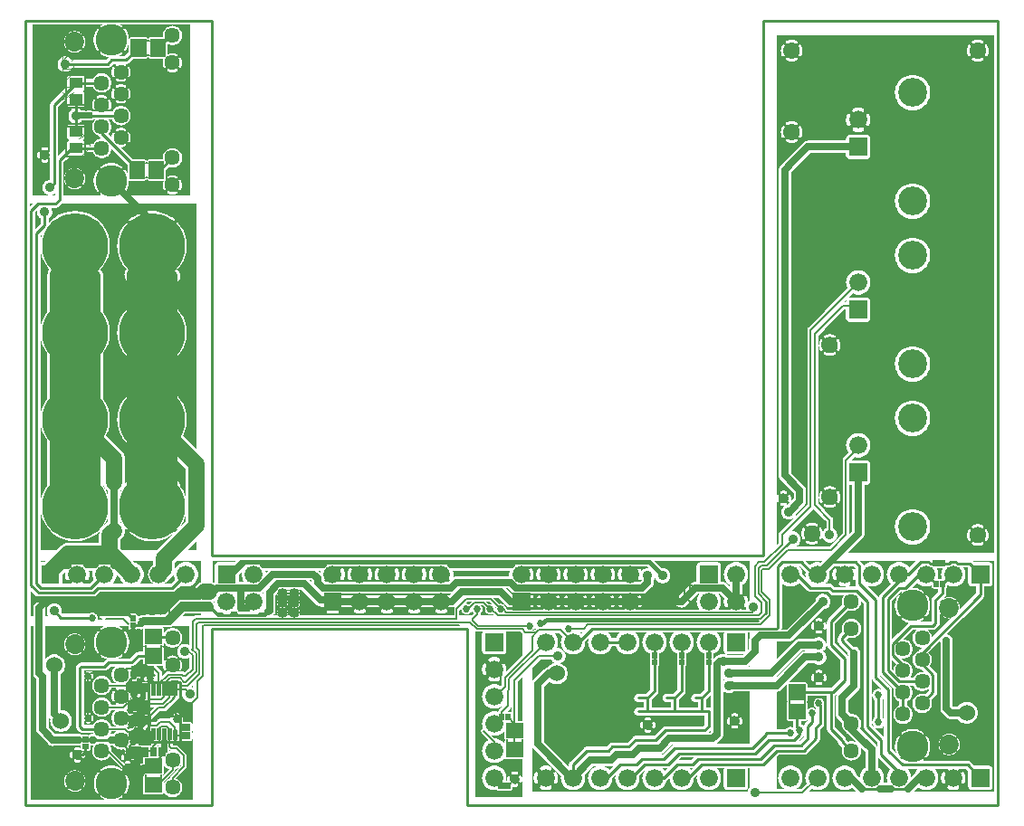
<source format=gbr>
G04 This is an RS-274x file exported by *
G04 gerbv version 2.7.0 *
G04 More information is available about gerbv at *
G04 http://gerbv.geda-project.org/ *
G04 --End of header info--*
%MOIN*%
%FSLAX36Y36*%
%IPPOS*%
G04 --Define apertures--*
%ADD10C,0.0060*%
%ADD11C,0.0040*%
%ADD12C,0.0038*%
%ADD13C,0.0080*%
%ADD14C,0.0100*%
%ADD15C,0.0001*%
%ADD16C,0.0250*%
%ADD17C,0.0150*%
%ADD18C,0.0600*%
%ADD19C,0.0400*%
%ADD20C,0.1000*%
%ADD21C,0.0512*%
%ADD22C,0.2362*%
%ADD23C,0.0669*%
%ADD24C,0.1102*%
%ADD25C,0.0120*%
%ADD26C,0.0270*%
%ADD27C,0.0360*%
%ADD28C,0.0350*%
%ADD29C,0.0130*%
%ADD30C,0.0200*%
%ADD31C,0.0810*%
%ADD32C,0.0354*%
%ADD33C,0.1870*%
%ADD34C,0.0380*%
%ADD35C,0.0945*%
%ADD36C,0.0660*%
%ADD37C,0.1060*%
%ADD38C,0.0572*%
%ADD39C,0.2422*%
%ADD40C,0.0729*%
%ADD41C,0.1162*%
%ADD42C,0.0180*%
%ADD43C,0.0510*%
%ADD44C,0.0940*%
G04 --Start main section--*
G54D10*
G01X0520000Y0834690D02*
G01X0455000Y0834690D01*
G01X0430000Y0834690D02*
G01X0440000Y0834690D01*
G01X2605000Y0969690D02*
G01X2605000Y0949690D01*
G01X2615000Y0959690D02*
G01X2595000Y0959690D01*
G01X2585000Y0919690D02*
G01X2605000Y0899690D01*
G01X2585000Y0974690D02*
G01X2585000Y0919690D01*
G01X2610000Y0999690D02*
G01X2585000Y0974690D01*
G01X0430000Y0904690D02*
G01X0430000Y0834690D01*
G01X0690000Y0834690D02*
G01X0680000Y0834690D01*
G01X0665000Y0834690D02*
G01X0580000Y0834690D01*
G01X0430000Y0904690D02*
G01X0690000Y0904690D01*
G01X0690000Y0904690D02*
G01X0690000Y0834690D01*
G01X0540000Y0814690D02*
G01X0520000Y0834690D01*
G54D11*
G01X2570000Y0949690D02*
G01X2560000Y0909690D01*
G01X2560000Y0909690D02*
G01X2550000Y0949690D01*
G01X2518000Y0909690D02*
G01X2533000Y0909690D01*
G01X2538000Y0914690D02*
G01X2533000Y0909690D01*
G01X2538000Y0914690D02*
G01X2538000Y0924690D01*
G01X2538000Y0924690D02*
G01X2533000Y0929690D01*
G01X2523000Y0929690D02*
G01X2533000Y0929690D01*
G01X2523000Y0929690D02*
G01X2518000Y0924690D01*
G01X2518000Y0919690D02*
G01X2538000Y0919690D01*
G01X2518000Y0919690D02*
G01X2518000Y0924690D01*
G01X2506000Y0929690D02*
G01X2486000Y0909690D01*
G01X2506000Y0909690D02*
G01X2486000Y0929690D01*
G01X2469000Y0914690D02*
G01X2469000Y0949690D01*
G01X2469000Y0914690D02*
G01X2464000Y0909690D01*
G01X2464000Y0934690D02*
G01X2474000Y0934690D01*
G54D12*
G01X0665000Y0889990D02*
G01X0655300Y0851190D01*
G01X0655300Y0851190D02*
G01X0645600Y0889990D01*
G01X0614560Y0851190D02*
G01X0629110Y0851190D01*
G01X0633960Y0856040D02*
G01X0629110Y0851190D01*
G01X0633960Y0856040D02*
G01X0633960Y0865740D01*
G01X0633960Y0865740D02*
G01X0629110Y0870590D01*
G01X0619410Y0870590D02*
G01X0629110Y0870590D01*
G01X0619410Y0870590D02*
G01X0614560Y0865740D01*
G01X0614560Y0860890D02*
G01X0633960Y0860890D01*
G01X0614560Y0860890D02*
G01X0614560Y0865740D01*
G01X0583520Y0851190D02*
G01X0598070Y0851190D01*
G01X0602920Y0856040D02*
G01X0598070Y0851190D01*
G01X0602920Y0856040D02*
G01X0602920Y0865740D01*
G01X0602920Y0865740D02*
G01X0598070Y0870590D01*
G01X0588370Y0870590D02*
G01X0598070Y0870590D01*
G01X0588370Y0870590D02*
G01X0583520Y0865740D01*
G01X0583520Y0860890D02*
G01X0602920Y0860890D01*
G01X0583520Y0860890D02*
G01X0583520Y0865740D01*
G01X0552480Y0870590D02*
G01X0571880Y0870590D01*
G01X0521440Y0889990D02*
G01X0516590Y0885140D01*
G01X0521440Y0889990D02*
G01X0535990Y0889990D01*
G01X0540840Y0885140D02*
G01X0535990Y0889990D01*
G01X0540840Y0856040D02*
G01X0540840Y0885140D01*
G01X0540840Y0856040D02*
G01X0535990Y0851190D01*
G01X0521440Y0851190D02*
G01X0535990Y0851190D01*
G01X0521440Y0851190D02*
G01X0516590Y0856040D01*
G01X0516590Y0856040D02*
G01X0516590Y0865740D01*
G01X0521440Y0870590D02*
G01X0516590Y0865740D01*
G01X0521440Y0870590D02*
G01X0531140Y0870590D01*
G01X0504950Y0851190D02*
G01X0504950Y0889990D01*
G01X0504950Y0889990D02*
G01X0480700Y0851190D01*
G01X0480700Y0851190D02*
G01X0480700Y0889990D01*
G01X0464210Y0851190D02*
G01X0464210Y0889990D01*
G01X0451600Y0889990D02*
G01X0444810Y0883200D01*
G01X0444810Y0857980D02*
G01X0444810Y0883200D01*
G01X0451600Y0851190D02*
G01X0444810Y0857980D01*
G01X0451600Y0851190D02*
G01X0469060Y0851190D01*
G01X0451600Y0889990D02*
G01X0469060Y0889990D01*
G54D13*
G01X3027550Y0534360D02*
G01X3027550Y0526500D01*
G01X2972450Y0534360D02*
G01X2972450Y0526500D01*
G01X0601500Y2462140D02*
G01X0609360Y2462140D01*
G01X0601500Y2517240D02*
G01X0609360Y2517240D01*
G01X0606500Y2912140D02*
G01X0614360Y2912140D01*
G01X0606500Y2967240D02*
G01X0614360Y2967240D01*
G01X0310000Y2660000D02*
G01X0380000Y2660000D01*
G01X0380000Y2660000D02*
G01X0380000Y2540000D01*
G01X0310000Y2540000D02*
G01X0380000Y2540000D01*
G01X0310000Y2660000D02*
G01X0310000Y2540000D01*
G01X0310000Y2650000D02*
G01X0380000Y2650000D01*
G01X0310000Y2720000D02*
G01X0380000Y2720000D01*
G01X0310000Y2840000D02*
G01X0310000Y2720000D01*
G01X0310000Y2840000D02*
G01X0380000Y2840000D01*
G01X0380000Y2840000D02*
G01X0380000Y2720000D01*
G01X0310000Y2730000D02*
G01X0380000Y2730000D01*
G01X0657550Y0738620D02*
G01X0657550Y0730760D01*
G01X0602450Y0738620D02*
G01X0602450Y0730760D01*
G54D10*
G01X0549000Y0323000D02*
G01X0541000Y0331000D01*
G01X0549000Y0323000D02*
G01X0584000Y0323000D01*
G01X0591000Y0330000D02*
G01X0584000Y0323000D01*
G01X0583000Y0363000D02*
G01X0590000Y0356000D01*
G01X0548000Y0363000D02*
G01X0583000Y0363000D01*
G01X0541000Y0356000D02*
G01X0548000Y0363000D01*
G54D14*
G01X0729000Y0473000D02*
G01X0729000Y0381000D01*
G01X0729000Y0604000D02*
G01X0729000Y0511000D01*
G01X0611000Y0604000D02*
G01X0729000Y0604000D01*
G01X0611000Y0604000D02*
G01X0611000Y0381000D01*
G01X0611000Y0381000D02*
G01X0729000Y0381000D01*
G01X0729000Y0511000D02*
G75*
G03X0729000Y0473000I0000000J-019000D01*
G54D10*
G01X0558500Y0386000D02*
G01X0550500Y0394000D01*
G01X0558500Y0386000D02*
G01X0593500Y0386000D01*
G01X0600500Y0393000D02*
G01X0593500Y0386000D01*
G01X0592500Y0426000D02*
G01X0599500Y0419000D01*
G01X0557500Y0426000D02*
G01X0592500Y0426000D01*
G01X0550500Y0419000D02*
G01X0557500Y0426000D01*
G01X0534000Y0259000D02*
G01X0526000Y0267000D01*
G01X0534000Y0259000D02*
G01X0569000Y0259000D01*
G01X0576000Y0266000D02*
G01X0569000Y0259000D01*
G01X0568000Y0299000D02*
G01X0575000Y0292000D01*
G01X0533000Y0299000D02*
G01X0568000Y0299000D01*
G01X0526000Y0292000D02*
G01X0533000Y0299000D01*
G54D13*
G01X0602450Y0263190D02*
G01X0602450Y0255330D01*
G01X0657550Y0263190D02*
G01X0657550Y0255330D01*
G54D10*
G01X0567500Y0626000D02*
G01X0559500Y0634000D01*
G01X0567500Y0626000D02*
G01X0602500Y0626000D01*
G01X0609500Y0633000D02*
G01X0602500Y0626000D01*
G01X0601500Y0666000D02*
G01X0608500Y0659000D01*
G01X0566500Y0666000D02*
G01X0601500Y0666000D01*
G01X0559500Y0659000D02*
G01X0566500Y0666000D01*
G01X0547500Y0563000D02*
G01X0539500Y0571000D01*
G01X0547500Y0563000D02*
G01X0582500Y0563000D01*
G01X0589500Y0570000D02*
G01X0582500Y0563000D01*
G01X0581500Y0603000D02*
G01X0588500Y0596000D01*
G01X0546500Y0603000D02*
G01X0581500Y0603000D01*
G01X0539500Y0596000D02*
G01X0546500Y0603000D01*
G01X0554000Y0498000D02*
G01X0546000Y0506000D01*
G01X0554000Y0498000D02*
G01X0589000Y0498000D01*
G01X0596000Y0505000D02*
G01X0589000Y0498000D01*
G01X0588000Y0538000D02*
G01X0595000Y0531000D01*
G01X0553000Y0538000D02*
G01X0588000Y0538000D01*
G01X0546000Y0531000D02*
G01X0553000Y0538000D01*
G01X0557500Y0443000D02*
G01X0549500Y0451000D01*
G01X0557500Y0443000D02*
G01X0592500Y0443000D01*
G01X0599500Y0450000D02*
G01X0592500Y0443000D01*
G01X0591500Y0483000D02*
G01X0598500Y0476000D01*
G01X0556500Y0483000D02*
G01X0591500Y0483000D01*
G01X0549500Y0476000D02*
G01X0556500Y0483000D01*
G54D13*
G01X1987550Y0393500D02*
G01X1987550Y0385640D01*
G01X1932450Y0393500D02*
G01X1932450Y0385640D01*
G54D11*
G01X0395000Y2630000D02*
G01X0355000Y2605000D01*
G01X0355000Y2630000D02*
G01X0395000Y2605000D01*
G01X0363000Y2593000D02*
G01X0355000Y2585000D01*
G01X0355000Y2585000D02*
G01X0395000Y2585000D01*
G01X0395000Y2578000D02*
G01X0395000Y2593000D01*
G01X0390000Y2566000D02*
G01X0360000Y2536000D01*
G01X0355000Y2519000D02*
G01X0395000Y2519000D01*
G01X0355000Y2506000D02*
G01X0362000Y2499000D01*
G01X0362000Y2499000D02*
G01X0388000Y2499000D01*
G01X0395000Y2506000D02*
G01X0388000Y2499000D01*
G01X0395000Y2506000D02*
G01X0395000Y2524000D01*
G01X0355000Y2506000D02*
G01X0355000Y2524000D01*
G01X0363000Y2487000D02*
G01X0355000Y2479000D01*
G01X0355000Y2479000D02*
G01X0395000Y2479000D01*
G01X0395000Y2472000D02*
G01X0395000Y2487000D01*
G01X0295000Y2750000D02*
G01X0335000Y2775000D01*
G01X0335000Y2750000D02*
G01X0295000Y2775000D01*
G01X0327000Y2787000D02*
G01X0335000Y2795000D01*
G01X0295000Y2795000D02*
G01X0335000Y2795000D01*
G01X0295000Y2787000D02*
G01X0295000Y2802000D01*
G01X0300000Y2814000D02*
G01X0330000Y2844000D01*
G01X0295000Y2861000D02*
G01X0335000Y2861000D01*
G01X0335000Y2874000D02*
G01X0328000Y2881000D01*
G01X0302000Y2881000D02*
G01X0328000Y2881000D01*
G01X0295000Y2874000D02*
G01X0302000Y2881000D01*
G01X0295000Y2856000D02*
G01X0295000Y2874000D01*
G01X0335000Y2856000D02*
G01X0335000Y2874000D01*
G01X0330000Y2893000D02*
G01X0335000Y2898000D01*
G01X0335000Y2898000D02*
G01X0335000Y2913000D01*
G01X0335000Y2913000D02*
G01X0330000Y2918000D01*
G01X0320000Y2918000D02*
G01X0330000Y2918000D01*
G01X0295000Y2893000D02*
G01X0320000Y2918000D01*
G01X0295000Y2893000D02*
G01X0295000Y2918000D01*
G01X0000000Y0000000D02*
G54D15*
G36*
G01X3697840Y2985000D02*
G01X3725000Y2985000D01*
G01X3725000Y1080000D01*
G01X3697840Y1080000D01*
G01X3697840Y1123370D01*
G01X3697870Y1123380D01*
G01X3698550Y1123780D01*
G01X3699160Y1124270D01*
G01X3699690Y1124850D01*
G01X3700110Y1125520D01*
G01X3701740Y1128770D01*
G01X3703030Y1132170D01*
G01X3704010Y1135670D01*
G01X3704670Y1139250D01*
G01X3705000Y1142870D01*
G01X3705000Y1146500D01*
G01X3704670Y1150120D01*
G01X3704010Y1153700D01*
G01X3703030Y1157200D01*
G01X3701740Y1160600D01*
G01X3700150Y1163870D01*
G01X3699720Y1164540D01*
G01X3699190Y1165120D01*
G01X3698570Y1165620D01*
G01X3697880Y1166020D01*
G01X3697840Y1166030D01*
G01X3697840Y2908370D01*
G01X3697870Y2908380D01*
G01X3698550Y2908780D01*
G01X3699160Y2909270D01*
G01X3699690Y2909850D01*
G01X3700110Y2910520D01*
G01X3701740Y2913770D01*
G01X3703030Y2917170D01*
G01X3704010Y2920670D01*
G01X3704670Y2924250D01*
G01X3705000Y2927870D01*
G01X3705000Y2931500D01*
G01X3704670Y2935120D01*
G01X3704010Y2938700D01*
G01X3703030Y2942200D01*
G01X3701740Y2945600D01*
G01X3700150Y2948870D01*
G01X3699720Y2949540D01*
G01X3699190Y2950120D01*
G01X3698570Y2950620D01*
G01X3697880Y2951020D01*
G01X3697840Y2951030D01*
G01X3697840Y2985000D01*
G37*
G36*
G01X3665020Y2985000D02*
G01X3697840Y2985000D01*
G01X3697840Y2951030D01*
G01X3697140Y2951300D01*
G01X3696370Y2951460D01*
G01X3695580Y2951500D01*
G01X3694790Y2951420D01*
G01X3694030Y2951210D01*
G01X3693300Y2950880D01*
G01X3692640Y2950450D01*
G01X3692050Y2949920D01*
G01X3691560Y2949300D01*
G01X3691160Y2948620D01*
G01X3690880Y2947880D01*
G01X3690720Y2947100D01*
G01X3690680Y2946310D01*
G01X3690760Y2945520D01*
G01X3690970Y2944760D01*
G01X3691300Y2944040D01*
G01X3692530Y2941610D01*
G01X3693500Y2939060D01*
G01X3694230Y2936440D01*
G01X3694720Y2933760D01*
G01X3694970Y2931050D01*
G01X3694970Y2928320D01*
G01X3694720Y2925610D01*
G01X3694230Y2922930D01*
G01X3693500Y2920310D01*
G01X3692530Y2917760D01*
G01X3691330Y2915310D01*
G01X3691000Y2914600D01*
G01X3690790Y2913840D01*
G01X3690710Y2913060D01*
G01X3690750Y2912270D01*
G01X3690910Y2911500D01*
G01X3691190Y2910770D01*
G01X3691580Y2910080D01*
G01X3692070Y2909470D01*
G01X3692660Y2908940D01*
G01X3693320Y2908510D01*
G01X3694040Y2908190D01*
G01X3694800Y2907990D01*
G01X3695580Y2907900D01*
G01X3696360Y2907940D01*
G01X3697130Y2908100D01*
G01X3697840Y2908370D01*
G01X3697840Y1166030D01*
G01X3697140Y1166300D01*
G01X3696370Y1166460D01*
G01X3695580Y1166500D01*
G01X3694790Y1166420D01*
G01X3694030Y1166210D01*
G01X3693300Y1165880D01*
G01X3692640Y1165450D01*
G01X3692050Y1164920D01*
G01X3691560Y1164300D01*
G01X3691160Y1163620D01*
G01X3690880Y1162880D01*
G01X3690720Y1162100D01*
G01X3690680Y1161310D01*
G01X3690760Y1160520D01*
G01X3690970Y1159760D01*
G01X3691300Y1159040D01*
G01X3692530Y1156610D01*
G01X3693500Y1154060D01*
G01X3694230Y1151440D01*
G01X3694720Y1148760D01*
G01X3694970Y1146050D01*
G01X3694970Y1143320D01*
G01X3694720Y1140610D01*
G01X3694230Y1137930D01*
G01X3693500Y1135310D01*
G01X3692530Y1132760D01*
G01X3691330Y1130310D01*
G01X3691000Y1129600D01*
G01X3690790Y1128840D01*
G01X3690710Y1128060D01*
G01X3690750Y1127270D01*
G01X3690910Y1126500D01*
G01X3691190Y1125770D01*
G01X3691580Y1125080D01*
G01X3692070Y1124470D01*
G01X3692660Y1123940D01*
G01X3693320Y1123510D01*
G01X3694040Y1123190D01*
G01X3694800Y1122990D01*
G01X3695580Y1122900D01*
G01X3696360Y1122940D01*
G01X3697130Y1123100D01*
G01X3697840Y1123370D01*
G01X3697840Y1080000D01*
G01X3665020Y1080000D01*
G01X3665020Y1104690D01*
G01X3666820Y1104690D01*
G01X3670440Y1105020D01*
G01X3674020Y1105670D01*
G01X3677520Y1106650D01*
G01X3680920Y1107940D01*
G01X3684190Y1109540D01*
G01X3684850Y1109970D01*
G01X3685440Y1110500D01*
G01X3685940Y1111120D01*
G01X3686330Y1111800D01*
G01X3686610Y1112540D01*
G01X3686770Y1113320D01*
G01X3686810Y1114110D01*
G01X3686730Y1114900D01*
G01X3686520Y1115660D01*
G01X3686200Y1116380D01*
G01X3685770Y1117050D01*
G01X3685240Y1117630D01*
G01X3684620Y1118130D01*
G01X3683930Y1118520D01*
G01X3683190Y1118810D01*
G01X3682420Y1118970D01*
G01X3681630Y1119010D01*
G01X3680840Y1118920D01*
G01X3680070Y1118720D01*
G01X3679360Y1118380D01*
G01X3676930Y1117160D01*
G01X3674380Y1116190D01*
G01X3671760Y1115460D01*
G01X3669080Y1114960D01*
G01X3666360Y1114720D01*
G01X3665020Y1114720D01*
G01X3665020Y1174650D01*
G01X3666360Y1174650D01*
G01X3669080Y1174410D01*
G01X3671760Y1173910D01*
G01X3674380Y1173180D01*
G01X3676930Y1172210D01*
G01X3679370Y1171020D01*
G01X3680090Y1170680D01*
G01X3680840Y1170480D01*
G01X3681630Y1170390D01*
G01X3682410Y1170430D01*
G01X3683180Y1170590D01*
G01X3683920Y1170870D01*
G01X3684600Y1171270D01*
G01X3685210Y1171760D01*
G01X3685740Y1172340D01*
G01X3686170Y1173000D01*
G01X3686490Y1173720D01*
G01X3686700Y1174480D01*
G01X3686780Y1175260D01*
G01X3686740Y1176050D01*
G01X3686580Y1176820D01*
G01X3686300Y1177550D01*
G01X3685910Y1178240D01*
G01X3685420Y1178850D01*
G01X3684830Y1179380D01*
G01X3684170Y1179790D01*
G01X3680920Y1181430D01*
G01X3677520Y1182720D01*
G01X3674020Y1183700D01*
G01X3670440Y1184360D01*
G01X3666820Y1184690D01*
G01X3665020Y1184690D01*
G01X3665020Y2889690D01*
G01X3666820Y2889690D01*
G01X3670440Y2890020D01*
G01X3674020Y2890670D01*
G01X3677520Y2891650D01*
G01X3680920Y2892940D01*
G01X3684190Y2894540D01*
G01X3684850Y2894970D01*
G01X3685440Y2895500D01*
G01X3685940Y2896120D01*
G01X3686330Y2896800D01*
G01X3686610Y2897540D01*
G01X3686770Y2898320D01*
G01X3686810Y2899110D01*
G01X3686730Y2899900D01*
G01X3686520Y2900660D01*
G01X3686200Y2901380D01*
G01X3685770Y2902050D01*
G01X3685240Y2902630D01*
G01X3684620Y2903130D01*
G01X3683930Y2903520D01*
G01X3683190Y2903810D01*
G01X3682420Y2903970D01*
G01X3681630Y2904010D01*
G01X3680840Y2903920D01*
G01X3680070Y2903720D01*
G01X3679360Y2903380D01*
G01X3676930Y2902160D01*
G01X3674380Y2901190D01*
G01X3671760Y2900460D01*
G01X3669080Y2899960D01*
G01X3666360Y2899720D01*
G01X3665020Y2899720D01*
G01X3665020Y2959650D01*
G01X3666360Y2959650D01*
G01X3669080Y2959410D01*
G01X3671760Y2958910D01*
G01X3674380Y2958180D01*
G01X3676930Y2957210D01*
G01X3679370Y2956020D01*
G01X3680090Y2955680D01*
G01X3680840Y2955480D01*
G01X3681630Y2955390D01*
G01X3682410Y2955430D01*
G01X3683180Y2955590D01*
G01X3683920Y2955870D01*
G01X3684600Y2956270D01*
G01X3685210Y2956760D01*
G01X3685740Y2957340D01*
G01X3686170Y2958000D01*
G01X3686490Y2958720D01*
G01X3686700Y2959480D01*
G01X3686780Y2960260D01*
G01X3686740Y2961050D01*
G01X3686580Y2961820D01*
G01X3686300Y2962550D01*
G01X3685910Y2963240D01*
G01X3685420Y2963850D01*
G01X3684830Y2964380D01*
G01X3684170Y2964790D01*
G01X3680920Y2966430D01*
G01X3677520Y2967720D01*
G01X3674020Y2968700D01*
G01X3670440Y2969360D01*
G01X3666820Y2969690D01*
G01X3665020Y2969690D01*
G01X3665020Y2985000D01*
G37*
G36*
G01X3632160Y2985000D02*
G01X3665020Y2985000D01*
G01X3665020Y2969690D01*
G01X3663180Y2969690D01*
G01X3659560Y2969360D01*
G01X3655980Y2968700D01*
G01X3652480Y2967720D01*
G01X3649080Y2966430D01*
G01X3645810Y2964830D01*
G01X3645150Y2964400D01*
G01X3644560Y2963870D01*
G01X3644060Y2963250D01*
G01X3643670Y2962570D01*
G01X3643390Y2961830D01*
G01X3643230Y2961050D01*
G01X3643190Y2960260D01*
G01X3643270Y2959470D01*
G01X3643480Y2958710D01*
G01X3643800Y2957990D01*
G01X3644230Y2957320D01*
G01X3644760Y2956740D01*
G01X3645380Y2956240D01*
G01X3646070Y2955850D01*
G01X3646810Y2955560D01*
G01X3647580Y2955400D01*
G01X3648370Y2955360D01*
G01X3649160Y2955450D01*
G01X3649930Y2955650D01*
G01X3650640Y2955990D01*
G01X3653070Y2957210D01*
G01X3655620Y2958180D01*
G01X3658240Y2958910D01*
G01X3660920Y2959410D01*
G01X3663640Y2959650D01*
G01X3665020Y2959650D01*
G01X3665020Y2899720D01*
G01X3663640Y2899720D01*
G01X3660920Y2899960D01*
G01X3658240Y2900460D01*
G01X3655620Y2901190D01*
G01X3653070Y2902160D01*
G01X3650630Y2903350D01*
G01X3649910Y2903690D01*
G01X3649150Y2903890D01*
G01X3648370Y2903980D01*
G01X3647590Y2903940D01*
G01X3646820Y2903780D01*
G01X3646080Y2903500D01*
G01X3645400Y2903100D01*
G01X3644790Y2902610D01*
G01X3644260Y2902030D01*
G01X3643830Y2901370D01*
G01X3643510Y2900650D01*
G01X3643300Y2899890D01*
G01X3643220Y2899110D01*
G01X3643260Y2898320D01*
G01X3643420Y2897550D01*
G01X3643700Y2896820D01*
G01X3644090Y2896130D01*
G01X3644580Y2895520D01*
G01X3645170Y2894990D01*
G01X3645830Y2894580D01*
G01X3649080Y2892940D01*
G01X3652480Y2891650D01*
G01X3655980Y2890670D01*
G01X3659560Y2890020D01*
G01X3663180Y2889690D01*
G01X3665020Y2889690D01*
G01X3665020Y1184690D01*
G01X3663180Y1184690D01*
G01X3659560Y1184360D01*
G01X3655980Y1183700D01*
G01X3652480Y1182720D01*
G01X3649080Y1181430D01*
G01X3645810Y1179830D01*
G01X3645150Y1179400D01*
G01X3644560Y1178870D01*
G01X3644060Y1178250D01*
G01X3643670Y1177570D01*
G01X3643390Y1176830D01*
G01X3643230Y1176050D01*
G01X3643190Y1175260D01*
G01X3643270Y1174470D01*
G01X3643480Y1173710D01*
G01X3643800Y1172990D01*
G01X3644230Y1172320D01*
G01X3644760Y1171740D01*
G01X3645380Y1171240D01*
G01X3646070Y1170850D01*
G01X3646810Y1170560D01*
G01X3647580Y1170400D01*
G01X3648370Y1170360D01*
G01X3649160Y1170450D01*
G01X3649930Y1170650D01*
G01X3650640Y1170990D01*
G01X3653070Y1172210D01*
G01X3655620Y1173180D01*
G01X3658240Y1173910D01*
G01X3660920Y1174410D01*
G01X3663640Y1174650D01*
G01X3665020Y1174650D01*
G01X3665020Y1114720D01*
G01X3663640Y1114720D01*
G01X3660920Y1114960D01*
G01X3658240Y1115460D01*
G01X3655620Y1116190D01*
G01X3653070Y1117160D01*
G01X3650630Y1118350D01*
G01X3649910Y1118690D01*
G01X3649150Y1118890D01*
G01X3648370Y1118980D01*
G01X3647590Y1118940D01*
G01X3646820Y1118780D01*
G01X3646080Y1118500D01*
G01X3645400Y1118100D01*
G01X3644790Y1117610D01*
G01X3644260Y1117030D01*
G01X3643830Y1116370D01*
G01X3643510Y1115650D01*
G01X3643300Y1114890D01*
G01X3643220Y1114110D01*
G01X3643260Y1113320D01*
G01X3643420Y1112550D01*
G01X3643700Y1111820D01*
G01X3644090Y1111130D01*
G01X3644580Y1110520D01*
G01X3645170Y1109990D01*
G01X3645830Y1109580D01*
G01X3649080Y1107940D01*
G01X3652480Y1106650D01*
G01X3655980Y1105670D01*
G01X3659560Y1105020D01*
G01X3663180Y1104690D01*
G01X3665020Y1104690D01*
G01X3665020Y1080000D01*
G01X3632160Y1080000D01*
G01X3632160Y1123340D01*
G01X3632860Y1123070D01*
G01X3633630Y1122910D01*
G01X3634420Y1122870D01*
G01X3635210Y1122960D01*
G01X3635970Y1123160D01*
G01X3636700Y1123490D01*
G01X3637360Y1123920D01*
G01X3637950Y1124450D01*
G01X3638440Y1125070D01*
G01X3638840Y1125750D01*
G01X3639120Y1126490D01*
G01X3639280Y1127270D01*
G01X3639320Y1128060D01*
G01X3639240Y1128850D01*
G01X3639030Y1129610D01*
G01X3638700Y1130330D01*
G01X3637470Y1132760D01*
G01X3636500Y1135310D01*
G01X3635770Y1137930D01*
G01X3635280Y1140610D01*
G01X3635030Y1143320D01*
G01X3635030Y1146050D01*
G01X3635280Y1148760D01*
G01X3635770Y1151440D01*
G01X3636500Y1154060D01*
G01X3637470Y1156610D01*
G01X3638670Y1159060D01*
G01X3639000Y1159770D01*
G01X3639210Y1160530D01*
G01X3639290Y1161310D01*
G01X3639250Y1162100D01*
G01X3639090Y1162870D01*
G01X3638810Y1163600D01*
G01X3638420Y1164290D01*
G01X3637930Y1164900D01*
G01X3637340Y1165430D01*
G01X3636680Y1165860D01*
G01X3635960Y1166180D01*
G01X3635200Y1166380D01*
G01X3634420Y1166470D01*
G01X3633640Y1166430D01*
G01X3632870Y1166270D01*
G01X3632160Y1166000D01*
G01X3632160Y2908340D01*
G01X3632860Y2908070D01*
G01X3633630Y2907910D01*
G01X3634420Y2907870D01*
G01X3635210Y2907960D01*
G01X3635970Y2908160D01*
G01X3636700Y2908490D01*
G01X3637360Y2908920D01*
G01X3637950Y2909450D01*
G01X3638440Y2910070D01*
G01X3638840Y2910750D01*
G01X3639120Y2911490D01*
G01X3639280Y2912270D01*
G01X3639320Y2913060D01*
G01X3639240Y2913850D01*
G01X3639030Y2914610D01*
G01X3638700Y2915330D01*
G01X3637470Y2917760D01*
G01X3636500Y2920310D01*
G01X3635770Y2922930D01*
G01X3635280Y2925610D01*
G01X3635030Y2928320D01*
G01X3635030Y2931050D01*
G01X3635280Y2933760D01*
G01X3635770Y2936440D01*
G01X3636500Y2939060D01*
G01X3637470Y2941610D01*
G01X3638670Y2944060D01*
G01X3639000Y2944770D01*
G01X3639210Y2945530D01*
G01X3639290Y2946310D01*
G01X3639250Y2947100D01*
G01X3639090Y2947870D01*
G01X3638810Y2948600D01*
G01X3638420Y2949290D01*
G01X3637930Y2949900D01*
G01X3637340Y2950430D01*
G01X3636680Y2950860D01*
G01X3635960Y2951180D01*
G01X3635200Y2951380D01*
G01X3634420Y2951470D01*
G01X3633640Y2951430D01*
G01X3632870Y2951270D01*
G01X3632160Y2951000D01*
G01X3632160Y2985000D01*
G37*
G36*
G01X3424900Y2985000D02*
G01X3632160Y2985000D01*
G01X3632160Y2951000D01*
G01X3632130Y2950990D01*
G01X3631450Y2950590D01*
G01X3630840Y2950100D01*
G01X3630310Y2949520D01*
G01X3629890Y2948850D01*
G01X3628260Y2945600D01*
G01X3626970Y2942200D01*
G01X3625990Y2938700D01*
G01X3625330Y2935120D01*
G01X3625000Y2931500D01*
G01X3625000Y2927870D01*
G01X3625330Y2924250D01*
G01X3625990Y2920670D01*
G01X3626970Y2917170D01*
G01X3628260Y2913770D01*
G01X3629850Y2910500D01*
G01X3630280Y2909830D01*
G01X3630810Y2909250D01*
G01X3631430Y2908750D01*
G01X3632120Y2908360D01*
G01X3632160Y2908340D01*
G01X3632160Y1166000D01*
G01X3632130Y1165990D01*
G01X3631450Y1165590D01*
G01X3630840Y1165100D01*
G01X3630310Y1164520D01*
G01X3629890Y1163850D01*
G01X3628260Y1160600D01*
G01X3626970Y1157200D01*
G01X3625990Y1153700D01*
G01X3625330Y1150120D01*
G01X3625000Y1146500D01*
G01X3625000Y1142870D01*
G01X3625330Y1139250D01*
G01X3625990Y1135670D01*
G01X3626970Y1132170D01*
G01X3628260Y1128770D01*
G01X3629850Y1125500D01*
G01X3630280Y1124830D01*
G01X3630810Y1124250D01*
G01X3631430Y1123750D01*
G01X3632120Y1123360D01*
G01X3632160Y1123340D01*
G01X3632160Y1080000D01*
G01X3424900Y1080000D01*
G01X3424900Y1109810D01*
G01X3425000Y1109800D01*
G01X3435200Y1110600D01*
G01X3445150Y1112990D01*
G01X3454600Y1116910D01*
G01X3463320Y1122250D01*
G01X3471100Y1128900D01*
G01X3477750Y1136680D01*
G01X3483090Y1145400D01*
G01X3487010Y1154850D01*
G01X3489400Y1164800D01*
G01X3490000Y1175000D01*
G01X3489400Y1185200D01*
G01X3487010Y1195150D01*
G01X3483090Y1204600D01*
G01X3477750Y1213320D01*
G01X3471100Y1221100D01*
G01X3463320Y1227750D01*
G01X3454600Y1233090D01*
G01X3445150Y1237010D01*
G01X3435200Y1239400D01*
G01X3425000Y1240200D01*
G01X3424900Y1240190D01*
G01X3424900Y1509810D01*
G01X3425000Y1509800D01*
G01X3435200Y1510600D01*
G01X3445150Y1512990D01*
G01X3454600Y1516910D01*
G01X3463320Y1522250D01*
G01X3471100Y1528900D01*
G01X3477750Y1536680D01*
G01X3483090Y1545400D01*
G01X3487010Y1554850D01*
G01X3489400Y1564800D01*
G01X3490000Y1575000D01*
G01X3489400Y1585200D01*
G01X3487010Y1595150D01*
G01X3483090Y1604600D01*
G01X3477750Y1613320D01*
G01X3471100Y1621100D01*
G01X3463320Y1627750D01*
G01X3454600Y1633090D01*
G01X3445150Y1637010D01*
G01X3435200Y1639400D01*
G01X3425000Y1640200D01*
G01X3424900Y1640190D01*
G01X3424900Y1709810D01*
G01X3425000Y1709800D01*
G01X3435200Y1710600D01*
G01X3445150Y1712990D01*
G01X3454600Y1716910D01*
G01X3463320Y1722250D01*
G01X3471100Y1728900D01*
G01X3477750Y1736680D01*
G01X3483090Y1745400D01*
G01X3487010Y1754850D01*
G01X3489400Y1764800D01*
G01X3490000Y1775000D01*
G01X3489400Y1785200D01*
G01X3487010Y1795150D01*
G01X3483090Y1804600D01*
G01X3477750Y1813320D01*
G01X3471100Y1821100D01*
G01X3463320Y1827750D01*
G01X3454600Y1833090D01*
G01X3445150Y1837010D01*
G01X3435200Y1839400D01*
G01X3425000Y1840200D01*
G01X3424900Y1840190D01*
G01X3424900Y2109810D01*
G01X3425000Y2109800D01*
G01X3435200Y2110600D01*
G01X3445150Y2112990D01*
G01X3454600Y2116910D01*
G01X3463320Y2122250D01*
G01X3471100Y2128900D01*
G01X3477750Y2136680D01*
G01X3483090Y2145400D01*
G01X3487010Y2154850D01*
G01X3489400Y2164800D01*
G01X3490000Y2175000D01*
G01X3489400Y2185200D01*
G01X3487010Y2195150D01*
G01X3483090Y2204600D01*
G01X3477750Y2213320D01*
G01X3471100Y2221100D01*
G01X3463320Y2227750D01*
G01X3454600Y2233090D01*
G01X3445150Y2237010D01*
G01X3435200Y2239400D01*
G01X3425000Y2240200D01*
G01X3424900Y2240190D01*
G01X3424900Y2309810D01*
G01X3425000Y2309800D01*
G01X3435200Y2310600D01*
G01X3445150Y2312990D01*
G01X3454600Y2316910D01*
G01X3463320Y2322250D01*
G01X3471100Y2328900D01*
G01X3477750Y2336680D01*
G01X3483090Y2345400D01*
G01X3487010Y2354850D01*
G01X3489400Y2364800D01*
G01X3490000Y2375000D01*
G01X3489400Y2385200D01*
G01X3487010Y2395150D01*
G01X3483090Y2404600D01*
G01X3477750Y2413320D01*
G01X3471100Y2421100D01*
G01X3463320Y2427750D01*
G01X3454600Y2433090D01*
G01X3445150Y2437010D01*
G01X3435200Y2439400D01*
G01X3425000Y2440200D01*
G01X3424900Y2440190D01*
G01X3424900Y2709810D01*
G01X3425000Y2709800D01*
G01X3435200Y2710600D01*
G01X3445150Y2712990D01*
G01X3454600Y2716910D01*
G01X3463320Y2722250D01*
G01X3471100Y2728900D01*
G01X3477750Y2736680D01*
G01X3483090Y2745400D01*
G01X3487010Y2754850D01*
G01X3489400Y2764800D01*
G01X3490000Y2775000D01*
G01X3489400Y2785200D01*
G01X3487010Y2795150D01*
G01X3483090Y2804600D01*
G01X3477750Y2813320D01*
G01X3471100Y2821100D01*
G01X3463320Y2827750D01*
G01X3454600Y2833090D01*
G01X3445150Y2837010D01*
G01X3435200Y2839400D01*
G01X3425000Y2840200D01*
G01X3424900Y2840190D01*
G01X3424900Y2985000D01*
G37*
G36*
G01X3261130Y1931300D02*
G01X3261830Y1931590D01*
G01X3263840Y1932830D01*
G01X3265640Y1934360D01*
G01X3267170Y1936160D01*
G01X3268410Y1938170D01*
G01X3269310Y1940350D01*
G01X3269860Y1942650D01*
G01X3270000Y1945000D01*
G01X3269860Y2007350D01*
G01X3269310Y2009650D01*
G01X3268410Y2011830D01*
G01X3267170Y2013840D01*
G01X3265640Y2015640D01*
G01X3263840Y2017170D01*
G01X3261830Y2018410D01*
G01X3261130Y2018700D01*
G01X3261130Y2048020D01*
G01X3261520Y2048470D01*
G01X3265220Y2054510D01*
G01X3267930Y2061050D01*
G01X3269580Y2067940D01*
G01X3270000Y2075000D01*
G01X3269580Y2082060D01*
G01X3267930Y2088950D01*
G01X3265220Y2095490D01*
G01X3261520Y2101530D01*
G01X3261130Y2101980D01*
G01X3261130Y2531300D01*
G01X3261830Y2531590D01*
G01X3263840Y2532830D01*
G01X3265640Y2534360D01*
G01X3267170Y2536160D01*
G01X3268410Y2538170D01*
G01X3269310Y2540350D01*
G01X3269860Y2542650D01*
G01X3270000Y2545000D01*
G01X3269860Y2607350D01*
G01X3269310Y2609650D01*
G01X3268410Y2611830D01*
G01X3267170Y2613840D01*
G01X3265640Y2615640D01*
G01X3263840Y2617170D01*
G01X3261830Y2618410D01*
G01X3261130Y2618700D01*
G01X3261130Y2653530D01*
G01X3261560Y2653600D01*
G01X3262680Y2653970D01*
G01X3263730Y2654520D01*
G01X3264680Y2655220D01*
G01X3265510Y2656060D01*
G01X3266190Y2657020D01*
G01X3266700Y2658080D01*
G01X3268180Y2662160D01*
G01X3269220Y2666370D01*
G01X3269840Y2670670D01*
G01X3270050Y2675000D01*
G01X3269840Y2679330D01*
G01X3269220Y2683630D01*
G01X3268180Y2687840D01*
G01X3266750Y2691940D01*
G01X3266220Y2693000D01*
G01X3265530Y2693960D01*
G01X3264700Y2694810D01*
G01X3263750Y2695510D01*
G01X3262690Y2696060D01*
G01X3261570Y2696430D01*
G01X3261130Y2696510D01*
G01X3261130Y2985000D01*
G01X3424900Y2985000D01*
G01X3424900Y2840190D01*
G01X3414800Y2839400D01*
G01X3404850Y2837010D01*
G01X3395400Y2833090D01*
G01X3386680Y2827750D01*
G01X3378900Y2821100D01*
G01X3372250Y2813320D01*
G01X3366910Y2804600D01*
G01X3362990Y2795150D01*
G01X3360600Y2785200D01*
G01X3359800Y2775000D01*
G01X3360600Y2764800D01*
G01X3362990Y2754850D01*
G01X3366910Y2745400D01*
G01X3372250Y2736680D01*
G01X3378900Y2728900D01*
G01X3386680Y2722250D01*
G01X3395400Y2716910D01*
G01X3404850Y2712990D01*
G01X3414800Y2710600D01*
G01X3424900Y2709810D01*
G01X3424900Y2440190D01*
G01X3414800Y2439400D01*
G01X3404850Y2437010D01*
G01X3395400Y2433090D01*
G01X3386680Y2427750D01*
G01X3378900Y2421100D01*
G01X3372250Y2413320D01*
G01X3366910Y2404600D01*
G01X3362990Y2395150D01*
G01X3360600Y2385200D01*
G01X3359800Y2375000D01*
G01X3360600Y2364800D01*
G01X3362990Y2354850D01*
G01X3366910Y2345400D01*
G01X3372250Y2336680D01*
G01X3378900Y2328900D01*
G01X3386680Y2322250D01*
G01X3395400Y2316910D01*
G01X3404850Y2312990D01*
G01X3414800Y2310600D01*
G01X3424900Y2309810D01*
G01X3424900Y2240190D01*
G01X3414800Y2239400D01*
G01X3404850Y2237010D01*
G01X3395400Y2233090D01*
G01X3386680Y2227750D01*
G01X3378900Y2221100D01*
G01X3372250Y2213320D01*
G01X3366910Y2204600D01*
G01X3362990Y2195150D01*
G01X3360600Y2185200D01*
G01X3359800Y2175000D01*
G01X3360600Y2164800D01*
G01X3362990Y2154850D01*
G01X3366910Y2145400D01*
G01X3372250Y2136680D01*
G01X3378900Y2128900D01*
G01X3386680Y2122250D01*
G01X3395400Y2116910D01*
G01X3404850Y2112990D01*
G01X3414800Y2110600D01*
G01X3424900Y2109810D01*
G01X3424900Y1840190D01*
G01X3414800Y1839400D01*
G01X3404850Y1837010D01*
G01X3395400Y1833090D01*
G01X3386680Y1827750D01*
G01X3378900Y1821100D01*
G01X3372250Y1813320D01*
G01X3366910Y1804600D01*
G01X3362990Y1795150D01*
G01X3360600Y1785200D01*
G01X3359800Y1775000D01*
G01X3360600Y1764800D01*
G01X3362990Y1754850D01*
G01X3366910Y1745400D01*
G01X3372250Y1736680D01*
G01X3378900Y1728900D01*
G01X3386680Y1722250D01*
G01X3395400Y1716910D01*
G01X3404850Y1712990D01*
G01X3414800Y1710600D01*
G01X3424900Y1709810D01*
G01X3424900Y1640190D01*
G01X3414800Y1639400D01*
G01X3404850Y1637010D01*
G01X3395400Y1633090D01*
G01X3386680Y1627750D01*
G01X3378900Y1621100D01*
G01X3372250Y1613320D01*
G01X3366910Y1604600D01*
G01X3362990Y1595150D01*
G01X3360600Y1585200D01*
G01X3359800Y1575000D01*
G01X3360600Y1564800D01*
G01X3362990Y1554850D01*
G01X3366910Y1545400D01*
G01X3372250Y1536680D01*
G01X3378900Y1528900D01*
G01X3386680Y1522250D01*
G01X3395400Y1516910D01*
G01X3404850Y1512990D01*
G01X3414800Y1510600D01*
G01X3424900Y1509810D01*
G01X3424900Y1240190D01*
G01X3414800Y1239400D01*
G01X3404850Y1237010D01*
G01X3395400Y1233090D01*
G01X3386680Y1227750D01*
G01X3378900Y1221100D01*
G01X3372250Y1213320D01*
G01X3366910Y1204600D01*
G01X3362990Y1195150D01*
G01X3360600Y1185200D01*
G01X3359800Y1175000D01*
G01X3360600Y1164800D01*
G01X3362990Y1154850D01*
G01X3366910Y1145400D01*
G01X3372250Y1136680D01*
G01X3378900Y1128900D01*
G01X3386680Y1122250D01*
G01X3395400Y1116910D01*
G01X3404850Y1112990D01*
G01X3414800Y1110600D01*
G01X3424900Y1109810D01*
G01X3424900Y1080000D01*
G01X3261130Y1080000D01*
G01X3261130Y1331300D01*
G01X3261830Y1331590D01*
G01X3263840Y1332830D01*
G01X3265640Y1334360D01*
G01X3267170Y1336160D01*
G01X3268410Y1338170D01*
G01X3269310Y1340350D01*
G01X3269860Y1342650D01*
G01X3270000Y1345000D01*
G01X3269860Y1407350D01*
G01X3269310Y1409650D01*
G01X3268410Y1411830D01*
G01X3267170Y1413840D01*
G01X3265640Y1415640D01*
G01X3263840Y1417170D01*
G01X3261830Y1418410D01*
G01X3261130Y1418700D01*
G01X3261130Y1448020D01*
G01X3261520Y1448470D01*
G01X3265220Y1454510D01*
G01X3267930Y1461050D01*
G01X3269580Y1467940D01*
G01X3270000Y1475000D01*
G01X3269580Y1482060D01*
G01X3267930Y1488950D01*
G01X3265220Y1495490D01*
G01X3261520Y1501530D01*
G01X3261130Y1501980D01*
G01X3261130Y1931300D01*
G37*
G36*
G01X3261130Y1418700D02*
G01X3259650Y1419310D01*
G01X3257350Y1419860D01*
G01X3255000Y1420000D01*
G01X3225020Y1419930D01*
G01X3225020Y1429860D01*
G01X3232060Y1430420D01*
G01X3238950Y1432070D01*
G01X3245490Y1434780D01*
G01X3251530Y1438480D01*
G01X3256920Y1443080D01*
G01X3261130Y1448020D01*
G01X3261130Y1418700D01*
G37*
G36*
G01X3261130Y1080000D02*
G01X3225020Y1080000D01*
G01X3225020Y1118200D01*
G01X3240290Y1133470D01*
G01X3240960Y1134040D01*
G01X3243260Y1136730D01*
G01X3243260Y1136730D01*
G01X3245110Y1139750D01*
G01X3246460Y1143030D01*
G01X3247290Y1146470D01*
G01X3247570Y1150000D01*
G01X3247500Y1150880D01*
G01X3247500Y1330120D01*
G01X3257350Y1330140D01*
G01X3259650Y1330690D01*
G01X3261130Y1331300D01*
G01X3261130Y1080000D01*
G37*
G36*
G01X3261130Y2618700D02*
G01X3259650Y2619310D01*
G01X3257350Y2619860D01*
G01X3255000Y2620000D01*
G01X3225020Y2619930D01*
G01X3225020Y2629950D01*
G01X3229330Y2630160D01*
G01X3233630Y2630780D01*
G01X3237840Y2631820D01*
G01X3241940Y2633250D01*
G01X3243000Y2633780D01*
G01X3243960Y2634470D01*
G01X3244810Y2635300D01*
G01X3245510Y2636250D01*
G01X3246060Y2637310D01*
G01X3246430Y2638430D01*
G01X3246630Y2639600D01*
G01X3246640Y2640790D01*
G01X3246460Y2641960D01*
G01X3246100Y2643090D01*
G01X3245570Y2644150D01*
G01X3244880Y2645120D01*
G01X3244050Y2645960D01*
G01X3243090Y2646670D01*
G01X3242040Y2647210D01*
G01X3240920Y2647590D01*
G01X3239750Y2647780D01*
G01X3238560Y2647790D01*
G01X3237390Y2647610D01*
G01X3236260Y2647230D01*
G01X3233550Y2646240D01*
G01X3230750Y2645560D01*
G01X3227890Y2645140D01*
G01X3225020Y2645000D01*
G01X3225020Y2705000D01*
G01X3227890Y2704860D01*
G01X3230750Y2704440D01*
G01X3233550Y2703760D01*
G01X3236280Y2702800D01*
G01X3237390Y2702420D01*
G01X3238560Y2702250D01*
G01X3239740Y2702250D01*
G01X3240910Y2702450D01*
G01X3242030Y2702820D01*
G01X3243070Y2703360D01*
G01X3244020Y2704060D01*
G01X3244850Y2704910D01*
G01X3245540Y2705870D01*
G01X3246070Y2706920D01*
G01X3246430Y2708050D01*
G01X3246600Y2709210D01*
G01X3246590Y2710390D01*
G01X3246400Y2711560D01*
G01X3246030Y2712680D01*
G01X3245480Y2713730D01*
G01X3244780Y2714680D01*
G01X3243940Y2715510D01*
G01X3242980Y2716190D01*
G01X3241920Y2716700D01*
G01X3237840Y2718180D01*
G01X3233630Y2719220D01*
G01X3229330Y2719840D01*
G01X3225020Y2720050D01*
G01X3225020Y2985000D01*
G01X3261130Y2985000D01*
G01X3261130Y2696510D01*
G01X3260400Y2696630D01*
G01X3259210Y2696640D01*
G01X3258040Y2696460D01*
G01X3256910Y2696100D01*
G01X3255850Y2695570D01*
G01X3254880Y2694880D01*
G01X3254040Y2694050D01*
G01X3253330Y2693090D01*
G01X3252790Y2692040D01*
G01X3252410Y2690920D01*
G01X3252220Y2689750D01*
G01X3252210Y2688560D01*
G01X3252390Y2687390D01*
G01X3252770Y2686260D01*
G01X3253760Y2683550D01*
G01X3254440Y2680750D01*
G01X3254860Y2677890D01*
G01X3255000Y2675000D01*
G01X3254860Y2672110D01*
G01X3254440Y2669250D01*
G01X3253760Y2666450D01*
G01X3252800Y2663720D01*
G01X3252420Y2662610D01*
G01X3252250Y2661440D01*
G01X3252250Y2660260D01*
G01X3252450Y2659090D01*
G01X3252820Y2657970D01*
G01X3253360Y2656930D01*
G01X3254060Y2655980D01*
G01X3254910Y2655150D01*
G01X3255870Y2654460D01*
G01X3256920Y2653930D01*
G01X3258050Y2653570D01*
G01X3259210Y2653400D01*
G01X3260390Y2653410D01*
G01X3261130Y2653530D01*
G01X3261130Y2618700D01*
G37*
G36*
G01X3261130Y2101980D02*
G01X3256920Y2106920D01*
G01X3251530Y2111520D01*
G01X3245490Y2115220D01*
G01X3238950Y2117930D01*
G01X3232060Y2119580D01*
G01X3225020Y2120140D01*
G01X3225020Y2530070D01*
G01X3257350Y2530140D01*
G01X3259650Y2530690D01*
G01X3261130Y2531300D01*
G01X3261130Y2101980D01*
G37*
G36*
G01X3261130Y2018700D02*
G01X3259650Y2019310D01*
G01X3257350Y2019860D01*
G01X3255000Y2020000D01*
G01X3225020Y2019930D01*
G01X3225020Y2029860D01*
G01X3232060Y2030420D01*
G01X3238950Y2032070D01*
G01X3245490Y2034780D01*
G01X3251530Y2038480D01*
G01X3256920Y2043080D01*
G01X3261130Y2048020D01*
G01X3261130Y2018700D01*
G37*
G36*
G01X3225020Y1930070D02*
G01X3257350Y1930140D01*
G01X3259650Y1930690D01*
G01X3261130Y1931300D01*
G01X3261130Y1501980D01*
G01X3256920Y1506920D01*
G01X3251530Y1511520D01*
G01X3245490Y1515220D01*
G01X3238950Y1517930D01*
G01X3232060Y1519580D01*
G01X3225020Y1520140D01*
G01X3225020Y1930070D01*
G37*
G36*
G01X3225020Y1419930D02*
G01X3198260Y1419870D01*
G01X3210630Y1432250D01*
G01X3211050Y1432070D01*
G01X3217940Y1430420D01*
G01X3225000Y1429860D01*
G01X3225020Y1429860D01*
G01X3225020Y1419930D01*
G37*
G36*
G01X3225020Y1080000D02*
G01X3186820Y1080000D01*
G01X3225020Y1118200D01*
G01X3225020Y1080000D01*
G37*
G36*
G01X3225020Y2619930D02*
G01X3192650Y2619860D01*
G01X3190350Y2619310D01*
G01X3188870Y2618700D01*
G01X3188870Y2653490D01*
G01X3189600Y2653370D01*
G01X3190790Y2653360D01*
G01X3191960Y2653540D01*
G01X3193090Y2653900D01*
G01X3194150Y2654430D01*
G01X3195120Y2655120D01*
G01X3195960Y2655950D01*
G01X3196670Y2656910D01*
G01X3197210Y2657960D01*
G01X3197590Y2659080D01*
G01X3197780Y2660250D01*
G01X3197790Y2661440D01*
G01X3197610Y2662610D01*
G01X3197230Y2663740D01*
G01X3196240Y2666450D01*
G01X3195560Y2669250D01*
G01X3195140Y2672110D01*
G01X3195000Y2675000D01*
G01X3195140Y2677890D01*
G01X3195560Y2680750D01*
G01X3196240Y2683550D01*
G01X3197200Y2686280D01*
G01X3197580Y2687390D01*
G01X3197750Y2688560D01*
G01X3197750Y2689740D01*
G01X3197550Y2690910D01*
G01X3197180Y2692030D01*
G01X3196640Y2693070D01*
G01X3195940Y2694020D01*
G01X3195090Y2694850D01*
G01X3194130Y2695540D01*
G01X3193080Y2696070D01*
G01X3191950Y2696430D01*
G01X3190790Y2696600D01*
G01X3189610Y2696590D01*
G01X3188870Y2696470D01*
G01X3188870Y2985000D01*
G01X3225020Y2985000D01*
G01X3225020Y2720050D01*
G01X3225000Y2720050D01*
G01X3220670Y2719840D01*
G01X3216370Y2719220D01*
G01X3212160Y2718180D01*
G01X3208060Y2716750D01*
G01X3207000Y2716220D01*
G01X3206040Y2715530D01*
G01X3205190Y2714700D01*
G01X3204490Y2713750D01*
G01X3203940Y2712690D01*
G01X3203570Y2711570D01*
G01X3203370Y2710400D01*
G01X3203360Y2709210D01*
G01X3203540Y2708040D01*
G01X3203900Y2706910D01*
G01X3204430Y2705850D01*
G01X3205120Y2704880D01*
G01X3205950Y2704040D01*
G01X3206910Y2703330D01*
G01X3207960Y2702790D01*
G01X3209080Y2702410D01*
G01X3210250Y2702220D01*
G01X3211440Y2702210D01*
G01X3212610Y2702390D01*
G01X3213740Y2702770D01*
G01X3216450Y2703760D01*
G01X3219250Y2704440D01*
G01X3222110Y2704860D01*
G01X3225000Y2705000D01*
G01X3225020Y2705000D01*
G01X3225020Y2645000D01*
G01X3225000Y2645000D01*
G01X3222110Y2645140D01*
G01X3219250Y2645560D01*
G01X3216450Y2646240D01*
G01X3213720Y2647200D01*
G01X3212610Y2647580D01*
G01X3211440Y2647750D01*
G01X3210260Y2647750D01*
G01X3209090Y2647550D01*
G01X3207970Y2647180D01*
G01X3206930Y2646640D01*
G01X3205980Y2645940D01*
G01X3205150Y2645090D01*
G01X3204460Y2644130D01*
G01X3203930Y2643080D01*
G01X3203570Y2641950D01*
G01X3203400Y2640790D01*
G01X3203410Y2639610D01*
G01X3203600Y2638440D01*
G01X3203970Y2637320D01*
G01X3204520Y2636270D01*
G01X3205220Y2635320D01*
G01X3206060Y2634490D01*
G01X3207020Y2633810D01*
G01X3208080Y2633300D01*
G01X3212160Y2631820D01*
G01X3216370Y2630780D01*
G01X3220670Y2630160D01*
G01X3225000Y2629950D01*
G01X3225020Y2629950D01*
G01X3225020Y2619930D01*
G37*
G36*
G01X3188870Y2618700D02*
G01X3188170Y2618410D01*
G01X3186160Y2617170D01*
G01X3184360Y2615640D01*
G01X3182830Y2613840D01*
G01X3181590Y2611830D01*
G01X3180690Y2609650D01*
G01X3180140Y2607350D01*
G01X3180000Y2605000D01*
G01X3180020Y2597500D01*
G01X3152840Y2597500D01*
G01X3152840Y2985000D01*
G01X3188870Y2985000D01*
G01X3188870Y2696470D01*
G01X3188440Y2696400D01*
G01X3187320Y2696030D01*
G01X3186270Y2695480D01*
G01X3185320Y2694780D01*
G01X3184490Y2693940D01*
G01X3183810Y2692980D01*
G01X3183300Y2691920D01*
G01X3181820Y2687840D01*
G01X3180780Y2683630D01*
G01X3180160Y2679330D01*
G01X3179950Y2675000D01*
G01X3180160Y2670670D01*
G01X3180780Y2666370D01*
G01X3181820Y2662160D01*
G01X3183250Y2658060D01*
G01X3183780Y2657000D01*
G01X3184470Y2656040D01*
G01X3185300Y2655190D01*
G01X3186250Y2654490D01*
G01X3187310Y2653940D01*
G01X3188430Y2653570D01*
G01X3188870Y2653490D01*
G01X3188870Y2618700D01*
G37*
G36*
G01X3225020Y2120140D02*
G01X3225000Y2120140D01*
G01X3217940Y2119580D01*
G01X3211050Y2117930D01*
G01X3204510Y2115220D01*
G01X3198470Y2111520D01*
G01X3193080Y2106920D01*
G01X3188480Y2101530D01*
G01X3184780Y2095490D01*
G01X3182070Y2088950D01*
G01X3180420Y2082060D01*
G01X3179860Y2075000D01*
G01X3180420Y2067940D01*
G01X3182070Y2061050D01*
G01X3184780Y2054510D01*
G01X3185290Y2053680D01*
G01X3152840Y2021220D01*
G01X3152840Y2552500D01*
G01X3180120Y2552500D01*
G01X3180140Y2542650D01*
G01X3180690Y2540350D01*
G01X3181590Y2538170D01*
G01X3182830Y2536160D01*
G01X3184360Y2534360D01*
G01X3186160Y2532830D01*
G01X3188170Y2531590D01*
G01X3190350Y2530690D01*
G01X3192650Y2530140D01*
G01X3195000Y2530000D01*
G01X3225020Y2530070D01*
G01X3225020Y2120140D01*
G37*
G36*
G01X3225020Y2019930D02*
G01X3192650Y2019860D01*
G01X3190350Y2019310D01*
G01X3188170Y2018410D01*
G01X3186160Y2017170D01*
G01X3184360Y2015640D01*
G01X3182830Y2013840D01*
G01X3181590Y2011830D01*
G01X3180690Y2009650D01*
G01X3180140Y2007350D01*
G01X3180000Y2005000D01*
G01X3180000Y2003000D01*
G01X3171380Y2003000D01*
G01X3203680Y2035290D01*
G01X3204510Y2034780D01*
G01X3211050Y2032070D01*
G01X3217940Y2030420D01*
G01X3225000Y2029860D01*
G01X3225020Y2029860D01*
G01X3225020Y2019930D01*
G37*
G36*
G01X3152840Y1954450D02*
G01X3175380Y1977000D01*
G01X3180060Y1977000D01*
G01X3180140Y1942650D01*
G01X3180690Y1940350D01*
G01X3181590Y1938170D01*
G01X3182830Y1936160D01*
G01X3184360Y1934360D01*
G01X3186160Y1932830D01*
G01X3188170Y1931590D01*
G01X3190350Y1930690D01*
G01X3192650Y1930140D01*
G01X3195000Y1930000D01*
G01X3225020Y1930070D01*
G01X3225020Y1520140D01*
G01X3225000Y1520140D01*
G01X3217940Y1519580D01*
G01X3211050Y1517930D01*
G01X3204510Y1515220D01*
G01X3198470Y1511520D01*
G01X3193080Y1506920D01*
G01X3188480Y1501530D01*
G01X3184780Y1495490D01*
G01X3182070Y1488950D01*
G01X3180420Y1482060D01*
G01X3179860Y1475000D01*
G01X3180420Y1467940D01*
G01X3182070Y1461050D01*
G01X3184780Y1454510D01*
G01X3188480Y1448470D01*
G01X3189220Y1447600D01*
G01X3171170Y1429550D01*
G01X3170780Y1429220D01*
G01X3169450Y1427660D01*
G01X3168380Y1425920D01*
G01X3167600Y1424030D01*
G01X3167120Y1422040D01*
G01X3167120Y1422040D01*
G01X3166960Y1420000D01*
G01X3167000Y1419490D01*
G01X3167000Y1150380D01*
G01X3152840Y1136220D01*
G01X3152840Y1263370D01*
G01X3152870Y1263380D01*
G01X3153550Y1263780D01*
G01X3154160Y1264270D01*
G01X3154690Y1264850D01*
G01X3155110Y1265520D01*
G01X3156740Y1268770D01*
G01X3158030Y1272170D01*
G01X3159010Y1275670D01*
G01X3159670Y1279250D01*
G01X3160000Y1282870D01*
G01X3160000Y1286500D01*
G01X3159670Y1290120D01*
G01X3159010Y1293700D01*
G01X3158030Y1297200D01*
G01X3156740Y1300600D01*
G01X3155150Y1303870D01*
G01X3154720Y1304540D01*
G01X3154190Y1305120D01*
G01X3153570Y1305620D01*
G01X3152880Y1306020D01*
G01X3152840Y1306030D01*
G01X3152840Y1823370D01*
G01X3152870Y1823380D01*
G01X3153550Y1823780D01*
G01X3154160Y1824270D01*
G01X3154690Y1824850D01*
G01X3155110Y1825520D01*
G01X3156740Y1828770D01*
G01X3158030Y1832170D01*
G01X3159010Y1835670D01*
G01X3159670Y1839250D01*
G01X3160000Y1842870D01*
G01X3160000Y1846500D01*
G01X3159670Y1850120D01*
G01X3159010Y1853700D01*
G01X3158030Y1857200D01*
G01X3156740Y1860600D01*
G01X3155150Y1863870D01*
G01X3154720Y1864540D01*
G01X3154190Y1865120D01*
G01X3153570Y1865620D01*
G01X3152880Y1866020D01*
G01X3152840Y1866030D01*
G01X3152840Y1954450D01*
G37*
G36*
G01X3152840Y2597500D02*
G01X3101220Y2597500D01*
G01X3101220Y2985000D01*
G01X3152840Y2985000D01*
G01X3152840Y2597500D01*
G37*
G36*
G01X3152840Y2021220D02*
G01X3101220Y1969600D01*
G01X3101220Y2552500D01*
G01X3152840Y2552500D01*
G01X3152840Y2021220D01*
G37*
G36*
G01X3101220Y1124220D02*
G01X3103490Y1122280D01*
G01X3107250Y1119970D01*
G01X3111320Y1118290D01*
G01X3115610Y1117260D01*
G01X3120000Y1116910D01*
G01X3124390Y1117260D01*
G01X3128680Y1118290D01*
G01X3132750Y1119970D01*
G01X3136510Y1122280D01*
G01X3139860Y1125140D01*
G01X3142720Y1128490D01*
G01X3145030Y1132250D01*
G01X3146710Y1136320D01*
G01X3147740Y1140610D01*
G01X3148000Y1145000D01*
G01X3147740Y1149390D01*
G01X3146710Y1153680D01*
G01X3145030Y1157750D01*
G01X3142720Y1161510D01*
G01X3139860Y1164860D01*
G01X3136510Y1167720D01*
G01X3133000Y1169870D01*
G01X3133000Y1199490D01*
G01X3133040Y1200000D01*
G01X3132880Y1202040D01*
G01X3132880Y1202040D01*
G01X3132520Y1203550D01*
G01X3132400Y1204030D01*
G01X3132080Y1204810D01*
G01X3131620Y1205920D01*
G01X3131200Y1206600D01*
G01X3130550Y1207660D01*
G01X3130550Y1207670D01*
G01X3129220Y1209220D01*
G01X3128830Y1209550D01*
G01X3101220Y1237170D01*
G01X3101220Y1249380D01*
G01X3104080Y1247940D01*
G01X3107480Y1246650D01*
G01X3110980Y1245670D01*
G01X3114560Y1245020D01*
G01X3118180Y1244690D01*
G01X3121820Y1244690D01*
G01X3125440Y1245020D01*
G01X3129020Y1245670D01*
G01X3132520Y1246650D01*
G01X3135920Y1247940D01*
G01X3139190Y1249540D01*
G01X3139850Y1249970D01*
G01X3140440Y1250500D01*
G01X3140940Y1251120D01*
G01X3141330Y1251800D01*
G01X3141610Y1252540D01*
G01X3141770Y1253320D01*
G01X3141810Y1254110D01*
G01X3141730Y1254900D01*
G01X3141520Y1255660D01*
G01X3141200Y1256380D01*
G01X3140770Y1257050D01*
G01X3140240Y1257630D01*
G01X3139620Y1258130D01*
G01X3138930Y1258520D01*
G01X3138190Y1258810D01*
G01X3137420Y1258970D01*
G01X3136630Y1259010D01*
G01X3135840Y1258920D01*
G01X3135070Y1258720D01*
G01X3134360Y1258380D01*
G01X3131930Y1257160D01*
G01X3129380Y1256190D01*
G01X3126760Y1255460D01*
G01X3124080Y1254960D01*
G01X3121360Y1254720D01*
G01X3118640Y1254720D01*
G01X3115920Y1254960D01*
G01X3113240Y1255460D01*
G01X3110620Y1256190D01*
G01X3108070Y1257160D01*
G01X3105630Y1258350D01*
G01X3104910Y1258690D01*
G01X3104150Y1258890D01*
G01X3103370Y1258980D01*
G01X3102590Y1258940D01*
G01X3101820Y1258780D01*
G01X3101220Y1258550D01*
G01X3101220Y1310790D01*
G01X3101810Y1310560D01*
G01X3102580Y1310400D01*
G01X3103370Y1310360D01*
G01X3104160Y1310450D01*
G01X3104930Y1310650D01*
G01X3105640Y1310990D01*
G01X3108070Y1312210D01*
G01X3110620Y1313180D01*
G01X3113240Y1313910D01*
G01X3115920Y1314410D01*
G01X3118640Y1314650D01*
G01X3121360Y1314650D01*
G01X3124080Y1314410D01*
G01X3126760Y1313910D01*
G01X3129380Y1313180D01*
G01X3131930Y1312210D01*
G01X3134370Y1311020D01*
G01X3135090Y1310680D01*
G01X3135840Y1310480D01*
G01X3136630Y1310390D01*
G01X3137410Y1310430D01*
G01X3138180Y1310590D01*
G01X3138920Y1310870D01*
G01X3139600Y1311270D01*
G01X3140210Y1311760D01*
G01X3140740Y1312340D01*
G01X3141170Y1313000D01*
G01X3141490Y1313720D01*
G01X3141700Y1314480D01*
G01X3141780Y1315260D01*
G01X3141740Y1316050D01*
G01X3141580Y1316820D01*
G01X3141300Y1317550D01*
G01X3140910Y1318240D01*
G01X3140420Y1318850D01*
G01X3139830Y1319380D01*
G01X3139170Y1319790D01*
G01X3135920Y1321430D01*
G01X3132520Y1322720D01*
G01X3129020Y1323700D01*
G01X3125440Y1324360D01*
G01X3121820Y1324690D01*
G01X3118180Y1324690D01*
G01X3114560Y1324360D01*
G01X3110980Y1323700D01*
G01X3107480Y1322720D01*
G01X3104080Y1321430D01*
G01X3101220Y1320030D01*
G01X3101220Y1809380D01*
G01X3104080Y1807940D01*
G01X3107480Y1806650D01*
G01X3110980Y1805670D01*
G01X3114560Y1805020D01*
G01X3118180Y1804690D01*
G01X3121820Y1804690D01*
G01X3125440Y1805020D01*
G01X3129020Y1805670D01*
G01X3132520Y1806650D01*
G01X3135920Y1807940D01*
G01X3139190Y1809540D01*
G01X3139850Y1809970D01*
G01X3140440Y1810500D01*
G01X3140940Y1811120D01*
G01X3141330Y1811800D01*
G01X3141610Y1812540D01*
G01X3141770Y1813320D01*
G01X3141810Y1814110D01*
G01X3141730Y1814900D01*
G01X3141520Y1815660D01*
G01X3141200Y1816380D01*
G01X3140770Y1817050D01*
G01X3140240Y1817630D01*
G01X3139620Y1818130D01*
G01X3138930Y1818520D01*
G01X3138190Y1818810D01*
G01X3137420Y1818970D01*
G01X3136630Y1819010D01*
G01X3135840Y1818920D01*
G01X3135070Y1818720D01*
G01X3134360Y1818380D01*
G01X3131930Y1817160D01*
G01X3129380Y1816190D01*
G01X3126760Y1815460D01*
G01X3124080Y1814960D01*
G01X3121360Y1814720D01*
G01X3118640Y1814720D01*
G01X3115920Y1814960D01*
G01X3113240Y1815460D01*
G01X3110620Y1816190D01*
G01X3108070Y1817160D01*
G01X3105630Y1818350D01*
G01X3104910Y1818690D01*
G01X3104150Y1818890D01*
G01X3103370Y1818980D01*
G01X3102590Y1818940D01*
G01X3101820Y1818780D01*
G01X3101220Y1818550D01*
G01X3101220Y1870790D01*
G01X3101810Y1870560D01*
G01X3102580Y1870400D01*
G01X3103370Y1870360D01*
G01X3104160Y1870450D01*
G01X3104930Y1870650D01*
G01X3105640Y1870990D01*
G01X3108070Y1872210D01*
G01X3110620Y1873180D01*
G01X3113240Y1873910D01*
G01X3115920Y1874410D01*
G01X3118640Y1874650D01*
G01X3121360Y1874650D01*
G01X3124080Y1874410D01*
G01X3126760Y1873910D01*
G01X3129380Y1873180D01*
G01X3131930Y1872210D01*
G01X3134370Y1871020D01*
G01X3135090Y1870680D01*
G01X3135840Y1870480D01*
G01X3136630Y1870390D01*
G01X3137410Y1870430D01*
G01X3138180Y1870590D01*
G01X3138920Y1870870D01*
G01X3139600Y1871270D01*
G01X3140210Y1871760D01*
G01X3140740Y1872340D01*
G01X3141170Y1873000D01*
G01X3141490Y1873720D01*
G01X3141700Y1874480D01*
G01X3141780Y1875260D01*
G01X3141740Y1876050D01*
G01X3141580Y1876820D01*
G01X3141300Y1877550D01*
G01X3140910Y1878240D01*
G01X3140420Y1878850D01*
G01X3139830Y1879380D01*
G01X3139170Y1879790D01*
G01X3135920Y1881430D01*
G01X3132520Y1882720D01*
G01X3129020Y1883700D01*
G01X3125440Y1884360D01*
G01X3121820Y1884690D01*
G01X3118180Y1884690D01*
G01X3114560Y1884360D01*
G01X3110980Y1883700D01*
G01X3107480Y1882720D01*
G01X3104080Y1881430D01*
G01X3101220Y1880030D01*
G01X3101220Y1902830D01*
G01X3152840Y1954450D01*
G01X3152840Y1866030D01*
G01X3152140Y1866300D01*
G01X3151370Y1866460D01*
G01X3150580Y1866500D01*
G01X3149790Y1866420D01*
G01X3149030Y1866210D01*
G01X3148300Y1865880D01*
G01X3147640Y1865450D01*
G01X3147050Y1864920D01*
G01X3146560Y1864300D01*
G01X3146160Y1863620D01*
G01X3145880Y1862880D01*
G01X3145720Y1862100D01*
G01X3145680Y1861310D01*
G01X3145760Y1860520D01*
G01X3145970Y1859760D01*
G01X3146300Y1859040D01*
G01X3147530Y1856610D01*
G01X3148500Y1854060D01*
G01X3149230Y1851440D01*
G01X3149720Y1848760D01*
G01X3149970Y1846050D01*
G01X3149970Y1843320D01*
G01X3149720Y1840610D01*
G01X3149230Y1837930D01*
G01X3148500Y1835310D01*
G01X3147530Y1832760D01*
G01X3146330Y1830310D01*
G01X3146000Y1829600D01*
G01X3145790Y1828840D01*
G01X3145710Y1828060D01*
G01X3145750Y1827270D01*
G01X3145910Y1826500D01*
G01X3146190Y1825770D01*
G01X3146580Y1825080D01*
G01X3147070Y1824470D01*
G01X3147660Y1823940D01*
G01X3148320Y1823510D01*
G01X3149040Y1823190D01*
G01X3149800Y1822990D01*
G01X3150580Y1822900D01*
G01X3151360Y1822940D01*
G01X3152130Y1823100D01*
G01X3152840Y1823370D01*
G01X3152840Y1306030D01*
G01X3152140Y1306300D01*
G01X3151370Y1306460D01*
G01X3150580Y1306500D01*
G01X3149790Y1306420D01*
G01X3149030Y1306210D01*
G01X3148300Y1305880D01*
G01X3147640Y1305450D01*
G01X3147050Y1304920D01*
G01X3146560Y1304300D01*
G01X3146160Y1303620D01*
G01X3145880Y1302880D01*
G01X3145720Y1302100D01*
G01X3145680Y1301310D01*
G01X3145760Y1300520D01*
G01X3145970Y1299760D01*
G01X3146300Y1299040D01*
G01X3147530Y1296610D01*
G01X3148500Y1294060D01*
G01X3149230Y1291440D01*
G01X3149720Y1288760D01*
G01X3149970Y1286050D01*
G01X3149970Y1283320D01*
G01X3149720Y1280610D01*
G01X3149230Y1277930D01*
G01X3148500Y1275310D01*
G01X3147530Y1272760D01*
G01X3146330Y1270310D01*
G01X3146000Y1269600D01*
G01X3145790Y1268840D01*
G01X3145710Y1268060D01*
G01X3145750Y1267270D01*
G01X3145910Y1266500D01*
G01X3146190Y1265770D01*
G01X3146580Y1265080D01*
G01X3147070Y1264470D01*
G01X3147660Y1263940D01*
G01X3148320Y1263510D01*
G01X3149040Y1263190D01*
G01X3149800Y1262990D01*
G01X3150580Y1262900D01*
G01X3151360Y1262940D01*
G01X3152130Y1263100D01*
G01X3152840Y1263370D01*
G01X3152840Y1136220D01*
G01X3119620Y1103000D01*
G01X3101220Y1103000D01*
G01X3101220Y1124220D01*
G37*
G36*
G01X3101220Y1200400D02*
G01X3107000Y1194620D01*
G01X3107000Y1169870D01*
G01X3103490Y1167720D01*
G01X3101220Y1165780D01*
G01X3101220Y1200400D01*
G37*
G36*
G01X2980020Y1307850D02*
G01X2987500Y1300370D01*
G01X2987500Y1279000D01*
G01X2980020Y1271520D01*
G01X2980020Y1307850D01*
G37*
G36*
G01X3012840Y2985000D02*
G01X3101220Y2985000D01*
G01X3101220Y2597500D01*
G01X3050000Y2597500D01*
G01X3049840Y2597490D01*
G01X3049690Y2597500D01*
G01X3040880Y2597500D01*
G01X3040000Y2597570D01*
G01X3036470Y2597290D01*
G01X3033030Y2596460D01*
G01X3029750Y2595110D01*
G01X3026730Y2593260D01*
G01X3026730Y2593260D01*
G01X3024040Y2590960D01*
G01X3023470Y2590290D01*
G01X3012840Y2579660D01*
G01X3012840Y2608370D01*
G01X3012870Y2608380D01*
G01X3013550Y2608780D01*
G01X3014160Y2609270D01*
G01X3014690Y2609850D01*
G01X3015110Y2610520D01*
G01X3016740Y2613770D01*
G01X3018030Y2617170D01*
G01X3019010Y2620670D01*
G01X3019670Y2624250D01*
G01X3020000Y2627870D01*
G01X3020000Y2631500D01*
G01X3019670Y2635120D01*
G01X3019010Y2638700D01*
G01X3018030Y2642200D01*
G01X3016740Y2645600D01*
G01X3015150Y2648870D01*
G01X3014720Y2649540D01*
G01X3014190Y2650120D01*
G01X3013570Y2650620D01*
G01X3012880Y2651020D01*
G01X3012840Y2651030D01*
G01X3012840Y2908370D01*
G01X3012870Y2908380D01*
G01X3013550Y2908780D01*
G01X3014160Y2909270D01*
G01X3014690Y2909850D01*
G01X3015110Y2910520D01*
G01X3016740Y2913770D01*
G01X3018030Y2917170D01*
G01X3019010Y2920670D01*
G01X3019670Y2924250D01*
G01X3020000Y2927870D01*
G01X3020000Y2931500D01*
G01X3019670Y2935120D01*
G01X3019010Y2938700D01*
G01X3018030Y2942200D01*
G01X3016740Y2945600D01*
G01X3015150Y2948870D01*
G01X3014720Y2949540D01*
G01X3014190Y2950120D01*
G01X3013570Y2950620D01*
G01X3012880Y2951020D01*
G01X3012840Y2951030D01*
G01X3012840Y2985000D01*
G37*
G36*
G01X2980020Y2985000D02*
G01X3012840Y2985000D01*
G01X3012840Y2951030D01*
G01X3012140Y2951300D01*
G01X3011370Y2951460D01*
G01X3010580Y2951500D01*
G01X3009790Y2951420D01*
G01X3009030Y2951210D01*
G01X3008300Y2950880D01*
G01X3007640Y2950450D01*
G01X3007050Y2949920D01*
G01X3006560Y2949300D01*
G01X3006160Y2948620D01*
G01X3005880Y2947880D01*
G01X3005720Y2947100D01*
G01X3005680Y2946310D01*
G01X3005760Y2945520D01*
G01X3005970Y2944760D01*
G01X3006300Y2944040D01*
G01X3007530Y2941610D01*
G01X3008500Y2939060D01*
G01X3009230Y2936440D01*
G01X3009720Y2933760D01*
G01X3009970Y2931050D01*
G01X3009970Y2928320D01*
G01X3009720Y2925610D01*
G01X3009230Y2922930D01*
G01X3008500Y2920310D01*
G01X3007530Y2917760D01*
G01X3006330Y2915310D01*
G01X3006000Y2914600D01*
G01X3005790Y2913840D01*
G01X3005710Y2913060D01*
G01X3005750Y2912270D01*
G01X3005910Y2911500D01*
G01X3006190Y2910770D01*
G01X3006580Y2910080D01*
G01X3007070Y2909470D01*
G01X3007660Y2908940D01*
G01X3008320Y2908510D01*
G01X3009040Y2908190D01*
G01X3009800Y2907990D01*
G01X3010580Y2907900D01*
G01X3011360Y2907940D01*
G01X3012130Y2908100D01*
G01X3012840Y2908370D01*
G01X3012840Y2651030D01*
G01X3012140Y2651300D01*
G01X3011370Y2651460D01*
G01X3010580Y2651500D01*
G01X3009790Y2651420D01*
G01X3009030Y2651210D01*
G01X3008300Y2650880D01*
G01X3007640Y2650450D01*
G01X3007050Y2649920D01*
G01X3006560Y2649300D01*
G01X3006160Y2648620D01*
G01X3005880Y2647880D01*
G01X3005720Y2647100D01*
G01X3005680Y2646310D01*
G01X3005760Y2645520D01*
G01X3005970Y2644760D01*
G01X3006300Y2644040D01*
G01X3007530Y2641610D01*
G01X3008500Y2639060D01*
G01X3009230Y2636440D01*
G01X3009720Y2633760D01*
G01X3009970Y2631050D01*
G01X3009970Y2628320D01*
G01X3009720Y2625610D01*
G01X3009230Y2622930D01*
G01X3008500Y2620310D01*
G01X3007530Y2617760D01*
G01X3006330Y2615310D01*
G01X3006000Y2614600D01*
G01X3005790Y2613840D01*
G01X3005710Y2613060D01*
G01X3005750Y2612270D01*
G01X3005910Y2611500D01*
G01X3006190Y2610770D01*
G01X3006580Y2610080D01*
G01X3007070Y2609470D01*
G01X3007660Y2608940D01*
G01X3008320Y2608510D01*
G01X3009040Y2608190D01*
G01X3009800Y2607990D01*
G01X3010580Y2607900D01*
G01X3011360Y2607940D01*
G01X3012130Y2608100D01*
G01X3012840Y2608370D01*
G01X3012840Y2579660D01*
G01X2980020Y2546840D01*
G01X2980020Y2589690D01*
G01X2981820Y2589690D01*
G01X2985440Y2590020D01*
G01X2989020Y2590670D01*
G01X2992520Y2591650D01*
G01X2995920Y2592940D01*
G01X2999190Y2594540D01*
G01X2999850Y2594970D01*
G01X3000440Y2595500D01*
G01X3000940Y2596120D01*
G01X3001330Y2596800D01*
G01X3001610Y2597540D01*
G01X3001770Y2598320D01*
G01X3001810Y2599110D01*
G01X3001730Y2599900D01*
G01X3001520Y2600660D01*
G01X3001200Y2601380D01*
G01X3000770Y2602050D01*
G01X3000240Y2602630D01*
G01X2999620Y2603130D01*
G01X2998930Y2603520D01*
G01X2998190Y2603810D01*
G01X2997420Y2603970D01*
G01X2996630Y2604010D01*
G01X2995840Y2603920D01*
G01X2995070Y2603720D01*
G01X2994360Y2603380D01*
G01X2991930Y2602160D01*
G01X2989380Y2601190D01*
G01X2986760Y2600460D01*
G01X2984080Y2599960D01*
G01X2981360Y2599720D01*
G01X2980020Y2599720D01*
G01X2980020Y2659650D01*
G01X2981360Y2659650D01*
G01X2984080Y2659410D01*
G01X2986760Y2658910D01*
G01X2989380Y2658180D01*
G01X2991930Y2657210D01*
G01X2994370Y2656020D01*
G01X2995090Y2655680D01*
G01X2995840Y2655480D01*
G01X2996630Y2655390D01*
G01X2997410Y2655430D01*
G01X2998180Y2655590D01*
G01X2998920Y2655870D01*
G01X2999600Y2656270D01*
G01X3000210Y2656760D01*
G01X3000740Y2657340D01*
G01X3001170Y2658000D01*
G01X3001490Y2658720D01*
G01X3001700Y2659480D01*
G01X3001780Y2660260D01*
G01X3001740Y2661050D01*
G01X3001580Y2661820D01*
G01X3001300Y2662550D01*
G01X3000910Y2663240D01*
G01X3000420Y2663850D01*
G01X2999830Y2664380D01*
G01X2999170Y2664790D01*
G01X2995920Y2666430D01*
G01X2992520Y2667720D01*
G01X2989020Y2668700D01*
G01X2985440Y2669360D01*
G01X2981820Y2669690D01*
G01X2980020Y2669690D01*
G01X2980020Y2889690D01*
G01X2981820Y2889690D01*
G01X2985440Y2890020D01*
G01X2989020Y2890670D01*
G01X2992520Y2891650D01*
G01X2995920Y2892940D01*
G01X2999190Y2894540D01*
G01X2999850Y2894970D01*
G01X3000440Y2895500D01*
G01X3000940Y2896120D01*
G01X3001330Y2896800D01*
G01X3001610Y2897540D01*
G01X3001770Y2898320D01*
G01X3001810Y2899110D01*
G01X3001730Y2899900D01*
G01X3001520Y2900660D01*
G01X3001200Y2901380D01*
G01X3000770Y2902050D01*
G01X3000240Y2902630D01*
G01X2999620Y2903130D01*
G01X2998930Y2903520D01*
G01X2998190Y2903810D01*
G01X2997420Y2903970D01*
G01X2996630Y2904010D01*
G01X2995840Y2903920D01*
G01X2995070Y2903720D01*
G01X2994360Y2903380D01*
G01X2991930Y2902160D01*
G01X2989380Y2901190D01*
G01X2986760Y2900460D01*
G01X2984080Y2899960D01*
G01X2981360Y2899720D01*
G01X2980020Y2899720D01*
G01X2980020Y2959650D01*
G01X2981360Y2959650D01*
G01X2984080Y2959410D01*
G01X2986760Y2958910D01*
G01X2989380Y2958180D01*
G01X2991930Y2957210D01*
G01X2994370Y2956020D01*
G01X2995090Y2955680D01*
G01X2995840Y2955480D01*
G01X2996630Y2955390D01*
G01X2997410Y2955430D01*
G01X2998180Y2955590D01*
G01X2998920Y2955870D01*
G01X2999600Y2956270D01*
G01X3000210Y2956760D01*
G01X3000740Y2957340D01*
G01X3001170Y2958000D01*
G01X3001490Y2958720D01*
G01X3001700Y2959480D01*
G01X3001780Y2960260D01*
G01X3001740Y2961050D01*
G01X3001580Y2961820D01*
G01X3001300Y2962550D01*
G01X3000910Y2963240D01*
G01X3000420Y2963850D01*
G01X2999830Y2964380D01*
G01X2999170Y2964790D01*
G01X2995920Y2966430D01*
G01X2992520Y2967720D01*
G01X2989020Y2968700D01*
G01X2985440Y2969360D01*
G01X2981820Y2969690D01*
G01X2980020Y2969690D01*
G01X2980020Y2985000D01*
G37*
G36*
G01X3101220Y1969600D02*
G01X3041170Y1909550D01*
G01X3040780Y1909220D01*
G01X3039450Y1907660D01*
G01X3038380Y1905920D01*
G01X3037600Y1904030D01*
G01X3037120Y1902040D01*
G01X3037120Y1902040D01*
G01X3036960Y1900000D01*
G01X3037000Y1899490D01*
G01X3037000Y1255380D01*
G01X2980020Y1198400D01*
G01X2980020Y1203840D01*
G01X2982750Y1204970D01*
G01X2986510Y1207280D01*
G01X2989860Y1210140D01*
G01X2992720Y1213490D01*
G01X2995030Y1217250D01*
G01X2996710Y1221320D01*
G01X2997740Y1225610D01*
G01X3025290Y1253150D01*
G01X3025960Y1253730D01*
G01X3028260Y1256420D01*
G01X3028260Y1256420D01*
G01X3030110Y1259440D01*
G01X3031460Y1262710D01*
G01X3032290Y1266150D01*
G01X3032570Y1269690D01*
G01X3032500Y1270570D01*
G01X3032500Y1308800D01*
G01X3032570Y1309690D01*
G01X3032290Y1313220D01*
G01X3031460Y1316660D01*
G01X3031070Y1317620D01*
G01X3030110Y1319930D01*
G01X3028960Y1321800D01*
G01X3028260Y1322950D01*
G01X3028260Y1322950D01*
G01X3025960Y1325640D01*
G01X3025290Y1326220D01*
G01X2980020Y1371490D01*
G01X2980020Y2483200D01*
G01X2983250Y2486430D01*
G01X2984500Y2487840D01*
G01X2985910Y2489090D01*
G01X3049320Y2552500D01*
G01X3049690Y2552500D01*
G01X3049840Y2552510D01*
G01X3050000Y2552500D01*
G01X3101220Y2552500D01*
G01X3101220Y1969600D01*
G37*
G36*
G01X2980020Y1371490D02*
G01X2977500Y1374000D01*
G01X2977500Y2480680D01*
G01X2980020Y2483200D01*
G01X2980020Y1371490D01*
G37*
G36*
G01X2947160Y1252130D02*
G01X2947550Y1252080D01*
G01X2950000Y1251970D01*
G01X2952450Y1252080D01*
G01X2952790Y1252130D01*
G01X2950140Y1249860D01*
G01X2947280Y1246510D01*
G01X2947160Y1246320D01*
G01X2947160Y1252130D01*
G37*
G36*
G01X2972300Y1315570D02*
G01X2980020Y1307850D01*
G01X2980020Y1271520D01*
G01X2972300Y1263800D01*
G01X2972300Y1267140D01*
G01X2972980Y1267280D01*
G01X2973710Y1267550D01*
G01X2974400Y1267940D01*
G01X2975020Y1268430D01*
G01X2975550Y1269010D01*
G01X2975980Y1269660D01*
G01X2976300Y1270380D01*
G01X2977060Y1272710D01*
G01X2977600Y1275110D01*
G01X2977920Y1277550D01*
G01X2978030Y1280000D01*
G01X2977920Y1282450D01*
G01X2977600Y1284890D01*
G01X2977060Y1287290D01*
G01X2976320Y1289630D01*
G01X2976000Y1290350D01*
G01X2975560Y1291000D01*
G01X2975030Y1291590D01*
G01X2974410Y1292080D01*
G01X2973720Y1292460D01*
G01X2972980Y1292740D01*
G01X2972300Y1292880D01*
G01X2972300Y1315570D01*
G37*
G36*
G01X2947160Y1340700D02*
G01X2972300Y1315570D01*
G01X2972300Y1292880D01*
G01X2972210Y1292900D01*
G01X2971420Y1292930D01*
G01X2970630Y1292840D01*
G01X2969870Y1292630D01*
G01X2969150Y1292300D01*
G01X2968500Y1291860D01*
G01X2967910Y1291330D01*
G01X2967420Y1290710D01*
G01X2967040Y1290020D01*
G01X2966760Y1289280D01*
G01X2966600Y1288510D01*
G01X2966570Y1287720D01*
G01X2966660Y1286930D01*
G01X2966890Y1286180D01*
G01X2967380Y1284680D01*
G01X2967720Y1283140D01*
G01X2967930Y1281580D01*
G01X2968000Y1280000D01*
G01X2967930Y1278420D01*
G01X2967720Y1276860D01*
G01X2967380Y1275320D01*
G01X2966900Y1273820D01*
G01X2966680Y1273060D01*
G01X2966590Y1272280D01*
G01X2966620Y1271500D01*
G01X2966780Y1270730D01*
G01X2967050Y1269990D01*
G01X2967440Y1269300D01*
G01X2967930Y1268690D01*
G01X2968510Y1268150D01*
G01X2969160Y1267720D01*
G01X2969880Y1267390D01*
G01X2970640Y1267180D01*
G01X2971420Y1267090D01*
G01X2972200Y1267120D01*
G01X2972300Y1267140D01*
G01X2972300Y1263800D01*
G01X2966290Y1257790D01*
G01X2965610Y1257740D01*
G01X2962750Y1257050D01*
G01X2962900Y1257790D01*
G01X2962930Y1258580D01*
G01X2962840Y1259370D01*
G01X2962630Y1260130D01*
G01X2962300Y1260850D01*
G01X2961860Y1261500D01*
G01X2961330Y1262090D01*
G01X2960710Y1262580D01*
G01X2960020Y1262960D01*
G01X2959280Y1263240D01*
G01X2958510Y1263400D01*
G01X2957720Y1263430D01*
G01X2956930Y1263340D01*
G01X2956180Y1263110D01*
G01X2954680Y1262620D01*
G01X2953140Y1262280D01*
G01X2951580Y1262070D01*
G01X2950000Y1262000D01*
G01X2948420Y1262070D01*
G01X2947160Y1262240D01*
G01X2947160Y1297760D01*
G01X2948420Y1297930D01*
G01X2950000Y1298000D01*
G01X2951580Y1297930D01*
G01X2953140Y1297720D01*
G01X2954680Y1297380D01*
G01X2956180Y1296900D01*
G01X2956940Y1296680D01*
G01X2957720Y1296590D01*
G01X2958500Y1296620D01*
G01X2959270Y1296780D01*
G01X2960010Y1297050D01*
G01X2960700Y1297440D01*
G01X2961310Y1297930D01*
G01X2961850Y1298510D01*
G01X2962280Y1299160D01*
G01X2962610Y1299880D01*
G01X2962820Y1300640D01*
G01X2962910Y1301420D01*
G01X2962880Y1302200D01*
G01X2962720Y1302980D01*
G01X2962450Y1303710D01*
G01X2962060Y1304400D01*
G01X2961570Y1305020D01*
G01X2960990Y1305550D01*
G01X2960340Y1305980D01*
G01X2959620Y1306300D01*
G01X2957290Y1307060D01*
G01X2954890Y1307600D01*
G01X2952450Y1307920D01*
G01X2950000Y1308030D01*
G01X2947550Y1307920D01*
G01X2947160Y1307870D01*
G01X2947160Y1340700D01*
G37*
G36*
G01X2947160Y2985000D02*
G01X2980020Y2985000D01*
G01X2980020Y2969690D01*
G01X2978180Y2969690D01*
G01X2974560Y2969360D01*
G01X2970980Y2968700D01*
G01X2967480Y2967720D01*
G01X2964080Y2966430D01*
G01X2960810Y2964830D01*
G01X2960150Y2964400D01*
G01X2959560Y2963870D01*
G01X2959060Y2963250D01*
G01X2958670Y2962570D01*
G01X2958390Y2961830D01*
G01X2958230Y2961050D01*
G01X2958190Y2960260D01*
G01X2958270Y2959470D01*
G01X2958480Y2958710D01*
G01X2958800Y2957990D01*
G01X2959230Y2957320D01*
G01X2959760Y2956740D01*
G01X2960380Y2956240D01*
G01X2961070Y2955850D01*
G01X2961810Y2955560D01*
G01X2962580Y2955400D01*
G01X2963370Y2955360D01*
G01X2964160Y2955450D01*
G01X2964930Y2955650D01*
G01X2965640Y2955990D01*
G01X2968070Y2957210D01*
G01X2970620Y2958180D01*
G01X2973240Y2958910D01*
G01X2975920Y2959410D01*
G01X2978640Y2959650D01*
G01X2980020Y2959650D01*
G01X2980020Y2899720D01*
G01X2978640Y2899720D01*
G01X2975920Y2899960D01*
G01X2973240Y2900460D01*
G01X2970620Y2901190D01*
G01X2968070Y2902160D01*
G01X2965630Y2903350D01*
G01X2964910Y2903690D01*
G01X2964150Y2903890D01*
G01X2963370Y2903980D01*
G01X2962590Y2903940D01*
G01X2961820Y2903780D01*
G01X2961080Y2903500D01*
G01X2960400Y2903100D01*
G01X2959790Y2902610D01*
G01X2959260Y2902030D01*
G01X2958830Y2901370D01*
G01X2958510Y2900650D01*
G01X2958300Y2899890D01*
G01X2958220Y2899110D01*
G01X2958260Y2898320D01*
G01X2958420Y2897550D01*
G01X2958700Y2896820D01*
G01X2959090Y2896130D01*
G01X2959580Y2895520D01*
G01X2960170Y2894990D01*
G01X2960830Y2894580D01*
G01X2964080Y2892940D01*
G01X2967480Y2891650D01*
G01X2970980Y2890670D01*
G01X2974560Y2890020D01*
G01X2978180Y2889690D01*
G01X2980020Y2889690D01*
G01X2980020Y2669690D01*
G01X2978180Y2669690D01*
G01X2974560Y2669360D01*
G01X2970980Y2668700D01*
G01X2967480Y2667720D01*
G01X2964080Y2666430D01*
G01X2960810Y2664830D01*
G01X2960150Y2664400D01*
G01X2959560Y2663870D01*
G01X2959060Y2663250D01*
G01X2958670Y2662570D01*
G01X2958390Y2661830D01*
G01X2958230Y2661050D01*
G01X2958190Y2660260D01*
G01X2958270Y2659470D01*
G01X2958480Y2658710D01*
G01X2958800Y2657990D01*
G01X2959230Y2657320D01*
G01X2959760Y2656740D01*
G01X2960380Y2656240D01*
G01X2961070Y2655850D01*
G01X2961810Y2655560D01*
G01X2962580Y2655400D01*
G01X2963370Y2655360D01*
G01X2964160Y2655450D01*
G01X2964930Y2655650D01*
G01X2965640Y2655990D01*
G01X2968070Y2657210D01*
G01X2970620Y2658180D01*
G01X2973240Y2658910D01*
G01X2975920Y2659410D01*
G01X2978640Y2659650D01*
G01X2980020Y2659650D01*
G01X2980020Y2599720D01*
G01X2978640Y2599720D01*
G01X2975920Y2599960D01*
G01X2973240Y2600460D01*
G01X2970620Y2601190D01*
G01X2968070Y2602160D01*
G01X2965630Y2603350D01*
G01X2964910Y2603690D01*
G01X2964150Y2603890D01*
G01X2963370Y2603980D01*
G01X2962590Y2603940D01*
G01X2961820Y2603780D01*
G01X2961080Y2603500D01*
G01X2960400Y2603100D01*
G01X2959790Y2602610D01*
G01X2959260Y2602030D01*
G01X2958830Y2601370D01*
G01X2958510Y2600650D01*
G01X2958300Y2599890D01*
G01X2958220Y2599110D01*
G01X2958260Y2598320D01*
G01X2958420Y2597550D01*
G01X2958700Y2596820D01*
G01X2959090Y2596130D01*
G01X2959580Y2595520D01*
G01X2960170Y2594990D01*
G01X2960830Y2594580D01*
G01X2964080Y2592940D01*
G01X2967480Y2591650D01*
G01X2970980Y2590670D01*
G01X2974560Y2590020D01*
G01X2978180Y2589690D01*
G01X2980020Y2589690D01*
G01X2980020Y2546840D01*
G01X2954090Y2520910D01*
G01X2952840Y2519500D01*
G01X2951430Y2518250D01*
G01X2947160Y2513980D01*
G01X2947160Y2608340D01*
G01X2947860Y2608070D01*
G01X2948630Y2607910D01*
G01X2949420Y2607870D01*
G01X2950210Y2607960D01*
G01X2950970Y2608160D01*
G01X2951700Y2608490D01*
G01X2952360Y2608920D01*
G01X2952950Y2609450D01*
G01X2953440Y2610070D01*
G01X2953840Y2610750D01*
G01X2954120Y2611490D01*
G01X2954280Y2612270D01*
G01X2954320Y2613060D01*
G01X2954240Y2613850D01*
G01X2954030Y2614610D01*
G01X2953700Y2615330D01*
G01X2952470Y2617760D01*
G01X2951500Y2620310D01*
G01X2950770Y2622930D01*
G01X2950280Y2625610D01*
G01X2950030Y2628320D01*
G01X2950030Y2631050D01*
G01X2950280Y2633760D01*
G01X2950770Y2636440D01*
G01X2951500Y2639060D01*
G01X2952470Y2641610D01*
G01X2953670Y2644060D01*
G01X2954000Y2644770D01*
G01X2954210Y2645530D01*
G01X2954290Y2646310D01*
G01X2954250Y2647100D01*
G01X2954090Y2647870D01*
G01X2953810Y2648600D01*
G01X2953420Y2649290D01*
G01X2952930Y2649900D01*
G01X2952340Y2650430D01*
G01X2951680Y2650860D01*
G01X2950960Y2651180D01*
G01X2950200Y2651380D01*
G01X2949420Y2651470D01*
G01X2948640Y2651430D01*
G01X2947870Y2651270D01*
G01X2947160Y2651000D01*
G01X2947160Y2908340D01*
G01X2947860Y2908070D01*
G01X2948630Y2907910D01*
G01X2949420Y2907870D01*
G01X2950210Y2907960D01*
G01X2950970Y2908160D01*
G01X2951700Y2908490D01*
G01X2952360Y2908920D01*
G01X2952950Y2909450D01*
G01X2953440Y2910070D01*
G01X2953840Y2910750D01*
G01X2954120Y2911490D01*
G01X2954280Y2912270D01*
G01X2954320Y2913060D01*
G01X2954240Y2913850D01*
G01X2954030Y2914610D01*
G01X2953700Y2915330D01*
G01X2952470Y2917760D01*
G01X2951500Y2920310D01*
G01X2950770Y2922930D01*
G01X2950280Y2925610D01*
G01X2950030Y2928320D01*
G01X2950030Y2931050D01*
G01X2950280Y2933760D01*
G01X2950770Y2936440D01*
G01X2951500Y2939060D01*
G01X2952470Y2941610D01*
G01X2953670Y2944060D01*
G01X2954000Y2944770D01*
G01X2954210Y2945530D01*
G01X2954290Y2946310D01*
G01X2954250Y2947100D01*
G01X2954090Y2947870D01*
G01X2953810Y2948600D01*
G01X2953420Y2949290D01*
G01X2952930Y2949900D01*
G01X2952340Y2950430D01*
G01X2951680Y2950860D01*
G01X2950960Y2951180D01*
G01X2950200Y2951380D01*
G01X2949420Y2951470D01*
G01X2948640Y2951430D01*
G01X2947870Y2951270D01*
G01X2947160Y2951000D01*
G01X2947160Y2985000D01*
G37*
G36*
G01X2980020Y1198400D02*
G01X2947160Y1165550D01*
G01X2947160Y1213680D01*
G01X2947280Y1213490D01*
G01X2950140Y1210140D01*
G01X2953490Y1207280D01*
G01X2957250Y1204970D01*
G01X2961320Y1203290D01*
G01X2965610Y1202260D01*
G01X2970000Y1201910D01*
G01X2974390Y1202260D01*
G01X2978680Y1203290D01*
G01X2980020Y1203840D01*
G01X2980020Y1198400D01*
G37*
G36*
G01X2947160Y1165550D02*
G01X2936170Y1154550D01*
G01X2935780Y1154220D01*
G01X2934450Y1152660D01*
G01X2933380Y1150920D01*
G01X2932600Y1149030D01*
G01X2932120Y1147040D01*
G01X2932120Y1147040D01*
G01X2931960Y1145000D01*
G01X2932000Y1144490D01*
G01X2932000Y1115380D01*
G01X2925000Y1108380D01*
G01X2925000Y1268390D01*
G01X2925590Y1267920D01*
G01X2926280Y1267540D01*
G01X2927020Y1267260D01*
G01X2927790Y1267100D01*
G01X2928580Y1267070D01*
G01X2929370Y1267160D01*
G01X2930130Y1267370D01*
G01X2930850Y1267700D01*
G01X2931500Y1268140D01*
G01X2932090Y1268670D01*
G01X2932580Y1269290D01*
G01X2932960Y1269980D01*
G01X2933240Y1270720D01*
G01X2933400Y1271490D01*
G01X2933430Y1272280D01*
G01X2933340Y1273070D01*
G01X2933110Y1273820D01*
G01X2932620Y1275320D01*
G01X2932280Y1276860D01*
G01X2932070Y1278420D01*
G01X2932000Y1280000D01*
G01X2932070Y1281580D01*
G01X2932280Y1283140D01*
G01X2932620Y1284680D01*
G01X2933100Y1286180D01*
G01X2933320Y1286940D01*
G01X2933410Y1287720D01*
G01X2933380Y1288500D01*
G01X2933220Y1289270D01*
G01X2932950Y1290010D01*
G01X2932560Y1290700D01*
G01X2932070Y1291310D01*
G01X2931490Y1291850D01*
G01X2930840Y1292280D01*
G01X2930120Y1292610D01*
G01X2929360Y1292820D01*
G01X2928580Y1292910D01*
G01X2927800Y1292880D01*
G01X2927020Y1292720D01*
G01X2926290Y1292450D01*
G01X2925600Y1292060D01*
G01X2925000Y1291590D01*
G01X2925000Y2985000D01*
G01X2947160Y2985000D01*
G01X2947160Y2951000D01*
G01X2947130Y2950990D01*
G01X2946450Y2950590D01*
G01X2945840Y2950100D01*
G01X2945310Y2949520D01*
G01X2944890Y2948850D01*
G01X2943260Y2945600D01*
G01X2941970Y2942200D01*
G01X2940990Y2938700D01*
G01X2940330Y2935120D01*
G01X2940000Y2931500D01*
G01X2940000Y2927870D01*
G01X2940330Y2924250D01*
G01X2940990Y2920670D01*
G01X2941970Y2917170D01*
G01X2943260Y2913770D01*
G01X2944850Y2910500D01*
G01X2945280Y2909830D01*
G01X2945810Y2909250D01*
G01X2946430Y2908750D01*
G01X2947120Y2908360D01*
G01X2947160Y2908340D01*
G01X2947160Y2651000D01*
G01X2947130Y2650990D01*
G01X2946450Y2650590D01*
G01X2945840Y2650100D01*
G01X2945310Y2649520D01*
G01X2944890Y2648850D01*
G01X2943260Y2645600D01*
G01X2941970Y2642200D01*
G01X2940990Y2638700D01*
G01X2940330Y2635120D01*
G01X2940000Y2631500D01*
G01X2940000Y2627870D01*
G01X2940330Y2624250D01*
G01X2940990Y2620670D01*
G01X2941970Y2617170D01*
G01X2943260Y2613770D01*
G01X2944850Y2610500D01*
G01X2945280Y2609830D01*
G01X2945810Y2609250D01*
G01X2946430Y2608750D01*
G01X2947120Y2608360D01*
G01X2947160Y2608340D01*
G01X2947160Y2513980D01*
G01X2939710Y2506530D01*
G01X2939040Y2505960D01*
G01X2936740Y2503270D01*
G01X2934890Y2500250D01*
G01X2933540Y2496970D01*
G01X2932710Y2493530D01*
G01X2932710Y2493530D01*
G01X2932430Y2490000D01*
G01X2932500Y2489120D01*
G01X2932500Y1365570D01*
G01X2932430Y1364690D01*
G01X2932710Y1361150D01*
G01X2932710Y1361150D01*
G01X2933540Y1357710D01*
G01X2934890Y1354440D01*
G01X2935590Y1353290D01*
G01X2936740Y1351420D01*
G01X2936740Y1351420D01*
G01X2939040Y1348730D01*
G01X2939710Y1348150D01*
G01X2947160Y1340700D01*
G01X2947160Y1307870D01*
G01X2945110Y1307600D01*
G01X2942710Y1307060D01*
G01X2940370Y1306320D01*
G01X2939650Y1306000D01*
G01X2939000Y1305560D01*
G01X2938410Y1305030D01*
G01X2937920Y1304410D01*
G01X2937540Y1303720D01*
G01X2937260Y1302980D01*
G01X2937100Y1302210D01*
G01X2937070Y1301420D01*
G01X2937160Y1300630D01*
G01X2937370Y1299870D01*
G01X2937700Y1299150D01*
G01X2938140Y1298500D01*
G01X2938670Y1297910D01*
G01X2939290Y1297420D01*
G01X2939980Y1297040D01*
G01X2940720Y1296760D01*
G01X2941490Y1296600D01*
G01X2942280Y1296570D01*
G01X2943070Y1296660D01*
G01X2943820Y1296890D01*
G01X2945320Y1297380D01*
G01X2946860Y1297720D01*
G01X2947160Y1297760D01*
G01X2947160Y1262240D01*
G01X2946860Y1262280D01*
G01X2945320Y1262620D01*
G01X2943820Y1263100D01*
G01X2943060Y1263320D01*
G01X2942280Y1263410D01*
G01X2941500Y1263380D01*
G01X2940730Y1263220D01*
G01X2939990Y1262950D01*
G01X2939300Y1262560D01*
G01X2938690Y1262070D01*
G01X2938150Y1261490D01*
G01X2937720Y1260840D01*
G01X2937390Y1260120D01*
G01X2937180Y1259360D01*
G01X2937090Y1258580D01*
G01X2937120Y1257800D01*
G01X2937280Y1257020D01*
G01X2937550Y1256290D01*
G01X2937940Y1255600D01*
G01X2938430Y1254980D01*
G01X2939010Y1254450D01*
G01X2939660Y1254020D01*
G01X2940380Y1253700D01*
G01X2942710Y1252940D01*
G01X2945110Y1252400D01*
G01X2947160Y1252130D01*
G01X2947160Y1246320D01*
G01X2944970Y1242750D01*
G01X2943290Y1238680D01*
G01X2942260Y1234390D01*
G01X2941910Y1230000D01*
G01X2942260Y1225610D01*
G01X2943290Y1221320D01*
G01X2944970Y1217250D01*
G01X2947160Y1213680D01*
G01X2947160Y1165550D01*
G37*
G36*
G01X3101220Y1237170D02*
G01X3087160Y1251220D01*
G01X3087160Y1263340D01*
G01X3087860Y1263070D01*
G01X3088630Y1262910D01*
G01X3089420Y1262870D01*
G01X3090210Y1262960D01*
G01X3090970Y1263160D01*
G01X3091700Y1263490D01*
G01X3092360Y1263920D01*
G01X3092950Y1264450D01*
G01X3093440Y1265070D01*
G01X3093840Y1265750D01*
G01X3094120Y1266490D01*
G01X3094280Y1267270D01*
G01X3094320Y1268060D01*
G01X3094240Y1268850D01*
G01X3094030Y1269610D01*
G01X3093700Y1270330D01*
G01X3092470Y1272760D01*
G01X3091500Y1275310D01*
G01X3090770Y1277930D01*
G01X3090280Y1280610D01*
G01X3090030Y1283320D01*
G01X3090030Y1286050D01*
G01X3090280Y1288760D01*
G01X3090770Y1291440D01*
G01X3091500Y1294060D01*
G01X3092470Y1296610D01*
G01X3093670Y1299060D01*
G01X3094000Y1299770D01*
G01X3094210Y1300530D01*
G01X3094290Y1301310D01*
G01X3094250Y1302100D01*
G01X3094090Y1302870D01*
G01X3093810Y1303600D01*
G01X3093420Y1304290D01*
G01X3092930Y1304900D01*
G01X3092340Y1305430D01*
G01X3091680Y1305860D01*
G01X3090960Y1306180D01*
G01X3090200Y1306380D01*
G01X3089420Y1306470D01*
G01X3088640Y1306430D01*
G01X3087870Y1306270D01*
G01X3087160Y1306000D01*
G01X3087160Y1823340D01*
G01X3087860Y1823070D01*
G01X3088630Y1822910D01*
G01X3089420Y1822870D01*
G01X3090210Y1822960D01*
G01X3090970Y1823160D01*
G01X3091700Y1823490D01*
G01X3092360Y1823920D01*
G01X3092950Y1824450D01*
G01X3093440Y1825070D01*
G01X3093840Y1825750D01*
G01X3094120Y1826490D01*
G01X3094280Y1827270D01*
G01X3094320Y1828060D01*
G01X3094240Y1828850D01*
G01X3094030Y1829610D01*
G01X3093700Y1830330D01*
G01X3092470Y1832760D01*
G01X3091500Y1835310D01*
G01X3090770Y1837930D01*
G01X3090280Y1840610D01*
G01X3090030Y1843320D01*
G01X3090030Y1846050D01*
G01X3090280Y1848760D01*
G01X3090770Y1851440D01*
G01X3091500Y1854060D01*
G01X3092470Y1856610D01*
G01X3093670Y1859060D01*
G01X3094000Y1859770D01*
G01X3094210Y1860530D01*
G01X3094290Y1861310D01*
G01X3094250Y1862100D01*
G01X3094090Y1862870D01*
G01X3093810Y1863600D01*
G01X3093420Y1864290D01*
G01X3092930Y1864900D01*
G01X3092340Y1865430D01*
G01X3091680Y1865860D01*
G01X3090960Y1866180D01*
G01X3090200Y1866380D01*
G01X3089420Y1866470D01*
G01X3088640Y1866430D01*
G01X3087870Y1866270D01*
G01X3087160Y1866000D01*
G01X3087160Y1888780D01*
G01X3101220Y1902830D01*
G01X3101220Y1880030D01*
G01X3100810Y1879830D01*
G01X3100150Y1879400D01*
G01X3099560Y1878870D01*
G01X3099060Y1878250D01*
G01X3098670Y1877570D01*
G01X3098390Y1876830D01*
G01X3098230Y1876050D01*
G01X3098190Y1875260D01*
G01X3098270Y1874470D01*
G01X3098480Y1873710D01*
G01X3098800Y1872990D01*
G01X3099230Y1872320D01*
G01X3099760Y1871740D01*
G01X3100380Y1871240D01*
G01X3101070Y1870850D01*
G01X3101220Y1870790D01*
G01X3101220Y1818550D01*
G01X3101080Y1818500D01*
G01X3100400Y1818100D01*
G01X3099790Y1817610D01*
G01X3099260Y1817030D01*
G01X3098830Y1816370D01*
G01X3098510Y1815650D01*
G01X3098300Y1814890D01*
G01X3098220Y1814110D01*
G01X3098260Y1813320D01*
G01X3098420Y1812550D01*
G01X3098700Y1811820D01*
G01X3099090Y1811130D01*
G01X3099580Y1810520D01*
G01X3100170Y1809990D01*
G01X3100830Y1809580D01*
G01X3101220Y1809380D01*
G01X3101220Y1320030D01*
G01X3100810Y1319830D01*
G01X3100150Y1319400D01*
G01X3099560Y1318870D01*
G01X3099060Y1318250D01*
G01X3098670Y1317570D01*
G01X3098390Y1316830D01*
G01X3098230Y1316050D01*
G01X3098190Y1315260D01*
G01X3098270Y1314470D01*
G01X3098480Y1313710D01*
G01X3098800Y1312990D01*
G01X3099230Y1312320D01*
G01X3099760Y1311740D01*
G01X3100380Y1311240D01*
G01X3101070Y1310850D01*
G01X3101220Y1310790D01*
G01X3101220Y1258550D01*
G01X3101080Y1258500D01*
G01X3100400Y1258100D01*
G01X3099790Y1257610D01*
G01X3099260Y1257030D01*
G01X3098830Y1256370D01*
G01X3098510Y1255650D01*
G01X3098300Y1254890D01*
G01X3098220Y1254110D01*
G01X3098260Y1253320D01*
G01X3098420Y1252550D01*
G01X3098700Y1251820D01*
G01X3099090Y1251130D01*
G01X3099580Y1250520D01*
G01X3100170Y1249990D01*
G01X3100830Y1249580D01*
G01X3101220Y1249380D01*
G01X3101220Y1237170D01*
G37*
G36*
G01X3087160Y1251220D02*
G01X3078000Y1260380D01*
G01X3078000Y1879620D01*
G01X3087160Y1888780D01*
G01X3087160Y1866000D01*
G01X3087130Y1865990D01*
G01X3086450Y1865590D01*
G01X3085840Y1865100D01*
G01X3085310Y1864520D01*
G01X3084890Y1863850D01*
G01X3083260Y1860600D01*
G01X3081970Y1857200D01*
G01X3080990Y1853700D01*
G01X3080330Y1850120D01*
G01X3080000Y1846500D01*
G01X3080000Y1842870D01*
G01X3080330Y1839250D01*
G01X3080990Y1835670D01*
G01X3081970Y1832170D01*
G01X3083260Y1828770D01*
G01X3084850Y1825500D01*
G01X3085280Y1824830D01*
G01X3085810Y1824250D01*
G01X3086430Y1823750D01*
G01X3087120Y1823360D01*
G01X3087160Y1823340D01*
G01X3087160Y1306000D01*
G01X3087130Y1305990D01*
G01X3086450Y1305590D01*
G01X3085840Y1305100D01*
G01X3085310Y1304520D01*
G01X3084890Y1303850D01*
G01X3083260Y1300600D01*
G01X3081970Y1297200D01*
G01X3080990Y1293700D01*
G01X3080330Y1290120D01*
G01X3080000Y1286500D01*
G01X3080000Y1282870D01*
G01X3080330Y1279250D01*
G01X3080990Y1275670D01*
G01X3081970Y1272170D01*
G01X3083260Y1268770D01*
G01X3084850Y1265500D01*
G01X3085280Y1264830D01*
G01X3085810Y1264250D01*
G01X3086430Y1263750D01*
G01X3087120Y1263360D01*
G01X3087160Y1263340D01*
G01X3087160Y1251220D01*
G37*
G36*
G01X3055020Y1236630D02*
G01X3058830Y1240450D01*
G01X3059220Y1240780D01*
G01X3059960Y1241650D01*
G01X3101220Y1200400D01*
G01X3101220Y1165780D01*
G01X3100140Y1164860D01*
G01X3097280Y1161510D01*
G01X3094970Y1157750D01*
G01X3094470Y1156530D01*
G01X3094010Y1159020D01*
G01X3093030Y1162520D01*
G01X3091740Y1165920D01*
G01X3090150Y1169190D01*
G01X3089720Y1169850D01*
G01X3089190Y1170440D01*
G01X3088570Y1170940D01*
G01X3087880Y1171330D01*
G01X3087140Y1171610D01*
G01X3086370Y1171770D01*
G01X3085580Y1171810D01*
G01X3084790Y1171730D01*
G01X3084030Y1171520D01*
G01X3083300Y1171200D01*
G01X3082640Y1170770D01*
G01X3082050Y1170240D01*
G01X3081560Y1169620D01*
G01X3081160Y1168930D01*
G01X3080880Y1168190D01*
G01X3080720Y1167420D01*
G01X3080680Y1166630D01*
G01X3080760Y1165840D01*
G01X3080970Y1165070D01*
G01X3081300Y1164360D01*
G01X3082530Y1161930D01*
G01X3083500Y1159380D01*
G01X3084230Y1156760D01*
G01X3084720Y1154080D01*
G01X3084970Y1151360D01*
G01X3084970Y1148640D01*
G01X3084720Y1145920D01*
G01X3084230Y1143240D01*
G01X3083500Y1140620D01*
G01X3082530Y1138070D01*
G01X3081330Y1135630D01*
G01X3081000Y1134910D01*
G01X3080790Y1134160D01*
G01X3080710Y1133370D01*
G01X3080750Y1132590D01*
G01X3080910Y1131820D01*
G01X3081190Y1131080D01*
G01X3081580Y1130400D01*
G01X3082070Y1129790D01*
G01X3082660Y1129260D01*
G01X3083320Y1128830D01*
G01X3084040Y1128510D01*
G01X3084800Y1128300D01*
G01X3085580Y1128220D01*
G01X3086360Y1128260D01*
G01X3087130Y1128420D01*
G01X3087870Y1128700D01*
G01X3088550Y1129090D01*
G01X3089160Y1129580D01*
G01X3089690Y1130170D01*
G01X3090110Y1130830D01*
G01X3091740Y1134080D01*
G01X3093020Y1137440D01*
G01X3093290Y1136320D01*
G01X3094970Y1132250D01*
G01X3097280Y1128490D01*
G01X3100140Y1125140D01*
G01X3101220Y1124220D01*
G01X3101220Y1103000D01*
G01X3055020Y1103000D01*
G01X3055020Y1110000D01*
G01X3056820Y1110000D01*
G01X3060440Y1110330D01*
G01X3064020Y1110990D01*
G01X3067520Y1111970D01*
G01X3070920Y1113260D01*
G01X3074190Y1114850D01*
G01X3074850Y1115280D01*
G01X3075440Y1115810D01*
G01X3075940Y1116430D01*
G01X3076330Y1117120D01*
G01X3076610Y1117860D01*
G01X3076770Y1118630D01*
G01X3076810Y1119420D01*
G01X3076730Y1120210D01*
G01X3076520Y1120970D01*
G01X3076200Y1121700D01*
G01X3075770Y1122360D01*
G01X3075240Y1122950D01*
G01X3074620Y1123440D01*
G01X3073930Y1123840D01*
G01X3073190Y1124120D01*
G01X3072420Y1124280D01*
G01X3071630Y1124320D01*
G01X3070840Y1124240D01*
G01X3070070Y1124030D01*
G01X3069360Y1123700D01*
G01X3066930Y1122470D01*
G01X3064380Y1121500D01*
G01X3061760Y1120770D01*
G01X3059080Y1120280D01*
G01X3056360Y1120030D01*
G01X3055020Y1120030D01*
G01X3055020Y1179970D01*
G01X3056360Y1179970D01*
G01X3059080Y1179720D01*
G01X3061760Y1179230D01*
G01X3064380Y1178500D01*
G01X3066930Y1177530D01*
G01X3069370Y1176330D01*
G01X3070090Y1176000D01*
G01X3070840Y1175790D01*
G01X3071630Y1175710D01*
G01X3072410Y1175750D01*
G01X3073180Y1175910D01*
G01X3073920Y1176190D01*
G01X3074600Y1176580D01*
G01X3075210Y1177070D01*
G01X3075740Y1177660D01*
G01X3076170Y1178320D01*
G01X3076490Y1179040D01*
G01X3076700Y1179800D01*
G01X3076780Y1180580D01*
G01X3076740Y1181360D01*
G01X3076580Y1182130D01*
G01X3076300Y1182870D01*
G01X3075910Y1183550D01*
G01X3075420Y1184160D01*
G01X3074830Y1184690D01*
G01X3074170Y1185110D01*
G01X3070920Y1186740D01*
G01X3067520Y1188030D01*
G01X3064020Y1189010D01*
G01X3060440Y1189670D01*
G01X3056820Y1190000D01*
G01X3055020Y1190000D01*
G01X3055020Y1236630D01*
G37*
G36*
G01X3022160Y1203780D02*
G01X3055020Y1236630D01*
G01X3055020Y1190000D01*
G01X3053180Y1190000D01*
G01X3049560Y1189670D01*
G01X3045980Y1189010D01*
G01X3042480Y1188030D01*
G01X3039080Y1186740D01*
G01X3035810Y1185150D01*
G01X3035150Y1184720D01*
G01X3034560Y1184190D01*
G01X3034060Y1183570D01*
G01X3033670Y1182880D01*
G01X3033390Y1182140D01*
G01X3033230Y1181370D01*
G01X3033190Y1180580D01*
G01X3033270Y1179790D01*
G01X3033480Y1179030D01*
G01X3033800Y1178300D01*
G01X3034230Y1177640D01*
G01X3034760Y1177050D01*
G01X3035380Y1176560D01*
G01X3036070Y1176160D01*
G01X3036810Y1175880D01*
G01X3037580Y1175720D01*
G01X3038370Y1175680D01*
G01X3039160Y1175760D01*
G01X3039930Y1175970D01*
G01X3040640Y1176300D01*
G01X3043070Y1177530D01*
G01X3045620Y1178500D01*
G01X3048240Y1179230D01*
G01X3050920Y1179720D01*
G01X3053640Y1179970D01*
G01X3055020Y1179970D01*
G01X3055020Y1120030D01*
G01X3053640Y1120030D01*
G01X3050920Y1120280D01*
G01X3048240Y1120770D01*
G01X3045620Y1121500D01*
G01X3043070Y1122470D01*
G01X3040630Y1123670D01*
G01X3039910Y1124000D01*
G01X3039150Y1124210D01*
G01X3038370Y1124290D01*
G01X3037590Y1124250D01*
G01X3036820Y1124090D01*
G01X3036080Y1123810D01*
G01X3035400Y1123420D01*
G01X3034790Y1122930D01*
G01X3034260Y1122340D01*
G01X3033830Y1121680D01*
G01X3033510Y1120960D01*
G01X3033300Y1120200D01*
G01X3033220Y1119420D01*
G01X3033260Y1118640D01*
G01X3033420Y1117870D01*
G01X3033700Y1117130D01*
G01X3034090Y1116450D01*
G01X3034580Y1115840D01*
G01X3035170Y1115310D01*
G01X3035830Y1114890D01*
G01X3039080Y1113260D01*
G01X3042480Y1111970D01*
G01X3045980Y1110990D01*
G01X3049560Y1110330D01*
G01X3053180Y1110000D01*
G01X3055020Y1110000D01*
G01X3055020Y1103000D01*
G01X3022160Y1103000D01*
G01X3022160Y1128650D01*
G01X3022860Y1128390D01*
G01X3023630Y1128230D01*
G01X3024420Y1128190D01*
G01X3025210Y1128270D01*
G01X3025970Y1128480D01*
G01X3026700Y1128800D01*
G01X3027360Y1129230D01*
G01X3027950Y1129760D01*
G01X3028440Y1130380D01*
G01X3028840Y1131070D01*
G01X3029120Y1131810D01*
G01X3029280Y1132580D01*
G01X3029320Y1133370D01*
G01X3029240Y1134160D01*
G01X3029030Y1134930D01*
G01X3028700Y1135640D01*
G01X3027470Y1138070D01*
G01X3026500Y1140620D01*
G01X3025770Y1143240D01*
G01X3025280Y1145920D01*
G01X3025030Y1148640D01*
G01X3025030Y1151360D01*
G01X3025280Y1154080D01*
G01X3025770Y1156760D01*
G01X3026500Y1159380D01*
G01X3027470Y1161930D01*
G01X3028670Y1164370D01*
G01X3029000Y1165090D01*
G01X3029210Y1165850D01*
G01X3029290Y1166630D01*
G01X3029250Y1167410D01*
G01X3029090Y1168180D01*
G01X3028810Y1168920D01*
G01X3028420Y1169600D01*
G01X3027930Y1170210D01*
G01X3027340Y1170740D01*
G01X3026680Y1171170D01*
G01X3025960Y1171490D01*
G01X3025200Y1171700D01*
G01X3024420Y1171780D01*
G01X3023640Y1171740D01*
G01X3022870Y1171580D01*
G01X3022160Y1171310D01*
G01X3022160Y1203780D01*
G37*
G36*
G01X2974230Y1155850D02*
G01X3022160Y1203780D01*
G01X3022160Y1171310D01*
G01X3022130Y1171300D01*
G01X3021450Y1170910D01*
G01X3020840Y1170420D01*
G01X3020310Y1169830D01*
G01X3019890Y1169170D01*
G01X3018260Y1165920D01*
G01X3016970Y1162520D01*
G01X3015990Y1159020D01*
G01X3015330Y1155440D01*
G01X3015000Y1151820D01*
G01X3015000Y1148180D01*
G01X3015330Y1144560D01*
G01X3015990Y1140980D01*
G01X3016970Y1137480D01*
G01X3018260Y1134080D01*
G01X3019850Y1130810D01*
G01X3020280Y1130150D01*
G01X3020810Y1129560D01*
G01X3021430Y1129060D01*
G01X3022120Y1128670D01*
G01X3022160Y1128650D01*
G01X3022160Y1103000D01*
G01X2992480Y1103000D01*
G01X2993680Y1103290D01*
G01X2997750Y1104970D01*
G01X3001510Y1107280D01*
G01X3004860Y1110140D01*
G01X3007720Y1113490D01*
G01X3010030Y1117250D01*
G01X3011710Y1121320D01*
G01X3012740Y1125610D01*
G01X3013000Y1130000D01*
G01X3012740Y1134390D01*
G01X3011710Y1138680D01*
G01X3010030Y1142750D01*
G01X3007720Y1146510D01*
G01X3004860Y1149860D01*
G01X3001510Y1152720D01*
G01X2997750Y1155030D01*
G01X2993680Y1156710D01*
G01X2989390Y1157740D01*
G01X2985000Y1158090D01*
G01X2980610Y1157740D01*
G01X2976320Y1156710D01*
G01X2974230Y1155850D01*
G37*
G36*
G01X2958000Y1137480D02*
G01X2958000Y1139620D01*
G01X2959150Y1140770D01*
G01X2958290Y1138680D01*
G01X2958000Y1137480D01*
G37*
G36*
G01X3202500Y1330020D02*
G01X3202500Y1159320D01*
G01X3193000Y1149820D01*
G01X3193000Y1330120D01*
G01X3195000Y1330000D01*
G01X3202500Y1330020D01*
G37*
G36*
G01X0728810Y2964660D02*
G01X0731610Y2969230D01*
G01X0733760Y2974400D01*
G01X0735060Y2979850D01*
G01X0735390Y2985430D01*
G01X0735060Y2991020D01*
G01X0733760Y2996470D01*
G01X0731610Y3001640D01*
G01X0728810Y3006210D01*
G01X0728810Y3025000D01*
G01X0765000Y3025000D01*
G01X0765000Y2395000D01*
G01X0728810Y2395000D01*
G01X0728810Y2415950D01*
G01X0728840Y2415960D01*
G01X0729570Y2416270D01*
G01X0730230Y2416690D01*
G01X0730830Y2417210D01*
G01X0731330Y2417820D01*
G01X0731720Y2418500D01*
G01X0733060Y2421470D01*
G01X0734090Y2424570D01*
G01X0734830Y2427750D01*
G01X0735280Y2430990D01*
G01X0735430Y2434250D01*
G01X0735280Y2437510D01*
G01X0734830Y2440750D01*
G01X0734090Y2443930D01*
G01X0733060Y2447030D01*
G01X0731750Y2450020D01*
G01X0731350Y2450700D01*
G01X0730840Y2451310D01*
G01X0730250Y2451830D01*
G01X0729580Y2452250D01*
G01X0728850Y2452570D01*
G01X0728810Y2452580D01*
G01X0728810Y2513870D01*
G01X0731610Y2518440D01*
G01X0733760Y2523610D01*
G01X0735060Y2529060D01*
G01X0735390Y2534650D01*
G01X0735060Y2540230D01*
G01X0733760Y2545680D01*
G01X0731610Y2550850D01*
G01X0728810Y2555420D01*
G01X0728810Y2866740D01*
G01X0728840Y2866750D01*
G01X0729570Y2867060D01*
G01X0730230Y2867480D01*
G01X0730830Y2868000D01*
G01X0731330Y2868600D01*
G01X0731720Y2869290D01*
G01X0733060Y2872260D01*
G01X0734090Y2875360D01*
G01X0734830Y2878540D01*
G01X0735280Y2881780D01*
G01X0735430Y2885040D01*
G01X0735280Y2888300D01*
G01X0734830Y2891540D01*
G01X0734090Y2894720D01*
G01X0733060Y2897820D01*
G01X0731750Y2900810D01*
G01X0731350Y2901490D01*
G01X0730840Y2902100D01*
G01X0730250Y2902620D01*
G01X0729580Y2903040D01*
G01X0728850Y2903350D01*
G01X0728810Y2903360D01*
G01X0728810Y2964660D01*
G37*
G36*
G01X0728810Y2395000D02*
G01X0699820Y2395000D01*
G01X0699820Y2398620D01*
G01X0703070Y2398770D01*
G01X0706300Y2399220D01*
G01X0709480Y2399960D01*
G01X0712580Y2400990D01*
G01X0715570Y2402300D01*
G01X0716250Y2402700D01*
G01X0716860Y2403210D01*
G01X0717380Y2403810D01*
G01X0717810Y2404470D01*
G01X0718120Y2405200D01*
G01X0718310Y2405970D01*
G01X0718380Y2406760D01*
G01X0718330Y2407550D01*
G01X0718160Y2408320D01*
G01X0717860Y2409050D01*
G01X0717460Y2409730D01*
G01X0716950Y2410340D01*
G01X0716360Y2410860D01*
G01X0715690Y2411280D01*
G01X0714960Y2411600D01*
G01X0714190Y2411790D01*
G01X0713410Y2411860D01*
G01X0712620Y2411810D01*
G01X0711850Y2411640D01*
G01X0711120Y2411330D01*
G01X0708980Y2410360D01*
G01X0706750Y2409620D01*
G01X0704470Y2409090D01*
G01X0702150Y2408770D01*
G01X0699820Y2408660D01*
G01X0699820Y2459840D01*
G01X0702150Y2459740D01*
G01X0704470Y2459410D01*
G01X0706750Y2458880D01*
G01X0708980Y2458140D01*
G01X0711130Y2457200D01*
G01X0711850Y2456890D01*
G01X0712620Y2456720D01*
G01X0713410Y2456670D01*
G01X0714190Y2456740D01*
G01X0714950Y2456930D01*
G01X0715680Y2457240D01*
G01X0716340Y2457660D01*
G01X0716930Y2458180D01*
G01X0717440Y2458790D01*
G01X0717840Y2459460D01*
G01X0718130Y2460190D01*
G01X0718310Y2460960D01*
G01X0718360Y2461750D01*
G01X0718290Y2462530D01*
G01X0718090Y2463290D01*
G01X0717780Y2464020D01*
G01X0717360Y2464680D01*
G01X0716840Y2465270D01*
G01X0716240Y2465780D01*
G01X0715560Y2466170D01*
G01X0712580Y2467510D01*
G01X0709480Y2468540D01*
G01X0706300Y2469280D01*
G01X0703070Y2469730D01*
G01X0699820Y2469880D01*
G01X0699820Y2498950D01*
G01X0705390Y2499380D01*
G01X0710840Y2500690D01*
G01X0716010Y2502840D01*
G01X0720790Y2505760D01*
G01X0725050Y2509400D01*
G01X0728690Y2513660D01*
G01X0728810Y2513870D01*
G01X0728810Y2452580D01*
G01X0728090Y2452760D01*
G01X0727300Y2452830D01*
G01X0726510Y2452780D01*
G01X0725740Y2452610D01*
G01X0725000Y2452310D01*
G01X0724320Y2451910D01*
G01X0723710Y2451400D01*
G01X0723190Y2450810D01*
G01X0722770Y2450140D01*
G01X0722460Y2449410D01*
G01X0722260Y2448640D01*
G01X0722190Y2447860D01*
G01X0722240Y2447070D01*
G01X0722420Y2446290D01*
G01X0722730Y2445570D01*
G01X0723690Y2443430D01*
G01X0724430Y2441200D01*
G01X0724960Y2438920D01*
G01X0725290Y2436600D01*
G01X0725390Y2434250D01*
G01X0725290Y2431910D01*
G01X0724960Y2429580D01*
G01X0724430Y2427300D01*
G01X0723690Y2425070D01*
G01X0722750Y2422930D01*
G01X0722440Y2422200D01*
G01X0722270Y2421430D01*
G01X0722220Y2420650D01*
G01X0722290Y2419860D01*
G01X0722480Y2419100D01*
G01X0722790Y2418380D01*
G01X0723210Y2417710D01*
G01X0723730Y2417120D01*
G01X0724340Y2416620D01*
G01X0725010Y2416220D01*
G01X0725750Y2415920D01*
G01X0726510Y2415750D01*
G01X0727300Y2415700D01*
G01X0728080Y2415770D01*
G01X0728810Y2415950D01*
G01X0728810Y2395000D01*
G37*
G36*
G01X0728810Y3006210D02*
G01X0728690Y3006420D01*
G01X0725050Y3010680D01*
G01X0720790Y3014320D01*
G01X0716010Y3017240D01*
G01X0710840Y3019390D01*
G01X0705390Y3020690D01*
G01X0699820Y3021130D01*
G01X0699820Y3025000D01*
G01X0728810Y3025000D01*
G01X0728810Y3006210D01*
G37*
G36*
G01X0699820Y2910630D02*
G01X0702150Y2910520D01*
G01X0704470Y2910200D01*
G01X0706750Y2909670D01*
G01X0708980Y2908930D01*
G01X0711130Y2907990D01*
G01X0711850Y2907680D01*
G01X0712620Y2907510D01*
G01X0713410Y2907460D01*
G01X0714190Y2907530D01*
G01X0714950Y2907720D01*
G01X0715680Y2908030D01*
G01X0716340Y2908450D01*
G01X0716930Y2908970D01*
G01X0717440Y2909570D01*
G01X0717840Y2910250D01*
G01X0718130Y2910980D01*
G01X0718310Y2911750D01*
G01X0718360Y2912530D01*
G01X0718290Y2913320D01*
G01X0718090Y2914080D01*
G01X0717780Y2914800D01*
G01X0717360Y2915470D01*
G01X0716840Y2916060D01*
G01X0716240Y2916570D01*
G01X0715560Y2916950D01*
G01X0712580Y2918300D01*
G01X0709480Y2919330D01*
G01X0706300Y2920070D01*
G01X0703070Y2920520D01*
G01X0699820Y2920670D01*
G01X0699820Y2949730D01*
G01X0705390Y2950170D01*
G01X0710840Y2951480D01*
G01X0716010Y2953620D01*
G01X0720790Y2956550D01*
G01X0725050Y2960190D01*
G01X0728690Y2964450D01*
G01X0728810Y2964660D01*
G01X0728810Y2903360D01*
G01X0728090Y2903550D01*
G01X0727300Y2903620D01*
G01X0726510Y2903570D01*
G01X0725740Y2903390D01*
G01X0725000Y2903100D01*
G01X0724320Y2902700D01*
G01X0723710Y2902190D01*
G01X0723190Y2901590D01*
G01X0722770Y2900930D01*
G01X0722460Y2900200D01*
G01X0722260Y2899430D01*
G01X0722190Y2898640D01*
G01X0722240Y2897850D01*
G01X0722420Y2897080D01*
G01X0722730Y2896350D01*
G01X0723690Y2894220D01*
G01X0724430Y2891990D01*
G01X0724960Y2889710D01*
G01X0725290Y2887380D01*
G01X0725390Y2885040D01*
G01X0725290Y2882700D01*
G01X0724960Y2880370D01*
G01X0724430Y2878090D01*
G01X0723690Y2875860D01*
G01X0722750Y2873710D01*
G01X0722440Y2872990D01*
G01X0722270Y2872220D01*
G01X0722220Y2871440D01*
G01X0722290Y2870650D01*
G01X0722480Y2869890D01*
G01X0722790Y2869170D01*
G01X0723210Y2868500D01*
G01X0723730Y2867910D01*
G01X0724340Y2867410D01*
G01X0725010Y2867000D01*
G01X0725750Y2866710D01*
G01X0726510Y2866540D01*
G01X0727300Y2866480D01*
G01X0728080Y2866560D01*
G01X0728810Y2866740D01*
G01X0728810Y2555420D01*
G01X0728690Y2555630D01*
G01X0725050Y2559890D01*
G01X0720790Y2563530D01*
G01X0716010Y2566450D01*
G01X0710840Y2568600D01*
G01X0705390Y2569910D01*
G01X0699820Y2570340D01*
G01X0699820Y2849410D01*
G01X0703070Y2849560D01*
G01X0706300Y2850010D01*
G01X0709480Y2850750D01*
G01X0712580Y2851780D01*
G01X0715570Y2853090D01*
G01X0716250Y2853490D01*
G01X0716860Y2854000D01*
G01X0717380Y2854590D01*
G01X0717810Y2855260D01*
G01X0718120Y2855990D01*
G01X0718310Y2856760D01*
G01X0718380Y2857540D01*
G01X0718330Y2858330D01*
G01X0718160Y2859110D01*
G01X0717860Y2859840D01*
G01X0717460Y2860520D01*
G01X0716950Y2861130D01*
G01X0716360Y2861650D01*
G01X0715690Y2862070D01*
G01X0714960Y2862380D01*
G01X0714190Y2862580D01*
G01X0713410Y2862650D01*
G01X0712620Y2862600D01*
G01X0711850Y2862420D01*
G01X0711120Y2862120D01*
G01X0708980Y2861150D01*
G01X0706750Y2860410D01*
G01X0704470Y2859880D01*
G01X0702150Y2859560D01*
G01X0699820Y2859450D01*
G01X0699820Y2910630D01*
G37*
G36*
G01X0699820Y2395000D02*
G01X0509870Y2395000D01*
G01X0512820Y2396910D01*
G01X0513440Y2397420D01*
G01X0513960Y2398020D01*
G01X0514380Y2398700D01*
G01X0514690Y2399430D01*
G01X0514880Y2400200D01*
G01X0514950Y2400990D01*
G01X0514900Y2401780D01*
G01X0514720Y2402560D01*
G01X0514420Y2403300D01*
G01X0514010Y2403980D01*
G01X0513500Y2404590D01*
G01X0512900Y2405110D01*
G01X0512230Y2405530D01*
G01X0511500Y2405840D01*
G01X0510720Y2406040D01*
G01X0509930Y2406110D01*
G01X0509140Y2406050D01*
G01X0508360Y2405870D01*
G01X0507630Y2405580D01*
G01X0506950Y2405150D01*
G01X0506150Y2404620D01*
G01X0506150Y2495430D01*
G01X0506980Y2494890D01*
G01X0507650Y2494470D01*
G01X0508380Y2494180D01*
G01X0509150Y2494000D01*
G01X0509930Y2493950D01*
G01X0510720Y2494020D01*
G01X0511480Y2494210D01*
G01X0512200Y2494510D01*
G01X0512870Y2494930D01*
G01X0513460Y2495450D01*
G01X0513970Y2496050D01*
G01X0514370Y2496730D01*
G01X0514670Y2497460D01*
G01X0514850Y2498220D01*
G01X0514900Y2499010D01*
G01X0514830Y2499790D01*
G01X0514640Y2500560D01*
G01X0514330Y2501280D01*
G01X0513910Y2501950D01*
G01X0513400Y2502540D01*
G01X0512790Y2503030D01*
G01X0507990Y2506220D01*
G01X0506150Y2507190D01*
G01X0506150Y2537320D01*
G01X0534430Y2509050D01*
G01X0534480Y2476550D01*
G01X0533910Y2477890D01*
G01X0531220Y2482990D01*
G01X0528090Y2487820D01*
G01X0527580Y2488440D01*
G01X0526980Y2488960D01*
G01X0526300Y2489380D01*
G01X0525570Y2489690D01*
G01X0524800Y2489880D01*
G01X0524010Y2489950D01*
G01X0523220Y2489900D01*
G01X0522440Y2489720D01*
G01X0521700Y2489420D01*
G01X0521020Y2489010D01*
G01X0520410Y2488500D01*
G01X0519890Y2487900D01*
G01X0519470Y2487230D01*
G01X0519160Y2486500D01*
G01X0518960Y2485720D01*
G01X0518890Y2484930D01*
G01X0518950Y2484140D01*
G01X0519130Y2483360D01*
G01X0519420Y2482630D01*
G01X0519850Y2481950D01*
G01X0522540Y2477890D01*
G01X0524820Y2473590D01*
G01X0526710Y2469090D01*
G01X0528190Y2464450D01*
G01X0529260Y2459700D01*
G01X0529900Y2454870D01*
G01X0530120Y2450000D01*
G01X0529900Y2445130D01*
G01X0529260Y2440300D01*
G01X0528190Y2435550D01*
G01X0526710Y2430910D01*
G01X0524820Y2426410D01*
G01X0522540Y2422110D01*
G01X0519890Y2418020D01*
G01X0519470Y2417350D01*
G01X0519180Y2416620D01*
G01X0519000Y2415850D01*
G01X0518950Y2415070D01*
G01X0519020Y2414280D01*
G01X0519210Y2413520D01*
G01X0519510Y2412800D01*
G01X0519930Y2412130D01*
G01X0520450Y2411540D01*
G01X0521050Y2411030D01*
G01X0521730Y2410630D01*
G01X0522460Y2410330D01*
G01X0523220Y2410150D01*
G01X0524010Y2410100D01*
G01X0524790Y2410170D01*
G01X0525560Y2410360D01*
G01X0526280Y2410670D01*
G01X0526950Y2411090D01*
G01X0527540Y2411600D01*
G01X0528030Y2412210D01*
G01X0531220Y2417010D01*
G01X0533910Y2422110D01*
G01X0536150Y2427420D01*
G01X0537900Y2432910D01*
G01X0539160Y2438530D01*
G01X0539930Y2444240D01*
G01X0540180Y2450000D01*
G01X0540130Y2451110D01*
G01X0541310Y2450630D01*
G01X0542840Y2450260D01*
G01X0544410Y2450170D01*
G01X0597160Y2450260D01*
G01X0598690Y2450630D01*
G01X0600140Y2451230D01*
G01X0601490Y2452050D01*
G01X0602680Y2453070D01*
G01X0603710Y2454270D01*
G01X0604530Y2455610D01*
G01X0605130Y2457070D01*
G01X0605430Y2458320D01*
G01X0605730Y2457070D01*
G01X0606330Y2455610D01*
G01X0607150Y2454270D01*
G01X0608180Y2453070D01*
G01X0609370Y2452050D01*
G01X0610720Y2451230D01*
G01X0612170Y2450630D01*
G01X0613700Y2450260D01*
G01X0615270Y2450170D01*
G01X0668020Y2450260D01*
G01X0668030Y2450260D01*
G01X0667890Y2450000D01*
G01X0666550Y2447030D01*
G01X0665510Y2443930D01*
G01X0664770Y2440750D01*
G01X0664320Y2437510D01*
G01X0664180Y2434250D01*
G01X0664320Y2430990D01*
G01X0664770Y2427750D01*
G01X0665510Y2424570D01*
G01X0666550Y2421470D01*
G01X0667850Y2418480D01*
G01X0668260Y2417800D01*
G01X0668760Y2417190D01*
G01X0669360Y2416670D01*
G01X0670030Y2416250D01*
G01X0670750Y2415940D01*
G01X0671520Y2415740D01*
G01X0672310Y2415670D01*
G01X0673100Y2415720D01*
G01X0673870Y2415900D01*
G01X0674600Y2416190D01*
G01X0675280Y2416600D01*
G01X0675890Y2417100D01*
G01X0676410Y2417700D01*
G01X0676840Y2418370D01*
G01X0677150Y2419090D01*
G01X0677340Y2419860D01*
G01X0677410Y2420650D01*
G01X0677360Y2421440D01*
G01X0677190Y2422210D01*
G01X0676880Y2422940D01*
G01X0675910Y2425070D01*
G01X0675170Y2427300D01*
G01X0674640Y2429580D01*
G01X0674320Y2431910D01*
G01X0674210Y2434250D01*
G01X0674320Y2436600D01*
G01X0674640Y2438920D01*
G01X0675170Y2441200D01*
G01X0675910Y2443430D01*
G01X0676860Y2445580D01*
G01X0677160Y2446300D01*
G01X0677340Y2447070D01*
G01X0677390Y2447860D01*
G01X0677320Y2448640D01*
G01X0677120Y2449400D01*
G01X0676810Y2450130D01*
G01X0676390Y2450790D01*
G01X0675870Y2451380D01*
G01X0675270Y2451890D01*
G01X0674590Y2452290D01*
G01X0673860Y2452580D01*
G01X0673150Y2452740D01*
G01X0673540Y2453070D01*
G01X0674570Y2454270D01*
G01X0675390Y2455610D01*
G01X0675990Y2457070D01*
G01X0676360Y2458600D01*
G01X0676450Y2460170D01*
G01X0676400Y2490030D01*
G01X0687560Y2501190D01*
G01X0688770Y2500690D01*
G01X0694220Y2499380D01*
G01X0699800Y2498950D01*
G01X0699820Y2498950D01*
G01X0699820Y2469880D01*
G01X0699800Y2469880D01*
G01X0696540Y2469730D01*
G01X0693310Y2469280D01*
G01X0690130Y2468540D01*
G01X0687030Y2467510D01*
G01X0684030Y2466200D01*
G01X0683350Y2465800D01*
G01X0682740Y2465290D01*
G01X0682220Y2464700D01*
G01X0681800Y2464030D01*
G01X0681490Y2463300D01*
G01X0681290Y2462540D01*
G01X0681220Y2461750D01*
G01X0681270Y2460960D01*
G01X0681450Y2460190D01*
G01X0681740Y2459450D01*
G01X0682150Y2458770D01*
G01X0682650Y2458160D01*
G01X0683250Y2457640D01*
G01X0683920Y2457220D01*
G01X0684640Y2456910D01*
G01X0685410Y2456710D01*
G01X0686200Y2456640D01*
G01X0686990Y2456690D01*
G01X0687760Y2456870D01*
G01X0688490Y2457180D01*
G01X0690630Y2458140D01*
G01X0692850Y2458880D01*
G01X0695140Y2459410D01*
G01X0697460Y2459740D01*
G01X0699800Y2459840D01*
G01X0699820Y2459840D01*
G01X0699820Y2408660D01*
G01X0699800Y2408660D01*
G01X0697460Y2408770D01*
G01X0695140Y2409090D01*
G01X0692850Y2409620D01*
G01X0690630Y2410360D01*
G01X0688480Y2411300D01*
G01X0687750Y2411610D01*
G01X0686990Y2411780D01*
G01X0686200Y2411840D01*
G01X0685420Y2411760D01*
G01X0684650Y2411570D01*
G01X0683930Y2411260D01*
G01X0683260Y2410840D01*
G01X0682670Y2410320D01*
G01X0682170Y2409720D01*
G01X0681770Y2409040D01*
G01X0681470Y2408310D01*
G01X0681300Y2407540D01*
G01X0681250Y2406760D01*
G01X0681320Y2405970D01*
G01X0681510Y2405210D01*
G01X0681820Y2404490D01*
G01X0682240Y2403820D01*
G01X0682760Y2403230D01*
G01X0683370Y2402730D01*
G01X0684050Y2402340D01*
G01X0687030Y2400990D01*
G01X0690130Y2399960D01*
G01X0693310Y2399220D01*
G01X0696540Y2398770D01*
G01X0699800Y2398620D01*
G01X0699820Y2398620D01*
G01X0699820Y2395000D01*
G37*
G36*
G01X0699820Y3021130D02*
G01X0699800Y3021130D01*
G01X0694220Y3020690D01*
G01X0688770Y3019390D01*
G01X0683600Y3017240D01*
G01X0678820Y3014320D01*
G01X0674560Y3010680D01*
G01X0670920Y3006420D01*
G01X0667990Y3001640D01*
G01X0665850Y2996470D01*
G01X0664540Y2991020D01*
G01X0664100Y2985430D01*
G01X0664540Y2979850D01*
G01X0664590Y2979630D01*
G01X0664150Y2979190D01*
G01X0618700Y2979110D01*
G01X0617170Y2978740D01*
G01X0615720Y2978140D01*
G01X0614370Y2977320D01*
G01X0613180Y2976300D01*
G01X0612150Y2975100D01*
G01X0611330Y2973760D01*
G01X0610730Y2972300D01*
G01X0610430Y2971050D01*
G01X0610130Y2972300D01*
G01X0609530Y2973760D01*
G01X0608710Y2975100D01*
G01X0607680Y2976300D01*
G01X0606490Y2977320D01*
G01X0605140Y2978140D01*
G01X0603690Y2978740D01*
G01X0602160Y2979110D01*
G01X0600590Y2979210D01*
G01X0547840Y2979110D01*
G01X0546310Y2978740D01*
G01X0544860Y2978140D01*
G01X0543510Y2977320D01*
G01X0542320Y2976300D01*
G01X0541290Y2975100D01*
G01X0540470Y2973760D01*
G01X0540050Y2972730D01*
G01X0539930Y2975440D01*
G01X0539160Y2981150D01*
G01X0537900Y2986780D01*
G01X0536150Y2992270D01*
G01X0533910Y2997580D01*
G01X0531220Y3002670D01*
G01X0528090Y3007510D01*
G01X0527580Y3008120D01*
G01X0526980Y3008640D01*
G01X0526300Y3009070D01*
G01X0525570Y3009380D01*
G01X0524800Y3009570D01*
G01X0524010Y3009640D01*
G01X0523220Y3009580D01*
G01X0522440Y3009410D01*
G01X0521700Y3009110D01*
G01X0521020Y3008700D01*
G01X0520410Y3008190D01*
G01X0519890Y3007590D01*
G01X0519470Y3006910D01*
G01X0519160Y3006180D01*
G01X0518960Y3005410D01*
G01X0518890Y3004620D01*
G01X0518950Y3003820D01*
G01X0519130Y3003050D01*
G01X0519420Y3002310D01*
G01X0519850Y3001640D01*
G01X0522540Y2997580D01*
G01X0524820Y2993270D01*
G01X0526710Y2988780D01*
G01X0528190Y2984140D01*
G01X0529260Y2979380D01*
G01X0529900Y2974550D01*
G01X0530120Y2969690D01*
G01X0529900Y2964820D01*
G01X0529260Y2959990D01*
G01X0528190Y2955230D01*
G01X0526710Y2950590D01*
G01X0524820Y2946100D01*
G01X0522540Y2941790D01*
G01X0519890Y2937700D01*
G01X0519470Y2937040D01*
G01X0519180Y2936310D01*
G01X0519000Y2935540D01*
G01X0518950Y2934750D01*
G01X0519020Y2933970D01*
G01X0519210Y2933210D01*
G01X0519510Y2932480D01*
G01X0519930Y2931820D01*
G01X0520450Y2931220D01*
G01X0521050Y2930720D01*
G01X0521730Y2930310D01*
G01X0522460Y2930020D01*
G01X0523220Y2929840D01*
G01X0524010Y2929790D01*
G01X0524790Y2929850D01*
G01X0525560Y2930050D01*
G01X0526280Y2930350D01*
G01X0526950Y2930770D01*
G01X0527540Y2931290D01*
G01X0528030Y2931900D01*
G01X0531220Y2936700D01*
G01X0533910Y2941790D01*
G01X0536150Y2947110D01*
G01X0537900Y2952590D01*
G01X0539160Y2958220D01*
G01X0539420Y2960160D01*
G01X0539480Y2925380D01*
G01X0523790Y2909690D01*
G01X0506150Y2909690D01*
G01X0506150Y2912500D01*
G01X0507990Y2913470D01*
G01X0512820Y2916600D01*
G01X0513440Y2917110D01*
G01X0513960Y2917710D01*
G01X0514380Y2918380D01*
G01X0514690Y2919110D01*
G01X0514880Y2919880D01*
G01X0514950Y2920680D01*
G01X0514900Y2921470D01*
G01X0514720Y2922250D01*
G01X0514420Y2922980D01*
G01X0514010Y2923670D01*
G01X0513500Y2924270D01*
G01X0512900Y2924800D01*
G01X0512230Y2925220D01*
G01X0511500Y2925530D01*
G01X0510720Y2925720D01*
G01X0509930Y2925790D01*
G01X0509140Y2925740D01*
G01X0508360Y2925560D01*
G01X0507630Y2925260D01*
G01X0506950Y2924840D01*
G01X0506150Y2924310D01*
G01X0506150Y3015110D01*
G01X0506980Y3014570D01*
G01X0507650Y3014160D01*
G01X0508380Y3013860D01*
G01X0509150Y3013690D01*
G01X0509930Y3013630D01*
G01X0510720Y3013700D01*
G01X0511480Y3013890D01*
G01X0512200Y3014200D01*
G01X0512870Y3014620D01*
G01X0513460Y3015130D01*
G01X0513970Y3015740D01*
G01X0514370Y3016410D01*
G01X0514670Y3017140D01*
G01X0514850Y3017910D01*
G01X0514900Y3018690D01*
G01X0514830Y3019480D01*
G01X0514640Y3020240D01*
G01X0514330Y3020960D01*
G01X0513910Y3021630D01*
G01X0513400Y3022230D01*
G01X0512790Y3022720D01*
G01X0509350Y3025000D01*
G01X0699820Y3025000D01*
G01X0699820Y3021130D01*
G37*
G36*
G01X0699820Y2920670D02*
G01X0699800Y2920670D01*
G01X0696540Y2920520D01*
G01X0693310Y2920070D01*
G01X0690130Y2919330D01*
G01X0687030Y2918300D01*
G01X0684030Y2916990D01*
G01X0683350Y2916590D01*
G01X0682740Y2916080D01*
G01X0682220Y2915490D01*
G01X0681800Y2914820D01*
G01X0681490Y2914090D01*
G01X0681440Y2913920D01*
G01X0681380Y2954000D01*
G01X0681990Y2954610D01*
G01X0683600Y2953620D01*
G01X0688770Y2951480D01*
G01X0694220Y2950170D01*
G01X0699800Y2949730D01*
G01X0699820Y2949730D01*
G01X0699820Y2920670D01*
G37*
G36*
G01X0595590Y2529210D02*
G01X0556760Y2529140D01*
G01X0539440Y2546460D01*
G01X0539440Y2591150D01*
G01X0539470Y2591160D01*
G01X0540200Y2591470D01*
G01X0540860Y2591890D01*
G01X0541460Y2592410D01*
G01X0541960Y2593010D01*
G01X0542350Y2593700D01*
G01X0543690Y2596670D01*
G01X0544720Y2599770D01*
G01X0545460Y2602950D01*
G01X0545910Y2606190D01*
G01X0546060Y2609450D01*
G01X0545910Y2612710D01*
G01X0545460Y2615950D01*
G01X0544720Y2619130D01*
G01X0543690Y2622230D01*
G01X0542380Y2625220D01*
G01X0541980Y2625900D01*
G01X0541470Y2626510D01*
G01X0540880Y2627030D01*
G01X0540210Y2627450D01*
G01X0539480Y2627760D01*
G01X0539440Y2627770D01*
G01X0539440Y2668990D01*
G01X0542240Y2673560D01*
G01X0544390Y2678730D01*
G01X0545690Y2684180D01*
G01X0546020Y2689760D01*
G01X0545690Y2695350D01*
G01X0544390Y2700800D01*
G01X0542240Y2705970D01*
G01X0539440Y2710540D01*
G01X0539440Y2751780D01*
G01X0539470Y2751790D01*
G01X0540200Y2752100D01*
G01X0540860Y2752520D01*
G01X0541460Y2753040D01*
G01X0541960Y2753640D01*
G01X0542350Y2754330D01*
G01X0543690Y2757300D01*
G01X0544720Y2760400D01*
G01X0545460Y2763580D01*
G01X0545910Y2766820D01*
G01X0546060Y2770080D01*
G01X0545910Y2773340D01*
G01X0545460Y2776580D01*
G01X0544720Y2779760D01*
G01X0543690Y2782860D01*
G01X0542380Y2785850D01*
G01X0541980Y2786530D01*
G01X0541470Y2787140D01*
G01X0540880Y2787660D01*
G01X0540210Y2788080D01*
G01X0539480Y2788390D01*
G01X0539440Y2788400D01*
G01X0539440Y2832100D01*
G01X0539470Y2832100D01*
G01X0540200Y2832410D01*
G01X0540860Y2832830D01*
G01X0541460Y2833350D01*
G01X0541960Y2833960D01*
G01X0542350Y2834640D01*
G01X0543690Y2837620D01*
G01X0544720Y2840720D01*
G01X0545460Y2843900D01*
G01X0545910Y2847130D01*
G01X0546060Y2850390D01*
G01X0545910Y2853660D01*
G01X0545460Y2856890D01*
G01X0544720Y2860070D01*
G01X0543690Y2863170D01*
G01X0542380Y2866160D01*
G01X0541980Y2866840D01*
G01X0541470Y2867450D01*
G01X0540880Y2867970D01*
G01X0540210Y2868400D01*
G01X0539480Y2868710D01*
G01X0539440Y2868720D01*
G01X0539440Y2883020D01*
G01X0540640Y2884050D01*
G01X0541020Y2884490D01*
G01X0556710Y2900180D01*
G01X0602160Y2900260D01*
G01X0603690Y2900630D01*
G01X0605140Y2901230D01*
G01X0606490Y2902050D01*
G01X0607680Y2903070D01*
G01X0608710Y2904270D01*
G01X0609530Y2905610D01*
G01X0610130Y2907070D01*
G01X0610430Y2908320D01*
G01X0610730Y2907070D01*
G01X0611330Y2905610D01*
G01X0612150Y2904270D01*
G01X0613180Y2903070D01*
G01X0614370Y2902050D01*
G01X0615720Y2901230D01*
G01X0617170Y2900630D01*
G01X0618700Y2900260D01*
G01X0620270Y2900170D01*
G01X0667640Y2900250D01*
G01X0666550Y2897820D01*
G01X0665510Y2894720D01*
G01X0664770Y2891540D01*
G01X0664320Y2888300D01*
G01X0664180Y2885040D01*
G01X0664320Y2881780D01*
G01X0664770Y2878540D01*
G01X0665510Y2875360D01*
G01X0666550Y2872260D01*
G01X0667850Y2869270D01*
G01X0668260Y2868590D01*
G01X0668760Y2867980D01*
G01X0669360Y2867460D01*
G01X0670030Y2867040D01*
G01X0670750Y2866720D01*
G01X0671520Y2866530D01*
G01X0672310Y2866460D01*
G01X0673100Y2866510D01*
G01X0673870Y2866680D01*
G01X0674600Y2866980D01*
G01X0675280Y2867380D01*
G01X0675890Y2867890D01*
G01X0676410Y2868480D01*
G01X0676840Y2869150D01*
G01X0677150Y2869880D01*
G01X0677340Y2870650D01*
G01X0677410Y2871440D01*
G01X0677360Y2872230D01*
G01X0677190Y2873000D01*
G01X0676880Y2873720D01*
G01X0675910Y2875860D01*
G01X0675170Y2878090D01*
G01X0674640Y2880370D01*
G01X0674320Y2882700D01*
G01X0674210Y2885040D01*
G01X0674320Y2887380D01*
G01X0674640Y2889710D01*
G01X0675170Y2891990D01*
G01X0675910Y2894220D01*
G01X0676860Y2896370D01*
G01X0677160Y2897090D01*
G01X0677340Y2897860D01*
G01X0677390Y2898640D01*
G01X0677320Y2899430D01*
G01X0677120Y2900190D01*
G01X0676810Y2900910D01*
G01X0676440Y2901500D01*
G01X0677350Y2902050D01*
G01X0678540Y2903070D01*
G01X0679570Y2904270D01*
G01X0680390Y2905610D01*
G01X0680990Y2907070D01*
G01X0681360Y2908600D01*
G01X0681450Y2910170D01*
G01X0681450Y2910970D01*
G01X0681740Y2910240D01*
G01X0682150Y2909560D01*
G01X0682650Y2908950D01*
G01X0683250Y2908430D01*
G01X0683920Y2908010D01*
G01X0684640Y2907700D01*
G01X0685410Y2907500D01*
G01X0686200Y2907430D01*
G01X0686990Y2907480D01*
G01X0687760Y2907660D01*
G01X0688490Y2907960D01*
G01X0690630Y2908930D01*
G01X0692850Y2909670D01*
G01X0695140Y2910200D01*
G01X0697460Y2910520D01*
G01X0699800Y2910630D01*
G01X0699820Y2910630D01*
G01X0699820Y2859450D01*
G01X0699800Y2859450D01*
G01X0697460Y2859560D01*
G01X0695140Y2859880D01*
G01X0692850Y2860410D01*
G01X0690630Y2861150D01*
G01X0688480Y2862090D01*
G01X0687750Y2862400D01*
G01X0686990Y2862570D01*
G01X0686200Y2862620D01*
G01X0685420Y2862550D01*
G01X0684650Y2862360D01*
G01X0683930Y2862050D01*
G01X0683260Y2861630D01*
G01X0682670Y2861110D01*
G01X0682170Y2860500D01*
G01X0681770Y2859830D01*
G01X0681470Y2859100D01*
G01X0681300Y2858330D01*
G01X0681250Y2857540D01*
G01X0681320Y2856760D01*
G01X0681510Y2856000D01*
G01X0681820Y2855270D01*
G01X0682240Y2854610D01*
G01X0682760Y2854020D01*
G01X0683370Y2853510D01*
G01X0684050Y2853120D01*
G01X0687030Y2851780D01*
G01X0690130Y2850750D01*
G01X0693310Y2850010D01*
G01X0696540Y2849560D01*
G01X0699800Y2849410D01*
G01X0699820Y2849410D01*
G01X0699820Y2570340D01*
G01X0699800Y2570350D01*
G01X0694220Y2569910D01*
G01X0688770Y2568600D01*
G01X0683600Y2566450D01*
G01X0678820Y2563530D01*
G01X0674560Y2559890D01*
G01X0670920Y2555630D01*
G01X0667990Y2550850D01*
G01X0665850Y2545680D01*
G01X0664540Y2540230D01*
G01X0664100Y2534650D01*
G01X0664530Y2529200D01*
G01X0613700Y2529110D01*
G01X0612170Y2528740D01*
G01X0610720Y2528140D01*
G01X0609370Y2527320D01*
G01X0608180Y2526300D01*
G01X0607150Y2525100D01*
G01X0606330Y2523760D01*
G01X0605730Y2522300D01*
G01X0605430Y2521050D01*
G01X0605130Y2522300D01*
G01X0604530Y2523760D01*
G01X0603710Y2525100D01*
G01X0602680Y2526300D01*
G01X0601490Y2527320D01*
G01X0600140Y2528140D01*
G01X0598690Y2528740D01*
G01X0597160Y2529110D01*
G01X0595590Y2529210D01*
G37*
G36*
G01X0539440Y2710540D02*
G01X0539320Y2710750D01*
G01X0535680Y2715010D01*
G01X0531420Y2718650D01*
G01X0526640Y2721570D01*
G01X0521470Y2723720D01*
G01X0516020Y2725020D01*
G01X0510430Y2725460D01*
G01X0506150Y2725130D01*
G01X0506150Y2734740D01*
G01X0507170Y2734600D01*
G01X0510430Y2734450D01*
G01X0513700Y2734600D01*
G01X0516930Y2735050D01*
G01X0520110Y2735790D01*
G01X0523210Y2736820D01*
G01X0526200Y2738130D01*
G01X0526880Y2738530D01*
G01X0527490Y2739040D01*
G01X0528010Y2739630D01*
G01X0528440Y2740300D01*
G01X0528750Y2741030D01*
G01X0528940Y2741800D01*
G01X0529010Y2742580D01*
G01X0528960Y2743370D01*
G01X0528790Y2744140D01*
G01X0528490Y2744880D01*
G01X0528090Y2745560D01*
G01X0527580Y2746170D01*
G01X0526990Y2746690D01*
G01X0526320Y2747110D01*
G01X0525590Y2747420D01*
G01X0524820Y2747620D01*
G01X0524040Y2747690D01*
G01X0523250Y2747640D01*
G01X0522480Y2747460D01*
G01X0521750Y2747160D01*
G01X0519610Y2746190D01*
G01X0517380Y2745450D01*
G01X0515100Y2744920D01*
G01X0512780Y2744600D01*
G01X0510430Y2744490D01*
G01X0508090Y2744600D01*
G01X0506150Y2744860D01*
G01X0506150Y2795290D01*
G01X0508090Y2795560D01*
G01X0510430Y2795670D01*
G01X0512780Y2795560D01*
G01X0515100Y2795240D01*
G01X0517380Y2794710D01*
G01X0519610Y2793970D01*
G01X0521760Y2793030D01*
G01X0522480Y2792720D01*
G01X0523250Y2792550D01*
G01X0524040Y2792490D01*
G01X0524820Y2792570D01*
G01X0525580Y2792760D01*
G01X0526310Y2793070D01*
G01X0526970Y2793490D01*
G01X0527560Y2794010D01*
G01X0528070Y2794610D01*
G01X0528470Y2795290D01*
G01X0528760Y2796020D01*
G01X0528940Y2796790D01*
G01X0528990Y2797570D01*
G01X0528920Y2798360D01*
G01X0528720Y2799120D01*
G01X0528410Y2799840D01*
G01X0527990Y2800510D01*
G01X0527470Y2801100D01*
G01X0526870Y2801600D01*
G01X0526190Y2801990D01*
G01X0523210Y2803340D01*
G01X0520110Y2804370D01*
G01X0516930Y2805110D01*
G01X0513700Y2805560D01*
G01X0510430Y2805710D01*
G01X0507170Y2805560D01*
G01X0506150Y2805420D01*
G01X0506150Y2815060D01*
G01X0507170Y2814920D01*
G01X0510430Y2814770D01*
G01X0513700Y2814920D01*
G01X0516930Y2815360D01*
G01X0520110Y2816110D01*
G01X0523210Y2817140D01*
G01X0526200Y2818450D01*
G01X0526880Y2818850D01*
G01X0527490Y2819350D01*
G01X0528010Y2819950D01*
G01X0528440Y2820620D01*
G01X0528750Y2821340D01*
G01X0528940Y2822110D01*
G01X0529010Y2822900D01*
G01X0528960Y2823690D01*
G01X0528790Y2824460D01*
G01X0528490Y2825190D01*
G01X0528090Y2825870D01*
G01X0527580Y2826480D01*
G01X0526990Y2827000D01*
G01X0526320Y2827430D01*
G01X0525590Y2827740D01*
G01X0524820Y2827930D01*
G01X0524040Y2828000D01*
G01X0523250Y2827950D01*
G01X0522480Y2827780D01*
G01X0521750Y2827470D01*
G01X0519610Y2826510D01*
G01X0517380Y2825770D01*
G01X0515100Y2825230D01*
G01X0512780Y2824910D01*
G01X0510430Y2824800D01*
G01X0508090Y2824910D01*
G01X0506150Y2825180D01*
G01X0506150Y2875610D01*
G01X0508090Y2875880D01*
G01X0510430Y2875980D01*
G01X0512780Y2875880D01*
G01X0515100Y2875560D01*
G01X0517380Y2875020D01*
G01X0519610Y2874280D01*
G01X0521760Y2873340D01*
G01X0522480Y2873040D01*
G01X0523250Y2872860D01*
G01X0524040Y2872810D01*
G01X0524820Y2872880D01*
G01X0525580Y2873080D01*
G01X0526310Y2873390D01*
G01X0526970Y2873810D01*
G01X0527560Y2874320D01*
G01X0528070Y2874930D01*
G01X0528470Y2875600D01*
G01X0528760Y2876340D01*
G01X0528940Y2877100D01*
G01X0528990Y2877890D01*
G01X0528920Y2878670D01*
G01X0528720Y2879440D01*
G01X0528620Y2879690D01*
G01X0529410Y2879690D01*
G01X0530000Y2879640D01*
G01X0532350Y2879820D01*
G01X0532350Y2879820D01*
G01X0534650Y2880380D01*
G01X0536830Y2881280D01*
G01X0538840Y2882510D01*
G01X0539440Y2883020D01*
G01X0539440Y2868720D01*
G01X0538720Y2868900D01*
G01X0537930Y2868980D01*
G01X0537140Y2868920D01*
G01X0536370Y2868750D01*
G01X0535630Y2868450D01*
G01X0534950Y2868050D01*
G01X0534340Y2867540D01*
G01X0533820Y2866950D01*
G01X0533400Y2866280D01*
G01X0533090Y2865550D01*
G01X0532890Y2864790D01*
G01X0532820Y2864000D01*
G01X0532870Y2863210D01*
G01X0533050Y2862440D01*
G01X0533360Y2861710D01*
G01X0534320Y2859570D01*
G01X0535060Y2857350D01*
G01X0535590Y2855060D01*
G01X0535920Y2852740D01*
G01X0536020Y2850390D01*
G01X0535920Y2848050D01*
G01X0535590Y2845730D01*
G01X0535060Y2843440D01*
G01X0534320Y2841220D01*
G01X0533380Y2839070D01*
G01X0533070Y2838340D01*
G01X0532900Y2837580D01*
G01X0532850Y2836790D01*
G01X0532920Y2836010D01*
G01X0533110Y2835240D01*
G01X0533420Y2834520D01*
G01X0533840Y2833850D01*
G01X0534360Y2833260D01*
G01X0534970Y2832760D01*
G01X0535640Y2832360D01*
G01X0536380Y2832060D01*
G01X0537140Y2831890D01*
G01X0537930Y2831840D01*
G01X0538710Y2831910D01*
G01X0539440Y2832100D01*
G01X0539440Y2788400D01*
G01X0538720Y2788590D01*
G01X0537930Y2788660D01*
G01X0537140Y2788610D01*
G01X0536370Y2788430D01*
G01X0535630Y2788140D01*
G01X0534950Y2787740D01*
G01X0534340Y2787230D01*
G01X0533820Y2786630D01*
G01X0533400Y2785960D01*
G01X0533090Y2785240D01*
G01X0532890Y2784470D01*
G01X0532820Y2783680D01*
G01X0532870Y2782890D01*
G01X0533050Y2782120D01*
G01X0533360Y2781390D01*
G01X0534320Y2779260D01*
G01X0535060Y2777030D01*
G01X0535590Y2774750D01*
G01X0535920Y2772420D01*
G01X0536020Y2770080D01*
G01X0535920Y2767740D01*
G01X0535590Y2765410D01*
G01X0535060Y2763130D01*
G01X0534320Y2760900D01*
G01X0533380Y2758750D01*
G01X0533070Y2758030D01*
G01X0532900Y2757260D01*
G01X0532850Y2756480D01*
G01X0532920Y2755690D01*
G01X0533110Y2754930D01*
G01X0533420Y2754210D01*
G01X0533840Y2753540D01*
G01X0534360Y2752950D01*
G01X0534970Y2752440D01*
G01X0535640Y2752040D01*
G01X0536380Y2751750D01*
G01X0537140Y2751580D01*
G01X0537930Y2751520D01*
G01X0538710Y2751600D01*
G01X0539440Y2751780D01*
G01X0539440Y2710540D01*
G37*
G36*
G01X0539440Y2546460D02*
G01X0512010Y2573890D01*
G01X0513700Y2573970D01*
G01X0516930Y2574420D01*
G01X0520110Y2575160D01*
G01X0523210Y2576190D01*
G01X0526200Y2577500D01*
G01X0526880Y2577900D01*
G01X0527490Y2578410D01*
G01X0528010Y2579000D01*
G01X0528440Y2579670D01*
G01X0528750Y2580400D01*
G01X0528940Y2581170D01*
G01X0529010Y2581950D01*
G01X0528960Y2582740D01*
G01X0528790Y2583510D01*
G01X0528490Y2584250D01*
G01X0528090Y2584930D01*
G01X0527580Y2585540D01*
G01X0526990Y2586060D01*
G01X0526320Y2586480D01*
G01X0525590Y2586790D01*
G01X0524820Y2586990D01*
G01X0524040Y2587060D01*
G01X0523250Y2587010D01*
G01X0522480Y2586830D01*
G01X0521750Y2586530D01*
G01X0519610Y2585560D01*
G01X0517380Y2584820D01*
G01X0515100Y2584290D01*
G01X0512780Y2583970D01*
G01X0510430Y2583860D01*
G01X0508090Y2583970D01*
G01X0506150Y2584230D01*
G01X0506150Y2634660D01*
G01X0508090Y2634930D01*
G01X0510430Y2635040D01*
G01X0512780Y2634930D01*
G01X0515100Y2634610D01*
G01X0517380Y2634080D01*
G01X0519610Y2633340D01*
G01X0521760Y2632400D01*
G01X0522480Y2632090D01*
G01X0523250Y2631920D01*
G01X0524040Y2631860D01*
G01X0524820Y2631940D01*
G01X0525580Y2632130D01*
G01X0526310Y2632440D01*
G01X0526970Y2632860D01*
G01X0527560Y2633380D01*
G01X0528070Y2633980D01*
G01X0528470Y2634660D01*
G01X0528760Y2635390D01*
G01X0528940Y2636160D01*
G01X0528990Y2636940D01*
G01X0528920Y2637730D01*
G01X0528720Y2638490D01*
G01X0528410Y2639210D01*
G01X0527990Y2639880D01*
G01X0527470Y2640470D01*
G01X0526870Y2640970D01*
G01X0526190Y2641360D01*
G01X0523210Y2642710D01*
G01X0520110Y2643740D01*
G01X0516930Y2644480D01*
G01X0513700Y2644930D01*
G01X0510430Y2645080D01*
G01X0507170Y2644930D01*
G01X0506150Y2644790D01*
G01X0506150Y2654400D01*
G01X0510430Y2654060D01*
G01X0516020Y2654500D01*
G01X0521470Y2655810D01*
G01X0526640Y2657950D01*
G01X0531420Y2660880D01*
G01X0535680Y2664520D01*
G01X0539320Y2668780D01*
G01X0539440Y2668990D01*
G01X0539440Y2627770D01*
G01X0538720Y2627960D01*
G01X0537930Y2628030D01*
G01X0537140Y2627980D01*
G01X0536370Y2627800D01*
G01X0535630Y2627510D01*
G01X0534950Y2627110D01*
G01X0534340Y2626600D01*
G01X0533820Y2626000D01*
G01X0533400Y2625330D01*
G01X0533090Y2624610D01*
G01X0532890Y2623840D01*
G01X0532820Y2623050D01*
G01X0532870Y2622260D01*
G01X0533050Y2621490D01*
G01X0533360Y2620760D01*
G01X0534320Y2618630D01*
G01X0535060Y2616400D01*
G01X0535590Y2614120D01*
G01X0535920Y2611790D01*
G01X0536020Y2609450D01*
G01X0535920Y2607110D01*
G01X0535590Y2604780D01*
G01X0535060Y2602500D01*
G01X0534320Y2600270D01*
G01X0533380Y2598120D01*
G01X0533070Y2597400D01*
G01X0532900Y2596630D01*
G01X0532850Y2595850D01*
G01X0532920Y2595060D01*
G01X0533110Y2594300D01*
G01X0533420Y2593580D01*
G01X0533840Y2592910D01*
G01X0534360Y2592320D01*
G01X0534970Y2591810D01*
G01X0535640Y2591410D01*
G01X0536380Y2591120D01*
G01X0537140Y2590950D01*
G01X0537930Y2590890D01*
G01X0538710Y2590970D01*
G01X0539440Y2591150D01*
G01X0539440Y2546460D01*
G37*
G36*
G01X0506150Y2909690D02*
G01X0500310Y2909690D01*
G01X0502890Y2910770D01*
G01X0506150Y2912500D01*
G01X0506150Y2909690D01*
G37*
G36*
G01X0506150Y2404620D02*
G01X0502890Y2402460D01*
G01X0498590Y2400180D01*
G01X0494090Y2398290D01*
G01X0489450Y2396810D01*
G01X0484700Y2395740D01*
G01X0479870Y2395100D01*
G01X0477670Y2395000D01*
G01X0472330Y2395000D01*
G01X0470130Y2395100D01*
G01X0465300Y2395740D01*
G01X0460550Y2396810D01*
G01X0455910Y2398290D01*
G01X0451410Y2400180D01*
G01X0447110Y2402460D01*
G01X0443020Y2405110D01*
G01X0442350Y2405530D01*
G01X0441620Y2405820D01*
G01X0440850Y2406000D01*
G01X0440070Y2406050D01*
G01X0439280Y2405980D01*
G01X0438520Y2405790D01*
G01X0437800Y2405490D01*
G01X0437130Y2405070D01*
G01X0436540Y2404550D01*
G01X0436030Y2403950D01*
G01X0435630Y2403270D01*
G01X0435330Y2402540D01*
G01X0435150Y2401780D01*
G01X0435100Y2400990D01*
G01X0435170Y2400210D01*
G01X0435360Y2399440D01*
G01X0435670Y2398720D01*
G01X0436090Y2398050D01*
G01X0436600Y2397460D01*
G01X0437210Y2396970D01*
G01X0440180Y2395000D01*
G01X0420460Y2395000D01*
G01X0420460Y2414420D01*
G01X0421910Y2412180D01*
G01X0422420Y2411560D01*
G01X0423020Y2411040D01*
G01X0423700Y2410620D01*
G01X0424430Y2410310D01*
G01X0425200Y2410120D01*
G01X0425990Y2410050D01*
G01X0426780Y2410100D01*
G01X0427560Y2410280D01*
G01X0428300Y2410580D01*
G01X0428980Y2410990D01*
G01X0429590Y2411500D01*
G01X0430110Y2412100D01*
G01X0430530Y2412770D01*
G01X0430840Y2413500D01*
G01X0431040Y2414280D01*
G01X0431110Y2415070D01*
G01X0431050Y2415860D01*
G01X0430870Y2416640D01*
G01X0430580Y2417370D01*
G01X0430150Y2418050D01*
G01X0427460Y2422110D01*
G01X0425180Y2426410D01*
G01X0423290Y2430910D01*
G01X0421810Y2435550D01*
G01X0420740Y2440300D01*
G01X0420460Y2442390D01*
G01X0420460Y2457610D01*
G01X0420740Y2459700D01*
G01X0421810Y2464450D01*
G01X0423290Y2469090D01*
G01X0425180Y2473590D01*
G01X0427460Y2477890D01*
G01X0430110Y2481980D01*
G01X0430530Y2482650D01*
G01X0430820Y2483380D01*
G01X0431000Y2484150D01*
G01X0431050Y2484930D01*
G01X0430980Y2485720D01*
G01X0430790Y2486480D01*
G01X0430490Y2487200D01*
G01X0430070Y2487870D01*
G01X0429550Y2488460D01*
G01X0428950Y2488970D01*
G01X0428270Y2489370D01*
G01X0427540Y2489670D01*
G01X0426780Y2489850D01*
G01X0425990Y2489900D01*
G01X0425210Y2489830D01*
G01X0424440Y2489640D01*
G01X0423720Y2489330D01*
G01X0423050Y2488910D01*
G01X0422460Y2488400D01*
G01X0421970Y2487790D01*
G01X0420460Y2485520D01*
G01X0420460Y2539260D01*
G01X0423360Y2537480D01*
G01X0428530Y2535340D01*
G01X0433980Y2534030D01*
G01X0439570Y2533590D01*
G01X0445150Y2534030D01*
G01X0450600Y2535340D01*
G01X0455770Y2537480D01*
G01X0460550Y2540410D01*
G01X0464810Y2544050D01*
G01X0468450Y2548310D01*
G01X0471380Y2553080D01*
G01X0473520Y2558260D01*
G01X0474830Y2563710D01*
G01X0475100Y2568370D01*
G01X0506150Y2537320D01*
G01X0506150Y2507190D01*
G01X0502890Y2508910D01*
G01X0497580Y2511150D01*
G01X0492090Y2512900D01*
G01X0486470Y2514160D01*
G01X0480760Y2514930D01*
G01X0475000Y2515180D01*
G01X0469240Y2514930D01*
G01X0463530Y2514160D01*
G01X0457910Y2512900D01*
G01X0452420Y2511150D01*
G01X0447110Y2508910D01*
G01X0442010Y2506220D01*
G01X0437180Y2503090D01*
G01X0436560Y2502580D01*
G01X0436040Y2501980D01*
G01X0435620Y2501300D01*
G01X0435310Y2500570D01*
G01X0435120Y2499800D01*
G01X0435050Y2499010D01*
G01X0435100Y2498220D01*
G01X0435280Y2497440D01*
G01X0435580Y2496700D01*
G01X0435990Y2496020D01*
G01X0436500Y2495410D01*
G01X0437100Y2494890D01*
G01X0437770Y2494470D01*
G01X0438500Y2494160D01*
G01X0439280Y2493960D01*
G01X0440070Y2493890D01*
G01X0440860Y2493950D01*
G01X0441640Y2494130D01*
G01X0442370Y2494420D01*
G01X0443050Y2494850D01*
G01X0447110Y2497540D01*
G01X0451410Y2499820D01*
G01X0455910Y2501710D01*
G01X0460550Y2503190D01*
G01X0465300Y2504260D01*
G01X0470130Y2504900D01*
G01X0475000Y2505120D01*
G01X0479870Y2504900D01*
G01X0484700Y2504260D01*
G01X0489450Y2503190D01*
G01X0494090Y2501710D01*
G01X0498590Y2499820D01*
G01X0502890Y2497540D01*
G01X0506150Y2495430D01*
G01X0506150Y2404620D01*
G37*
G36*
G01X0420460Y2442390D02*
G01X0420100Y2445130D01*
G01X0419880Y2450000D01*
G01X0420100Y2454870D01*
G01X0420460Y2457610D01*
G01X0420460Y2442390D01*
G37*
G36*
G01X0373020Y2462880D02*
G01X0373290Y2460840D01*
G01X0373430Y2457870D01*
G01X0373290Y2454910D01*
G01X0373020Y2452870D01*
G01X0373020Y2462880D01*
G37*
G36*
G01X0420460Y2395000D02*
G01X0373020Y2395000D01*
G01X0373020Y2436360D01*
G01X0374000Y2437830D01*
G01X0375640Y2440920D01*
G01X0377000Y2444150D01*
G01X0378070Y2447490D01*
G01X0378840Y2450900D01*
G01X0379310Y2454370D01*
G01X0379460Y2457870D01*
G01X0379310Y2461370D01*
G01X0378840Y2464840D01*
G01X0378070Y2468260D01*
G01X0377000Y2471600D01*
G01X0375640Y2474820D01*
G01X0374000Y2477920D01*
G01X0373020Y2479430D01*
G01X0373020Y2542320D01*
G01X0373840Y2542830D01*
G01X0375640Y2544360D01*
G01X0377170Y2546160D01*
G01X0378410Y2548170D01*
G01X0379310Y2550350D01*
G01X0379860Y2552650D01*
G01X0380000Y2555000D01*
G01X0406960Y2555000D01*
G01X0407760Y2553080D01*
G01X0410680Y2548310D01*
G01X0414320Y2544050D01*
G01X0418580Y2540410D01*
G01X0420460Y2539260D01*
G01X0420460Y2485520D01*
G01X0418780Y2482990D01*
G01X0416090Y2477890D01*
G01X0413850Y2472580D01*
G01X0412100Y2467090D01*
G01X0410840Y2461470D01*
G01X0410070Y2455760D01*
G01X0409820Y2450000D01*
G01X0410070Y2444240D01*
G01X0410840Y2438530D01*
G01X0412100Y2432910D01*
G01X0413850Y2427420D01*
G01X0416090Y2422110D01*
G01X0418780Y2417010D01*
G01X0420460Y2414420D01*
G01X0420460Y2395000D01*
G37*
G36*
G01X0373020Y2395000D02*
G01X0339980Y2395000D01*
G01X0339980Y2418370D01*
G01X0343460Y2418530D01*
G01X0346930Y2418990D01*
G01X0350350Y2419760D01*
G01X0353680Y2420830D01*
G01X0356910Y2422190D01*
G01X0360000Y2423830D01*
G01X0362940Y2425740D01*
G01X0363310Y2426050D01*
G01X0363620Y2426410D01*
G01X0363870Y2426810D01*
G01X0364060Y2427250D01*
G01X0364170Y2427720D01*
G01X0364220Y2428190D01*
G01X0364180Y2428670D01*
G01X0364070Y2429130D01*
G01X0363890Y2429580D01*
G01X0363650Y2429980D01*
G01X0363340Y2430350D01*
G01X0362980Y2430660D01*
G01X0362570Y2430910D01*
G01X0362130Y2431100D01*
G01X0361670Y2431220D01*
G01X0361200Y2431260D01*
G01X0360720Y2431220D01*
G01X0360250Y2431110D01*
G01X0359810Y2430940D01*
G01X0359410Y2430680D01*
G01X0356940Y2429040D01*
G01X0354320Y2427650D01*
G01X0351590Y2426490D01*
G01X0348760Y2425590D01*
G01X0345870Y2424930D01*
G01X0342920Y2424540D01*
G01X0339980Y2424410D01*
G01X0339980Y2491340D01*
G01X0342920Y2491210D01*
G01X0345870Y2490810D01*
G01X0348760Y2490160D01*
G01X0351590Y2489250D01*
G01X0354320Y2488100D01*
G01X0356940Y2486710D01*
G01X0359430Y2485090D01*
G01X0359830Y2484840D01*
G01X0360260Y2484660D01*
G01X0360720Y2484560D01*
G01X0361200Y2484520D01*
G01X0361670Y2484570D01*
G01X0362120Y2484680D01*
G01X0362560Y2484860D01*
G01X0362960Y2485110D01*
G01X0363320Y2485420D01*
G01X0363620Y2485780D01*
G01X0363860Y2486190D01*
G01X0364040Y2486630D01*
G01X0364150Y2487090D01*
G01X0364180Y2487560D01*
G01X0364140Y2488030D01*
G01X0364030Y2488480D01*
G01X0363840Y2488920D01*
G01X0363590Y2489320D01*
G01X0363290Y2489680D01*
G01X0362920Y2489970D01*
G01X0360000Y2491910D01*
G01X0356910Y2493560D01*
G01X0353680Y2494920D01*
G01X0350350Y2495990D01*
G01X0346930Y2496760D01*
G01X0343460Y2497220D01*
G01X0339980Y2497380D01*
G01X0339980Y2540050D01*
G01X0367350Y2540140D01*
G01X0369650Y2540690D01*
G01X0371830Y2541590D01*
G01X0373020Y2542320D01*
G01X0373020Y2479430D01*
G01X0372090Y2480850D01*
G01X0371790Y2481220D01*
G01X0371430Y2481530D01*
G01X0371020Y2481790D01*
G01X0370580Y2481970D01*
G01X0370120Y2482090D01*
G01X0369640Y2482130D01*
G01X0369170Y2482090D01*
G01X0368700Y2481990D01*
G01X0368260Y2481810D01*
G01X0367850Y2481560D01*
G01X0367490Y2481250D01*
G01X0367170Y2480890D01*
G01X0366920Y2480490D01*
G01X0366730Y2480050D01*
G01X0366620Y2479580D01*
G01X0366580Y2479110D01*
G01X0366610Y2478630D01*
G01X0366720Y2478170D01*
G01X0366900Y2477730D01*
G01X0367150Y2477320D01*
G01X0368800Y2474850D01*
G01X0370190Y2472230D01*
G01X0371340Y2469500D01*
G01X0372250Y2466670D01*
G01X0372900Y2463780D01*
G01X0373020Y2462880D01*
G01X0373020Y2452870D01*
G01X0372900Y2451970D01*
G01X0372250Y2449070D01*
G01X0371340Y2446250D01*
G01X0370190Y2443520D01*
G01X0368800Y2440890D01*
G01X0367180Y2438410D01*
G01X0366930Y2438010D01*
G01X0366750Y2437570D01*
G01X0366640Y2437110D01*
G01X0366610Y2436640D01*
G01X0366650Y2436170D01*
G01X0366770Y2435710D01*
G01X0366950Y2435280D01*
G01X0367200Y2434870D01*
G01X0367510Y2434520D01*
G01X0367870Y2434210D01*
G01X0368270Y2433970D01*
G01X0368710Y2433790D01*
G01X0369170Y2433690D01*
G01X0369640Y2433650D01*
G01X0370110Y2433690D01*
G01X0370570Y2433810D01*
G01X0371010Y2433990D01*
G01X0371410Y2434240D01*
G01X0371760Y2434550D01*
G01X0372060Y2434920D01*
G01X0373020Y2436360D01*
G01X0373020Y2395000D01*
G37*
G36*
G01X0339980Y2395000D02*
G01X0306900Y2395000D01*
G01X0306900Y2436320D01*
G01X0307830Y2434890D01*
G01X0308130Y2434530D01*
G01X0308490Y2434210D01*
G01X0308900Y2433960D01*
G01X0309340Y2433780D01*
G01X0309800Y2433660D01*
G01X0310280Y2433620D01*
G01X0310750Y2433650D01*
G01X0311220Y2433760D01*
G01X0311660Y2433940D01*
G01X0312070Y2434190D01*
G01X0312440Y2434490D01*
G01X0312750Y2434860D01*
G01X0313000Y2435260D01*
G01X0313190Y2435700D01*
G01X0313300Y2436160D01*
G01X0313340Y2436640D01*
G01X0313310Y2437110D01*
G01X0313200Y2437580D01*
G01X0313020Y2438020D01*
G01X0312770Y2438430D01*
G01X0311120Y2440890D01*
G01X0309730Y2443520D01*
G01X0308580Y2446250D01*
G01X0307670Y2449070D01*
G01X0307020Y2451970D01*
G01X0306900Y2452870D01*
G01X0306900Y2462880D01*
G01X0307020Y2463780D01*
G01X0307670Y2466670D01*
G01X0308580Y2469500D01*
G01X0309730Y2472230D01*
G01X0311120Y2474850D01*
G01X0312740Y2477340D01*
G01X0312990Y2477740D01*
G01X0313170Y2478180D01*
G01X0313280Y2478640D01*
G01X0313310Y2479110D01*
G01X0313270Y2479580D01*
G01X0313160Y2480040D01*
G01X0312970Y2480470D01*
G01X0312720Y2480870D01*
G01X0312410Y2481230D01*
G01X0312050Y2481530D01*
G01X0311650Y2481780D01*
G01X0311210Y2481960D01*
G01X0310750Y2482060D01*
G01X0310280Y2482100D01*
G01X0309810Y2482060D01*
G01X0309350Y2481940D01*
G01X0308910Y2481760D01*
G01X0308510Y2481510D01*
G01X0308160Y2481200D01*
G01X0307860Y2480830D01*
G01X0306900Y2479390D01*
G01X0306900Y2525690D01*
G01X0321600Y2540390D01*
G01X0322650Y2540140D01*
G01X0325000Y2540000D01*
G01X0339980Y2540050D01*
G01X0339980Y2497380D01*
G01X0339960Y2497380D01*
G01X0336460Y2497220D01*
G01X0332990Y2496760D01*
G01X0329570Y2495990D01*
G01X0326240Y2494920D01*
G01X0323010Y2493560D01*
G01X0319920Y2491910D01*
G01X0316980Y2490010D01*
G01X0316610Y2489700D01*
G01X0316300Y2489340D01*
G01X0316050Y2488930D01*
G01X0315860Y2488500D01*
G01X0315750Y2488030D01*
G01X0315710Y2487560D01*
G01X0315740Y2487080D01*
G01X0315850Y2486620D01*
G01X0316030Y2486170D01*
G01X0316270Y2485760D01*
G01X0316580Y2485400D01*
G01X0316940Y2485090D01*
G01X0317350Y2484830D01*
G01X0317790Y2484650D01*
G01X0318250Y2484530D01*
G01X0318730Y2484490D01*
G01X0319200Y2484530D01*
G01X0319670Y2484630D01*
G01X0320110Y2484810D01*
G01X0320510Y2485070D01*
G01X0322980Y2486710D01*
G01X0325600Y2488100D01*
G01X0328340Y2489250D01*
G01X0331160Y2490160D01*
G01X0334060Y2490810D01*
G01X0337000Y2491210D01*
G01X0339960Y2491340D01*
G01X0339980Y2491340D01*
G01X0339980Y2424410D01*
G01X0339960Y2424410D01*
G01X0337000Y2424540D01*
G01X0334060Y2424930D01*
G01X0331160Y2425590D01*
G01X0328340Y2426490D01*
G01X0325600Y2427650D01*
G01X0322980Y2429040D01*
G01X0320490Y2430650D01*
G01X0320090Y2430910D01*
G01X0319660Y2431080D01*
G01X0319200Y2431190D01*
G01X0318730Y2431220D01*
G01X0318260Y2431180D01*
G01X0317800Y2431070D01*
G01X0317360Y2430890D01*
G01X0316960Y2430640D01*
G01X0316600Y2430330D01*
G01X0316300Y2429970D01*
G01X0316060Y2429560D01*
G01X0315880Y2429120D01*
G01X0315770Y2428660D01*
G01X0315740Y2428190D01*
G01X0315780Y2427720D01*
G01X0315890Y2427260D01*
G01X0316080Y2426830D01*
G01X0316330Y2426430D01*
G01X0316640Y2426070D01*
G01X0317000Y2425770D01*
G01X0319920Y2423830D01*
G01X0323010Y2422190D01*
G01X0326240Y2420830D01*
G01X0329570Y2419760D01*
G01X0332990Y2418990D01*
G01X0336460Y2418530D01*
G01X0339960Y2418370D01*
G01X0339980Y2418370D01*
G01X0339980Y2395000D01*
G37*
G36*
G01X0306900Y2452870D02*
G01X0306630Y2454910D01*
G01X0306500Y2457870D01*
G01X0306630Y2460840D01*
G01X0306900Y2462880D01*
G01X0306900Y2452870D01*
G37*
G36*
G01X0306900Y2395000D02*
G01X0300000Y2395000D01*
G01X0300000Y2518790D01*
G01X0306900Y2525690D01*
G01X0306900Y2479390D01*
G01X0305920Y2477920D01*
G01X0304280Y2474820D01*
G01X0302920Y2471600D01*
G01X0301850Y2468260D01*
G01X0301080Y2464840D01*
G01X0300610Y2461370D01*
G01X0300460Y2457870D01*
G01X0300610Y2454370D01*
G01X0301080Y2450900D01*
G01X0301850Y2447490D01*
G01X0302920Y2444150D01*
G01X0304280Y2440920D01*
G01X0305920Y2437830D01*
G01X0306900Y2436320D01*
G01X0306900Y2395000D01*
G37*
G36*
G01X0230010Y2405290D02*
G01X0230140Y2405140D01*
G01X0233490Y2402280D01*
G01X0237250Y2399970D01*
G01X0241320Y2398290D01*
G01X0245610Y2397260D01*
G01X0250000Y2396910D01*
G01X0254390Y2397260D01*
G01X0258680Y2398290D01*
G01X0262750Y2399970D01*
G01X0266510Y2402280D01*
G01X0269860Y2405140D01*
G01X0270000Y2405300D01*
G01X0270000Y2395000D01*
G01X0230010Y2395000D01*
G01X0230010Y2405290D01*
G37*
G36*
G01X0420460Y3025000D02*
G01X0440620Y3025000D01*
G01X0437180Y3022770D01*
G01X0436560Y3022260D01*
G01X0436040Y3021660D01*
G01X0435620Y3020990D01*
G01X0435310Y3020260D01*
G01X0435120Y3019490D01*
G01X0435050Y3018690D01*
G01X0435100Y3017900D01*
G01X0435280Y3017120D01*
G01X0435580Y3016390D01*
G01X0435990Y3015710D01*
G01X0436500Y3015100D01*
G01X0437100Y3014570D01*
G01X0437770Y3014150D01*
G01X0438500Y3013840D01*
G01X0439280Y3013650D01*
G01X0440070Y3013580D01*
G01X0440860Y3013630D01*
G01X0441640Y3013810D01*
G01X0442370Y3014110D01*
G01X0443050Y3014530D01*
G01X0447110Y3017220D01*
G01X0451410Y3019500D01*
G01X0455910Y3021390D01*
G01X0460550Y3022870D01*
G01X0465300Y3023940D01*
G01X0470130Y3024590D01*
G01X0475000Y3024800D01*
G01X0479870Y3024590D01*
G01X0484700Y3023940D01*
G01X0489450Y3022870D01*
G01X0494090Y3021390D01*
G01X0498590Y3019500D01*
G01X0502890Y3017220D01*
G01X0506150Y3015110D01*
G01X0506150Y2924310D01*
G01X0502890Y2922150D01*
G01X0498590Y2919870D01*
G01X0494090Y2917980D01*
G01X0489450Y2916500D01*
G01X0484700Y2915430D01*
G01X0479870Y2914780D01*
G01X0475000Y2914570D01*
G01X0470130Y2914780D01*
G01X0465300Y2915430D01*
G01X0460550Y2916500D01*
G01X0455910Y2917980D01*
G01X0451410Y2919870D01*
G01X0447110Y2922150D01*
G01X0443020Y2924800D01*
G01X0442350Y2925210D01*
G01X0441620Y2925510D01*
G01X0440850Y2925680D01*
G01X0440070Y2925740D01*
G01X0439280Y2925670D01*
G01X0438520Y2925480D01*
G01X0437800Y2925170D01*
G01X0437130Y2924750D01*
G01X0436540Y2924240D01*
G01X0436030Y2923630D01*
G01X0435630Y2922960D01*
G01X0435330Y2922230D01*
G01X0435150Y2921460D01*
G01X0435100Y2920680D01*
G01X0435170Y2919890D01*
G01X0435360Y2919130D01*
G01X0435670Y2918410D01*
G01X0436090Y2917740D01*
G01X0436600Y2917140D01*
G01X0437210Y2916650D01*
G01X0442010Y2913470D01*
G01X0447110Y2910770D01*
G01X0452420Y2908540D01*
G01X0457910Y2906780D01*
G01X0463530Y2905520D01*
G01X0464450Y2905400D01*
G01X0464360Y2905320D01*
G01X0463980Y2904880D01*
G01X0454100Y2895000D01*
G01X0420460Y2895000D01*
G01X0420460Y2934100D01*
G01X0421910Y2931860D01*
G01X0422420Y2931250D01*
G01X0423020Y2930730D01*
G01X0423700Y2930300D01*
G01X0424430Y2929990D01*
G01X0425200Y2929800D01*
G01X0425990Y2929730D01*
G01X0426780Y2929790D01*
G01X0427560Y2929960D01*
G01X0428300Y2930260D01*
G01X0428980Y2930670D01*
G01X0429590Y2931180D01*
G01X0430110Y2931780D01*
G01X0430530Y2932460D01*
G01X0430840Y2933190D01*
G01X0431040Y2933960D01*
G01X0431110Y2934750D01*
G01X0431050Y2935550D01*
G01X0430870Y2936320D01*
G01X0430580Y2937060D01*
G01X0430150Y2937730D01*
G01X0427460Y2941790D01*
G01X0425180Y2946100D01*
G01X0423290Y2950590D01*
G01X0421810Y2955230D01*
G01X0420740Y2959990D01*
G01X0420460Y2962080D01*
G01X0420460Y2977290D01*
G01X0420740Y2979380D01*
G01X0421810Y2984140D01*
G01X0423290Y2988780D01*
G01X0425180Y2993270D01*
G01X0427460Y2997580D01*
G01X0430110Y3001670D01*
G01X0430530Y3002330D01*
G01X0430820Y3003060D01*
G01X0431000Y3003830D01*
G01X0431050Y3004620D01*
G01X0430980Y3005400D01*
G01X0430790Y3006160D01*
G01X0430490Y3006890D01*
G01X0430070Y3007560D01*
G01X0429550Y3008150D01*
G01X0428950Y3008650D01*
G01X0428270Y3009060D01*
G01X0427540Y3009350D01*
G01X0426780Y3009530D01*
G01X0425990Y3009580D01*
G01X0425210Y3009520D01*
G01X0424440Y3009330D01*
G01X0423720Y3009020D01*
G01X0423050Y3008600D01*
G01X0422460Y3008080D01*
G01X0421970Y3007470D01*
G01X0420460Y3005210D01*
G01X0420460Y3025000D01*
G37*
G36*
G01X0506150Y2725130D02*
G01X0504850Y2725020D01*
G01X0499400Y2723720D01*
G01X0494230Y2721570D01*
G01X0489450Y2718650D01*
G01X0485190Y2715010D01*
G01X0481550Y2710750D01*
G01X0481420Y2710540D01*
G01X0481420Y2751750D01*
G01X0482150Y2751570D01*
G01X0482940Y2751500D01*
G01X0483730Y2751550D01*
G01X0484500Y2751720D01*
G01X0485230Y2752020D01*
G01X0485910Y2752420D01*
G01X0486520Y2752930D01*
G01X0487040Y2753520D01*
G01X0487470Y2754190D01*
G01X0487780Y2754920D01*
G01X0487970Y2755690D01*
G01X0488040Y2756480D01*
G01X0487990Y2757260D01*
G01X0487820Y2758040D01*
G01X0487510Y2758760D01*
G01X0486540Y2760900D01*
G01X0485800Y2763130D01*
G01X0485270Y2765410D01*
G01X0484950Y2767740D01*
G01X0484840Y2770080D01*
G01X0484950Y2772420D01*
G01X0485270Y2774750D01*
G01X0485800Y2777030D01*
G01X0486540Y2779260D01*
G01X0487490Y2781410D01*
G01X0487790Y2782130D01*
G01X0487970Y2782900D01*
G01X0488020Y2783680D01*
G01X0487950Y2784470D01*
G01X0487750Y2785230D01*
G01X0487440Y2785950D01*
G01X0487020Y2786620D01*
G01X0486500Y2787210D01*
G01X0485900Y2787710D01*
G01X0485220Y2788120D01*
G01X0484490Y2788410D01*
G01X0483720Y2788580D01*
G01X0482940Y2788630D01*
G01X0482150Y2788560D01*
G01X0481420Y2788380D01*
G01X0481420Y2832070D01*
G01X0482150Y2831880D01*
G01X0482940Y2831810D01*
G01X0483730Y2831860D01*
G01X0484500Y2832040D01*
G01X0485230Y2832330D01*
G01X0485910Y2832740D01*
G01X0486520Y2833240D01*
G01X0487040Y2833840D01*
G01X0487470Y2834510D01*
G01X0487780Y2835240D01*
G01X0487970Y2836000D01*
G01X0488040Y2836790D01*
G01X0487990Y2837580D01*
G01X0487820Y2838350D01*
G01X0487510Y2839080D01*
G01X0486540Y2841220D01*
G01X0485800Y2843440D01*
G01X0485270Y2845730D01*
G01X0484950Y2848050D01*
G01X0484840Y2850390D01*
G01X0484950Y2852740D01*
G01X0485270Y2855060D01*
G01X0485800Y2857350D01*
G01X0486540Y2859570D01*
G01X0487490Y2861720D01*
G01X0487790Y2862440D01*
G01X0487970Y2863210D01*
G01X0488020Y2864000D01*
G01X0487950Y2864780D01*
G01X0487750Y2865540D01*
G01X0487440Y2866270D01*
G01X0487020Y2866930D01*
G01X0486500Y2867520D01*
G01X0485900Y2868030D01*
G01X0485220Y2868430D01*
G01X0484490Y2868720D01*
G01X0483720Y2868900D01*
G01X0482940Y2868950D01*
G01X0482150Y2868880D01*
G01X0481420Y2868690D01*
G01X0481420Y2879690D01*
G01X0492220Y2879690D01*
G01X0492120Y2879440D01*
G01X0491920Y2878680D01*
G01X0491850Y2877890D01*
G01X0491900Y2877100D01*
G01X0492080Y2876330D01*
G01X0492370Y2875590D01*
G01X0492780Y2874910D01*
G01X0493280Y2874300D01*
G01X0493880Y2873780D01*
G01X0494550Y2873360D01*
G01X0495270Y2873050D01*
G01X0496040Y2872850D01*
G01X0496830Y2872780D01*
G01X0497620Y2872830D01*
G01X0498390Y2873010D01*
G01X0499120Y2873320D01*
G01X0501260Y2874280D01*
G01X0503480Y2875020D01*
G01X0505770Y2875560D01*
G01X0506150Y2875610D01*
G01X0506150Y2825180D01*
G01X0505770Y2825230D01*
G01X0503480Y2825770D01*
G01X0501260Y2826510D01*
G01X0499110Y2827450D01*
G01X0498380Y2827750D01*
G01X0497620Y2827930D01*
G01X0496830Y2827980D01*
G01X0496050Y2827910D01*
G01X0495280Y2827710D01*
G01X0494560Y2827400D01*
G01X0493890Y2826980D01*
G01X0493300Y2826460D01*
G01X0492800Y2825860D01*
G01X0492400Y2825180D01*
G01X0492100Y2824450D01*
G01X0491930Y2823680D01*
G01X0491880Y2822900D01*
G01X0491950Y2822120D01*
G01X0492140Y2821350D01*
G01X0492450Y2820630D01*
G01X0492870Y2819960D01*
G01X0493390Y2819370D01*
G01X0494000Y2818870D01*
G01X0494680Y2818480D01*
G01X0497660Y2817140D01*
G01X0500750Y2816110D01*
G01X0503940Y2815360D01*
G01X0506150Y2815060D01*
G01X0506150Y2805420D01*
G01X0503940Y2805110D01*
G01X0500750Y2804370D01*
G01X0497660Y2803340D01*
G01X0494660Y2802030D01*
G01X0493980Y2801630D01*
G01X0493370Y2801120D01*
G01X0492850Y2800530D01*
G01X0492430Y2799860D01*
G01X0492120Y2799130D01*
G01X0491920Y2798360D01*
G01X0491850Y2797570D01*
G01X0491900Y2796780D01*
G01X0492080Y2796010D01*
G01X0492370Y2795280D01*
G01X0492780Y2794600D01*
G01X0493280Y2793990D01*
G01X0493880Y2793470D01*
G01X0494550Y2793050D01*
G01X0495270Y2792730D01*
G01X0496040Y2792540D01*
G01X0496830Y2792470D01*
G01X0497620Y2792520D01*
G01X0498390Y2792690D01*
G01X0499120Y2793000D01*
G01X0501260Y2793970D01*
G01X0503480Y2794710D01*
G01X0505770Y2795240D01*
G01X0506150Y2795290D01*
G01X0506150Y2744860D01*
G01X0505770Y2744920D01*
G01X0503480Y2745450D01*
G01X0501260Y2746190D01*
G01X0499110Y2747130D01*
G01X0498380Y2747440D01*
G01X0497620Y2747610D01*
G01X0496830Y2747660D01*
G01X0496050Y2747590D01*
G01X0495280Y2747400D01*
G01X0494560Y2747090D01*
G01X0493890Y2746670D01*
G01X0493300Y2746150D01*
G01X0492800Y2745540D01*
G01X0492400Y2744870D01*
G01X0492100Y2744140D01*
G01X0491930Y2743370D01*
G01X0491880Y2742580D01*
G01X0491950Y2741800D01*
G01X0492140Y2741040D01*
G01X0492450Y2740310D01*
G01X0492870Y2739650D01*
G01X0493390Y2739060D01*
G01X0494000Y2738550D01*
G01X0494680Y2738160D01*
G01X0497660Y2736820D01*
G01X0500750Y2735790D01*
G01X0503940Y2735050D01*
G01X0506150Y2734740D01*
G01X0506150Y2725130D01*
G37*
G36*
G01X0481420Y2710540D02*
G01X0478620Y2705970D01*
G01X0478220Y2705000D01*
G01X0468580Y2705000D01*
G01X0468580Y2711620D01*
G01X0468610Y2711630D01*
G01X0469330Y2711940D01*
G01X0470000Y2712360D01*
G01X0470590Y2712880D01*
G01X0471090Y2713490D01*
G01X0471480Y2714170D01*
G01X0472820Y2717140D01*
G01X0473860Y2720240D01*
G01X0474600Y2723420D01*
G01X0475050Y2726660D01*
G01X0475190Y2729920D01*
G01X0475050Y2733180D01*
G01X0474600Y2736420D01*
G01X0473860Y2739600D01*
G01X0472820Y2742700D01*
G01X0471520Y2745690D01*
G01X0471110Y2746370D01*
G01X0470610Y2746980D01*
G01X0470010Y2747500D01*
G01X0469340Y2747920D01*
G01X0468620Y2748240D01*
G01X0468580Y2748250D01*
G01X0468580Y2789460D01*
G01X0471380Y2794030D01*
G01X0473520Y2799200D01*
G01X0474830Y2804650D01*
G01X0475160Y2810240D01*
G01X0474830Y2815820D01*
G01X0473520Y2821270D01*
G01X0471380Y2826440D01*
G01X0468580Y2831010D01*
G01X0468580Y2867470D01*
G01X0469160Y2867830D01*
G01X0470950Y2869360D01*
G01X0471340Y2869810D01*
G01X0481210Y2879690D01*
G01X0481420Y2879690D01*
G01X0481420Y2868690D01*
G01X0481390Y2868680D01*
G01X0480670Y2868370D01*
G01X0480000Y2867950D01*
G01X0479410Y2867430D01*
G01X0478910Y2866830D01*
G01X0478520Y2866150D01*
G01X0477180Y2863170D01*
G01X0476140Y2860070D01*
G01X0475400Y2856890D01*
G01X0474950Y2853660D01*
G01X0474810Y2850390D01*
G01X0474950Y2847130D01*
G01X0475400Y2843900D01*
G01X0476140Y2840720D01*
G01X0477180Y2837620D01*
G01X0478480Y2834620D01*
G01X0478890Y2833940D01*
G01X0479390Y2833330D01*
G01X0479990Y2832810D01*
G01X0480660Y2832390D01*
G01X0481380Y2832080D01*
G01X0481420Y2832070D01*
G01X0481420Y2788380D01*
G01X0481390Y2788370D01*
G01X0480670Y2788060D01*
G01X0480000Y2787640D01*
G01X0479410Y2787120D01*
G01X0478910Y2786510D01*
G01X0478520Y2785830D01*
G01X0477180Y2782860D01*
G01X0476140Y2779760D01*
G01X0475400Y2776580D01*
G01X0474950Y2773340D01*
G01X0474810Y2770080D01*
G01X0474950Y2766820D01*
G01X0475400Y2763580D01*
G01X0476140Y2760400D01*
G01X0477180Y2757300D01*
G01X0478480Y2754310D01*
G01X0478890Y2753630D01*
G01X0479390Y2753020D01*
G01X0479990Y2752500D01*
G01X0480660Y2752080D01*
G01X0481380Y2751760D01*
G01X0481420Y2751750D01*
G01X0481420Y2710540D01*
G37*
G36*
G01X0468580Y2831010D02*
G01X0468450Y2831220D01*
G01X0464810Y2835480D01*
G01X0460550Y2839120D01*
G01X0455770Y2842050D01*
G01X0450600Y2844190D01*
G01X0445150Y2845500D01*
G01X0439570Y2845940D01*
G01X0433980Y2845500D01*
G01X0428530Y2844190D01*
G01X0423360Y2842050D01*
G01X0420460Y2840270D01*
G01X0420460Y2865000D01*
G01X0459730Y2865000D01*
G01X0460310Y2864950D01*
G01X0462670Y2865140D01*
G01X0462670Y2865140D01*
G01X0464960Y2865690D01*
G01X0467150Y2866590D01*
G01X0468580Y2867470D01*
G01X0468580Y2831010D01*
G37*
G36*
G01X0468580Y2705000D02*
G01X0457460Y2705000D01*
G01X0457220Y2705400D01*
G01X0456720Y2706010D01*
G01X0456120Y2706530D01*
G01X0455450Y2706950D01*
G01X0454730Y2707270D01*
G01X0453960Y2707460D01*
G01X0453170Y2707530D01*
G01X0452380Y2707480D01*
G01X0451610Y2707310D01*
G01X0450880Y2707000D01*
G01X0448740Y2706030D01*
G01X0446520Y2705290D01*
G01X0445260Y2705000D01*
G01X0439550Y2705000D01*
G01X0439550Y2755510D01*
G01X0439570Y2755510D01*
G01X0441910Y2755400D01*
G01X0444230Y2755080D01*
G01X0446520Y2754550D01*
G01X0448740Y2753810D01*
G01X0450890Y2752870D01*
G01X0451620Y2752560D01*
G01X0452380Y2752390D01*
G01X0453170Y2752340D01*
G01X0453950Y2752410D01*
G01X0454720Y2752600D01*
G01X0455440Y2752910D01*
G01X0456110Y2753330D01*
G01X0456700Y2753850D01*
G01X0457200Y2754460D01*
G01X0457600Y2755130D01*
G01X0457900Y2755860D01*
G01X0458070Y2756630D01*
G01X0458120Y2757420D01*
G01X0458050Y2758200D01*
G01X0457860Y2758960D01*
G01X0457550Y2759690D01*
G01X0457130Y2760350D01*
G01X0456610Y2760940D01*
G01X0456000Y2761450D01*
G01X0455320Y2761840D01*
G01X0452340Y2763180D01*
G01X0449240Y2764210D01*
G01X0446060Y2764950D01*
G01X0442830Y2765400D01*
G01X0439570Y2765550D01*
G01X0439550Y2765550D01*
G01X0439550Y2774540D01*
G01X0439570Y2774540D01*
G01X0445150Y2774980D01*
G01X0450600Y2776280D01*
G01X0455770Y2778430D01*
G01X0460550Y2781350D01*
G01X0464810Y2784990D01*
G01X0468450Y2789250D01*
G01X0468580Y2789460D01*
G01X0468580Y2748250D01*
G01X0467850Y2748430D01*
G01X0467060Y2748500D01*
G01X0466270Y2748450D01*
G01X0465500Y2748280D01*
G01X0464770Y2747980D01*
G01X0464090Y2747580D01*
G01X0463480Y2747070D01*
G01X0462960Y2746480D01*
G01X0462530Y2745810D01*
G01X0462220Y2745080D01*
G01X0462030Y2744310D01*
G01X0461960Y2743520D01*
G01X0462010Y2742740D01*
G01X0462180Y2741960D01*
G01X0462490Y2741240D01*
G01X0463460Y2739100D01*
G01X0464200Y2736870D01*
G01X0464730Y2734590D01*
G01X0465050Y2732260D01*
G01X0465160Y2729920D01*
G01X0465050Y2727580D01*
G01X0464730Y2725250D01*
G01X0464200Y2722970D01*
G01X0463460Y2720740D01*
G01X0462510Y2718590D01*
G01X0462210Y2717870D01*
G01X0462030Y2717100D01*
G01X0461980Y2716320D01*
G01X0462050Y2715530D01*
G01X0462250Y2714770D01*
G01X0462560Y2714050D01*
G01X0462980Y2713380D01*
G01X0463500Y2712790D01*
G01X0464100Y2712290D01*
G01X0464780Y2711880D01*
G01X0465510Y2711590D01*
G01X0466280Y2711420D01*
G01X0467060Y2711370D01*
G01X0467850Y2711440D01*
G01X0468580Y2711620D01*
G01X0468580Y2705000D01*
G37*
G36*
G01X0439550Y2705000D02*
G01X0433870Y2705000D01*
G01X0432620Y2705290D01*
G01X0430390Y2706030D01*
G01X0428240Y2706970D01*
G01X0427520Y2707280D01*
G01X0426750Y2707450D01*
G01X0425960Y2707510D01*
G01X0425180Y2707430D01*
G01X0424420Y2707240D01*
G01X0423690Y2706930D01*
G01X0423030Y2706510D01*
G01X0422440Y2705990D01*
G01X0421930Y2705390D01*
G01X0421700Y2705000D01*
G01X0420460Y2705000D01*
G01X0420460Y2780200D01*
G01X0423360Y2778430D01*
G01X0428530Y2776280D01*
G01X0433980Y2774980D01*
G01X0439550Y2774540D01*
G01X0439550Y2765550D01*
G01X0436300Y2765400D01*
G01X0433070Y2764950D01*
G01X0429890Y2764210D01*
G01X0426790Y2763180D01*
G01X0423800Y2761870D01*
G01X0423120Y2761470D01*
G01X0422510Y2760960D01*
G01X0421990Y2760370D01*
G01X0421560Y2759700D01*
G01X0421250Y2758970D01*
G01X0421060Y2758200D01*
G01X0420990Y2757420D01*
G01X0421040Y2756630D01*
G01X0421210Y2755860D01*
G01X0421510Y2755120D01*
G01X0421910Y2754440D01*
G01X0422420Y2753830D01*
G01X0423010Y2753310D01*
G01X0423680Y2752890D01*
G01X0424410Y2752580D01*
G01X0425180Y2752380D01*
G01X0425960Y2752310D01*
G01X0426750Y2752360D01*
G01X0427520Y2752540D01*
G01X0428250Y2752840D01*
G01X0430390Y2753810D01*
G01X0432620Y2754550D01*
G01X0434900Y2755080D01*
G01X0437220Y2755400D01*
G01X0439550Y2755510D01*
G01X0439550Y2705000D01*
G37*
G36*
G01X0420460Y2962080D02*
G01X0420100Y2964820D01*
G01X0419880Y2969690D01*
G01X0420100Y2974550D01*
G01X0420460Y2977290D01*
G01X0420460Y2962080D01*
G37*
G36*
G01X0373020Y2966810D02*
G01X0373290Y2964780D01*
G01X0373430Y2961810D01*
G01X0373290Y2958850D01*
G01X0373020Y2956810D01*
G01X0373020Y2966810D01*
G37*
G36*
G01X0373020Y3025000D02*
G01X0420460Y3025000D01*
G01X0420460Y3005210D01*
G01X0418780Y3002670D01*
G01X0416090Y2997580D01*
G01X0413850Y2992270D01*
G01X0412100Y2986780D01*
G01X0410840Y2981150D01*
G01X0410070Y2975440D01*
G01X0409820Y2969690D01*
G01X0410070Y2963930D01*
G01X0410840Y2958220D01*
G01X0412100Y2952590D01*
G01X0413850Y2947110D01*
G01X0416090Y2941790D01*
G01X0418780Y2936700D01*
G01X0420460Y2934100D01*
G01X0420460Y2895000D01*
G01X0373020Y2895000D01*
G01X0373020Y2940300D01*
G01X0374000Y2941770D01*
G01X0375640Y2944860D01*
G01X0377000Y2948090D01*
G01X0378070Y2951420D01*
G01X0378840Y2954840D01*
G01X0379310Y2958310D01*
G01X0379460Y2961810D01*
G01X0379310Y2965310D01*
G01X0378840Y2968780D01*
G01X0378070Y2972200D01*
G01X0377000Y2975530D01*
G01X0375640Y2978760D01*
G01X0374000Y2981850D01*
G01X0373020Y2983360D01*
G01X0373020Y3025000D01*
G37*
G36*
G01X0339980Y3025000D02*
G01X0373020Y3025000D01*
G01X0373020Y2983360D01*
G01X0372090Y2984790D01*
G01X0371790Y2985160D01*
G01X0371430Y2985470D01*
G01X0371020Y2985720D01*
G01X0370580Y2985910D01*
G01X0370120Y2986020D01*
G01X0369640Y2986070D01*
G01X0369170Y2986030D01*
G01X0368700Y2985920D01*
G01X0368260Y2985740D01*
G01X0367850Y2985500D01*
G01X0367490Y2985190D01*
G01X0367170Y2984830D01*
G01X0366920Y2984420D01*
G01X0366730Y2983990D01*
G01X0366620Y2983520D01*
G01X0366580Y2983050D01*
G01X0366610Y2982570D01*
G01X0366720Y2982110D01*
G01X0366900Y2981660D01*
G01X0367150Y2981260D01*
G01X0368800Y2978790D01*
G01X0370190Y2976170D01*
G01X0371340Y2973440D01*
G01X0372250Y2970610D01*
G01X0372900Y2967720D01*
G01X0373020Y2966810D01*
G01X0373020Y2956810D01*
G01X0372900Y2955910D01*
G01X0372250Y2953010D01*
G01X0371340Y2950190D01*
G01X0370190Y2947450D01*
G01X0368800Y2944830D01*
G01X0367180Y2942340D01*
G01X0366930Y2941940D01*
G01X0366750Y2941510D01*
G01X0366640Y2941050D01*
G01X0366610Y2940580D01*
G01X0366650Y2940110D01*
G01X0366770Y2939650D01*
G01X0366950Y2939210D01*
G01X0367200Y2938810D01*
G01X0367510Y2938450D01*
G01X0367870Y2938150D01*
G01X0368270Y2937910D01*
G01X0368710Y2937730D01*
G01X0369170Y2937620D01*
G01X0369640Y2937590D01*
G01X0370110Y2937630D01*
G01X0370570Y2937740D01*
G01X0371010Y2937930D01*
G01X0371410Y2938180D01*
G01X0371760Y2938490D01*
G01X0372060Y2938850D01*
G01X0373020Y2940300D01*
G01X0373020Y2895000D01*
G01X0339980Y2895000D01*
G01X0339980Y2922310D01*
G01X0343460Y2922460D01*
G01X0346930Y2922930D01*
G01X0350350Y2923700D01*
G01X0353680Y2924770D01*
G01X0356910Y2926130D01*
G01X0360000Y2927770D01*
G01X0362940Y2929680D01*
G01X0363310Y2929980D01*
G01X0363620Y2930340D01*
G01X0363870Y2930750D01*
G01X0364060Y2931190D01*
G01X0364170Y2931650D01*
G01X0364220Y2932130D01*
G01X0364180Y2932600D01*
G01X0364070Y2933070D01*
G01X0363890Y2933510D01*
G01X0363650Y2933920D01*
G01X0363340Y2934290D01*
G01X0362980Y2934600D01*
G01X0362570Y2934850D01*
G01X0362130Y2935040D01*
G01X0361670Y2935150D01*
G01X0361200Y2935190D01*
G01X0360720Y2935160D01*
G01X0360250Y2935050D01*
G01X0359810Y2934870D01*
G01X0359410Y2934620D01*
G01X0356940Y2932970D01*
G01X0354320Y2931580D01*
G01X0351590Y2930430D01*
G01X0348760Y2929520D01*
G01X0345870Y2928870D01*
G01X0342920Y2928480D01*
G01X0339980Y2928350D01*
G01X0339980Y2995270D01*
G01X0342920Y2995140D01*
G01X0345870Y2994750D01*
G01X0348760Y2994100D01*
G01X0351590Y2993190D01*
G01X0354320Y2992040D01*
G01X0356940Y2990650D01*
G01X0359430Y2989030D01*
G01X0359830Y2988780D01*
G01X0360260Y2988600D01*
G01X0360720Y2988500D01*
G01X0361200Y2988460D01*
G01X0361670Y2988500D01*
G01X0362120Y2988620D01*
G01X0362560Y2988800D01*
G01X0362960Y2989050D01*
G01X0363320Y2989360D01*
G01X0363620Y2989720D01*
G01X0363860Y2990120D01*
G01X0364040Y2990560D01*
G01X0364150Y2991020D01*
G01X0364180Y2991490D01*
G01X0364140Y2991960D01*
G01X0364030Y2992420D01*
G01X0363840Y2992860D01*
G01X0363590Y2993260D01*
G01X0363290Y2993610D01*
G01X0362920Y2993910D01*
G01X0360000Y2995850D01*
G01X0356910Y2997490D01*
G01X0353680Y2998850D01*
G01X0350350Y2999920D01*
G01X0346930Y3000690D01*
G01X0343460Y3001160D01*
G01X0339980Y3001310D01*
G01X0339980Y3025000D01*
G37*
G36*
G01X0420460Y2840270D02*
G01X0418580Y2839120D01*
G01X0414320Y2835480D01*
G01X0410680Y2831220D01*
G01X0407760Y2826440D01*
G01X0407160Y2825000D01*
G01X0379870Y2825000D01*
G01X0379860Y2827350D01*
G01X0379310Y2829650D01*
G01X0378410Y2831830D01*
G01X0377170Y2833840D01*
G01X0375640Y2835640D01*
G01X0373840Y2837170D01*
G01X0371830Y2838410D01*
G01X0369650Y2839310D01*
G01X0367350Y2839860D01*
G01X0365000Y2840000D01*
G01X0339980Y2839920D01*
G01X0339980Y2865000D01*
G01X0420460Y2865000D01*
G01X0420460Y2840270D01*
G37*
G36*
G01X0306900Y3025000D02*
G01X0339980Y3025000D01*
G01X0339980Y3001310D01*
G01X0339960Y3001310D01*
G01X0336460Y3001160D01*
G01X0332990Y3000690D01*
G01X0329570Y2999920D01*
G01X0326240Y2998850D01*
G01X0323010Y2997490D01*
G01X0319920Y2995850D01*
G01X0316980Y2993940D01*
G01X0316610Y2993640D01*
G01X0316300Y2993280D01*
G01X0316050Y2992870D01*
G01X0315860Y2992430D01*
G01X0315750Y2991970D01*
G01X0315710Y2991490D01*
G01X0315740Y2991020D01*
G01X0315850Y2990550D01*
G01X0316030Y2990110D01*
G01X0316270Y2989700D01*
G01X0316580Y2989340D01*
G01X0316940Y2989020D01*
G01X0317350Y2988770D01*
G01X0317790Y2988580D01*
G01X0318250Y2988470D01*
G01X0318730Y2988430D01*
G01X0319200Y2988460D01*
G01X0319670Y2988570D01*
G01X0320110Y2988750D01*
G01X0320510Y2989000D01*
G01X0322980Y2990650D01*
G01X0325600Y2992040D01*
G01X0328340Y2993190D01*
G01X0331160Y2994100D01*
G01X0334060Y2994750D01*
G01X0337000Y2995140D01*
G01X0339960Y2995280D01*
G01X0339980Y2995270D01*
G01X0339980Y2928350D01*
G01X0339960Y2928350D01*
G01X0337000Y2928480D01*
G01X0334060Y2928870D01*
G01X0331160Y2929520D01*
G01X0328340Y2930430D01*
G01X0325600Y2931580D01*
G01X0322980Y2932970D01*
G01X0320490Y2934590D01*
G01X0320090Y2934840D01*
G01X0319660Y2935020D01*
G01X0319200Y2935130D01*
G01X0318730Y2935160D01*
G01X0318260Y2935120D01*
G01X0317800Y2935010D01*
G01X0317360Y2934820D01*
G01X0316960Y2934570D01*
G01X0316600Y2934260D01*
G01X0316300Y2933900D01*
G01X0316060Y2933500D01*
G01X0315880Y2933060D01*
G01X0315770Y2932600D01*
G01X0315740Y2932130D01*
G01X0315780Y2931660D01*
G01X0315890Y2931200D01*
G01X0316080Y2930770D01*
G01X0316330Y2930360D01*
G01X0316640Y2930010D01*
G01X0317000Y2929710D01*
G01X0319920Y2927770D01*
G01X0323010Y2926130D01*
G01X0326240Y2924770D01*
G01X0329570Y2923700D01*
G01X0332990Y2922930D01*
G01X0336460Y2922460D01*
G01X0339960Y2922310D01*
G01X0339980Y2922310D01*
G01X0339980Y2895000D01*
G01X0328650Y2895000D01*
G01X0327720Y2896510D01*
G01X0324860Y2899860D01*
G01X0321510Y2902720D01*
G01X0317750Y2905030D01*
G01X0313680Y2906710D01*
G01X0309390Y2907740D01*
G01X0306900Y2907940D01*
G01X0306900Y2940260D01*
G01X0307830Y2938830D01*
G01X0308130Y2938460D01*
G01X0308490Y2938150D01*
G01X0308900Y2937900D01*
G01X0309340Y2937710D01*
G01X0309800Y2937600D01*
G01X0310280Y2937560D01*
G01X0310750Y2937590D01*
G01X0311220Y2937700D01*
G01X0311660Y2937880D01*
G01X0312070Y2938120D01*
G01X0312440Y2938430D01*
G01X0312750Y2938790D01*
G01X0313000Y2939200D01*
G01X0313190Y2939640D01*
G01X0313300Y2940100D01*
G01X0313340Y2940580D01*
G01X0313310Y2941050D01*
G01X0313200Y2941520D01*
G01X0313020Y2941960D01*
G01X0312770Y2942360D01*
G01X0311120Y2944830D01*
G01X0309730Y2947450D01*
G01X0308580Y2950190D01*
G01X0307670Y2953010D01*
G01X0307020Y2955910D01*
G01X0306900Y2956810D01*
G01X0306900Y2966810D01*
G01X0307020Y2967720D01*
G01X0307670Y2970610D01*
G01X0308580Y2973440D01*
G01X0309730Y2976170D01*
G01X0311120Y2978790D01*
G01X0312740Y2981280D01*
G01X0312990Y2981680D01*
G01X0313170Y2982120D01*
G01X0313280Y2982580D01*
G01X0313310Y2983050D01*
G01X0313270Y2983520D01*
G01X0313160Y2983970D01*
G01X0312970Y2984410D01*
G01X0312720Y2984810D01*
G01X0312410Y2985170D01*
G01X0312050Y2985470D01*
G01X0311650Y2985710D01*
G01X0311210Y2985890D01*
G01X0310750Y2986000D01*
G01X0310280Y2986030D01*
G01X0309810Y2985990D01*
G01X0309350Y2985880D01*
G01X0308910Y2985690D01*
G01X0308510Y2985440D01*
G01X0308160Y2985140D01*
G01X0307860Y2984770D01*
G01X0306900Y2983330D01*
G01X0306900Y3025000D01*
G37*
G36*
G01X0339980Y2839920D02*
G01X0322650Y2839860D01*
G01X0320350Y2839310D01*
G01X0318170Y2838410D01*
G01X0316160Y2837170D01*
G01X0314360Y2835640D01*
G01X0312830Y2833840D01*
G01X0311590Y2831830D01*
G01X0310690Y2829650D01*
G01X0310140Y2827350D01*
G01X0310000Y2825000D01*
G01X0310120Y2796340D01*
G01X0306900Y2793110D01*
G01X0306900Y2852060D01*
G01X0309390Y2852260D01*
G01X0313680Y2853290D01*
G01X0317750Y2854970D01*
G01X0321510Y2857280D01*
G01X0324860Y2860140D01*
G01X0327720Y2863490D01*
G01X0328650Y2865000D01*
G01X0339980Y2865000D01*
G01X0339980Y2839920D01*
G37*
G36*
G01X0306900Y2956810D02*
G01X0306630Y2958850D01*
G01X0306500Y2961810D01*
G01X0306630Y2964780D01*
G01X0306900Y2966810D01*
G01X0306900Y2956810D01*
G37*
G36*
G01X0306900Y2793110D02*
G01X0254810Y2741020D01*
G01X0254360Y2740640D01*
G01X0252830Y2738840D01*
G01X0251590Y2736830D01*
G01X0250690Y2734650D01*
G01X0250140Y2732350D01*
G01X0250140Y2732350D01*
G01X0249950Y2730000D01*
G01X0250000Y2729410D01*
G01X0250000Y2557660D01*
G01X0249870Y2557630D01*
G01X0249150Y2557300D01*
G01X0248500Y2556860D01*
G01X0247910Y2556330D01*
G01X0247420Y2555710D01*
G01X0247040Y2555020D01*
G01X0246760Y2554280D01*
G01X0246600Y2553510D01*
G01X0246570Y2552720D01*
G01X0246660Y2551930D01*
G01X0246890Y2551180D01*
G01X0247380Y2549680D01*
G01X0247720Y2548140D01*
G01X0247930Y2546580D01*
G01X0248000Y2545000D01*
G01X0247930Y2543420D01*
G01X0247720Y2541860D01*
G01X0247380Y2540320D01*
G01X0246900Y2538820D01*
G01X0246680Y2538060D01*
G01X0246590Y2537280D01*
G01X0246620Y2536500D01*
G01X0246780Y2535730D01*
G01X0247050Y2534990D01*
G01X0247440Y2534300D01*
G01X0247930Y2533690D01*
G01X0248510Y2533150D01*
G01X0249160Y2532720D01*
G01X0249880Y2532390D01*
G01X0250000Y2532360D01*
G01X0250000Y2453090D01*
G01X0245610Y2452740D01*
G01X0241320Y2451710D01*
G01X0237250Y2450030D01*
G01X0233490Y2447720D01*
G01X0230140Y2444860D01*
G01X0230010Y2444710D01*
G01X0230010Y2516970D01*
G01X0232450Y2517080D01*
G01X0234890Y2517400D01*
G01X0237290Y2517940D01*
G01X0239630Y2518680D01*
G01X0240350Y2519000D01*
G01X0241000Y2519440D01*
G01X0241590Y2519970D01*
G01X0242080Y2520590D01*
G01X0242460Y2521280D01*
G01X0242740Y2522020D01*
G01X0242900Y2522790D01*
G01X0242930Y2523580D01*
G01X0242840Y2524370D01*
G01X0242630Y2525130D01*
G01X0242300Y2525850D01*
G01X0241860Y2526500D01*
G01X0241330Y2527090D01*
G01X0240710Y2527580D01*
G01X0240020Y2527960D01*
G01X0239280Y2528240D01*
G01X0238510Y2528400D01*
G01X0237720Y2528430D01*
G01X0236930Y2528340D01*
G01X0236180Y2528110D01*
G01X0234680Y2527620D01*
G01X0233140Y2527280D01*
G01X0231580Y2527070D01*
G01X0230010Y2527000D01*
G01X0230010Y2563000D01*
G01X0231580Y2562930D01*
G01X0233140Y2562720D01*
G01X0234680Y2562380D01*
G01X0236180Y2561900D01*
G01X0236940Y2561680D01*
G01X0237720Y2561590D01*
G01X0238500Y2561620D01*
G01X0239270Y2561780D01*
G01X0240010Y2562050D01*
G01X0240700Y2562440D01*
G01X0241310Y2562930D01*
G01X0241850Y2563510D01*
G01X0242280Y2564160D01*
G01X0242610Y2564880D01*
G01X0242820Y2565640D01*
G01X0242910Y2566420D01*
G01X0242880Y2567200D01*
G01X0242720Y2567980D01*
G01X0242450Y2568710D01*
G01X0242060Y2569400D01*
G01X0241570Y2570020D01*
G01X0240990Y2570550D01*
G01X0240340Y2570980D01*
G01X0239620Y2571300D01*
G01X0237290Y2572060D01*
G01X0234890Y2572600D01*
G01X0232450Y2572920D01*
G01X0230010Y2573030D01*
G01X0230010Y3025000D01*
G01X0306900Y3025000D01*
G01X0306900Y2983330D01*
G01X0305920Y2981850D01*
G01X0304280Y2978760D01*
G01X0302920Y2975530D01*
G01X0301850Y2972200D01*
G01X0301080Y2968780D01*
G01X0300610Y2965310D01*
G01X0300460Y2961810D01*
G01X0300610Y2958310D01*
G01X0301080Y2954840D01*
G01X0301850Y2951420D01*
G01X0302920Y2948090D01*
G01X0304280Y2944860D01*
G01X0305920Y2941770D01*
G01X0306900Y2940260D01*
G01X0306900Y2907940D01*
G01X0305000Y2908090D01*
G01X0300610Y2907740D01*
G01X0296320Y2906710D01*
G01X0292250Y2905030D01*
G01X0288490Y2902720D01*
G01X0285140Y2899860D01*
G01X0282280Y2896510D01*
G01X0279970Y2892750D01*
G01X0278290Y2888680D01*
G01X0277260Y2884390D01*
G01X0276910Y2880000D01*
G01X0277260Y2875610D01*
G01X0278290Y2871320D01*
G01X0279970Y2867250D01*
G01X0282280Y2863490D01*
G01X0285140Y2860140D01*
G01X0288490Y2857280D01*
G01X0292250Y2854970D01*
G01X0296320Y2853290D01*
G01X0300610Y2852260D01*
G01X0305000Y2851910D01*
G01X0306900Y2852060D01*
G01X0306900Y2793110D01*
G37*
G36*
G01X0420460Y2705000D02*
G01X0410560Y2705000D01*
G01X0410560Y2711600D01*
G01X0411280Y2711410D01*
G01X0412070Y2711340D01*
G01X0412860Y2711390D01*
G01X0413630Y2711570D01*
G01X0414370Y2711860D01*
G01X0415050Y2712260D01*
G01X0415660Y2712770D01*
G01X0416180Y2713370D01*
G01X0416600Y2714040D01*
G01X0416910Y2714760D01*
G01X0417110Y2715530D01*
G01X0417180Y2716320D01*
G01X0417130Y2717110D01*
G01X0416950Y2717880D01*
G01X0416640Y2718610D01*
G01X0415680Y2720740D01*
G01X0414940Y2722970D01*
G01X0414410Y2725250D01*
G01X0414080Y2727580D01*
G01X0413980Y2729920D01*
G01X0414080Y2732260D01*
G01X0414410Y2734590D01*
G01X0414940Y2736870D01*
G01X0415680Y2739100D01*
G01X0416620Y2741250D01*
G01X0416930Y2741970D01*
G01X0417100Y2742740D01*
G01X0417150Y2743520D01*
G01X0417080Y2744310D01*
G01X0416890Y2745070D01*
G01X0416580Y2745790D01*
G01X0416160Y2746460D01*
G01X0415640Y2747050D01*
G01X0415030Y2747560D01*
G01X0414360Y2747960D01*
G01X0413620Y2748250D01*
G01X0412860Y2748420D01*
G01X0412070Y2748480D01*
G01X0411290Y2748400D01*
G01X0410560Y2748220D01*
G01X0410560Y2789460D01*
G01X0410680Y2789250D01*
G01X0414320Y2784990D01*
G01X0418580Y2781350D01*
G01X0420460Y2780200D01*
G01X0420460Y2705000D01*
G37*
G36*
G01X0410560Y2705000D02*
G01X0408540Y2705000D01*
G01X0407390Y2705990D01*
G01X0406040Y2706810D01*
G01X0404590Y2707410D01*
G01X0403060Y2707780D01*
G01X0401490Y2707870D01*
G01X0384180Y2707780D01*
G01X0382650Y2707410D01*
G01X0381810Y2707060D01*
G01X0380970Y2707410D01*
G01X0379440Y2707780D01*
G01X0377870Y2707870D01*
G01X0366610Y2707810D01*
G01X0364860Y2709860D01*
G01X0361510Y2712720D01*
G01X0360000Y2713650D01*
G01X0360000Y2720110D01*
G01X0367350Y2720140D01*
G01X0369650Y2720690D01*
G01X0371830Y2721590D01*
G01X0373840Y2722830D01*
G01X0375640Y2724360D01*
G01X0377170Y2726160D01*
G01X0378410Y2728170D01*
G01X0379310Y2730350D01*
G01X0379860Y2732650D01*
G01X0380000Y2735000D01*
G01X0379860Y2767350D01*
G01X0379310Y2769650D01*
G01X0378410Y2771830D01*
G01X0377170Y2773840D01*
G01X0375640Y2775640D01*
G01X0373840Y2777170D01*
G01X0371830Y2778410D01*
G01X0369650Y2779310D01*
G01X0367350Y2779860D01*
G01X0365000Y2780000D01*
G01X0336120Y2779910D01*
G01X0336250Y2780040D01*
G01X0367350Y2780140D01*
G01X0369650Y2780690D01*
G01X0371830Y2781590D01*
G01X0373840Y2782830D01*
G01X0375640Y2784360D01*
G01X0377170Y2786160D01*
G01X0378410Y2788170D01*
G01X0379310Y2790350D01*
G01X0379860Y2792650D01*
G01X0380000Y2795000D01*
G01X0407360Y2795000D01*
G01X0407760Y2794030D01*
G01X0410560Y2789460D01*
G01X0410560Y2748220D01*
G01X0410530Y2748210D01*
G01X0409800Y2747900D01*
G01X0409140Y2747480D01*
G01X0408540Y2746960D01*
G01X0408040Y2746360D01*
G01X0407650Y2745670D01*
G01X0406310Y2742700D01*
G01X0405280Y2739600D01*
G01X0404540Y2736420D01*
G01X0404090Y2733180D01*
G01X0403940Y2729920D01*
G01X0404090Y2726660D01*
G01X0404540Y2723420D01*
G01X0405280Y2720240D01*
G01X0406310Y2717140D01*
G01X0407620Y2714150D01*
G01X0408020Y2713470D01*
G01X0408530Y2712860D01*
G01X0409120Y2712340D01*
G01X0409790Y2711920D01*
G01X0410520Y2711610D01*
G01X0410560Y2711600D01*
G01X0410560Y2705000D01*
G37*
G36*
G01X0230010Y2444710D02*
G01X0227280Y2441510D01*
G01X0224970Y2437750D01*
G01X0223290Y2433680D01*
G01X0222260Y2429390D01*
G01X0221910Y2425000D01*
G01X0222260Y2420610D01*
G01X0223290Y2416320D01*
G01X0224970Y2412250D01*
G01X0227280Y2408490D01*
G01X0230010Y2405290D01*
G01X0230010Y2395000D01*
G01X0207700Y2395000D01*
G01X0207700Y2532120D01*
G01X0207790Y2532100D01*
G01X0208580Y2532070D01*
G01X0209370Y2532160D01*
G01X0210130Y2532370D01*
G01X0210850Y2532700D01*
G01X0211500Y2533140D01*
G01X0212090Y2533670D01*
G01X0212580Y2534290D01*
G01X0212960Y2534980D01*
G01X0213240Y2535720D01*
G01X0213400Y2536490D01*
G01X0213430Y2537280D01*
G01X0213340Y2538070D01*
G01X0213110Y2538820D01*
G01X0212620Y2540320D01*
G01X0212280Y2541860D01*
G01X0212070Y2543420D01*
G01X0212000Y2545000D01*
G01X0212070Y2546580D01*
G01X0212280Y2548140D01*
G01X0212620Y2549680D01*
G01X0213100Y2551180D01*
G01X0213320Y2551940D01*
G01X0213410Y2552720D01*
G01X0213380Y2553500D01*
G01X0213220Y2554270D01*
G01X0212950Y2555010D01*
G01X0212560Y2555700D01*
G01X0212070Y2556310D01*
G01X0211490Y2556850D01*
G01X0210840Y2557280D01*
G01X0210120Y2557610D01*
G01X0209360Y2557820D01*
G01X0208580Y2557910D01*
G01X0207800Y2557880D01*
G01X0207700Y2557860D01*
G01X0207700Y3025000D01*
G01X0230010Y3025000D01*
G01X0230010Y2573030D01*
G01X0230000Y2573030D01*
G01X0227550Y2572920D01*
G01X0225110Y2572600D01*
G01X0222710Y2572060D01*
G01X0220370Y2571320D01*
G01X0219650Y2571000D01*
G01X0219000Y2570560D01*
G01X0218410Y2570030D01*
G01X0217920Y2569410D01*
G01X0217540Y2568720D01*
G01X0217260Y2567980D01*
G01X0217100Y2567210D01*
G01X0217070Y2566420D01*
G01X0217160Y2565630D01*
G01X0217370Y2564870D01*
G01X0217700Y2564150D01*
G01X0218140Y2563500D01*
G01X0218670Y2562910D01*
G01X0219290Y2562420D01*
G01X0219980Y2562040D01*
G01X0220720Y2561760D01*
G01X0221490Y2561600D01*
G01X0222280Y2561570D01*
G01X0223070Y2561660D01*
G01X0223820Y2561890D01*
G01X0225320Y2562380D01*
G01X0226860Y2562720D01*
G01X0228420Y2562930D01*
G01X0230000Y2563000D01*
G01X0230010Y2563000D01*
G01X0230010Y2527000D01*
G01X0230000Y2527000D01*
G01X0228420Y2527070D01*
G01X0226860Y2527280D01*
G01X0225320Y2527620D01*
G01X0223820Y2528100D01*
G01X0223060Y2528320D01*
G01X0222280Y2528410D01*
G01X0221500Y2528380D01*
G01X0220730Y2528220D01*
G01X0219990Y2527950D01*
G01X0219300Y2527560D01*
G01X0218690Y2527070D01*
G01X0218150Y2526490D01*
G01X0217720Y2525840D01*
G01X0217390Y2525120D01*
G01X0217180Y2524360D01*
G01X0217090Y2523580D01*
G01X0217120Y2522800D01*
G01X0217280Y2522020D01*
G01X0217550Y2521290D01*
G01X0217940Y2520600D01*
G01X0218430Y2519980D01*
G01X0219010Y2519450D01*
G01X0219660Y2519020D01*
G01X0220380Y2518700D01*
G01X0222710Y2517940D01*
G01X0225110Y2517400D01*
G01X0227550Y2517080D01*
G01X0230000Y2516970D01*
G01X0230010Y2516970D01*
G01X0230010Y2444710D01*
G37*
G36*
G01X0207700Y2395000D02*
G01X0185000Y2395000D01*
G01X0185000Y3025000D01*
G01X0207700Y3025000D01*
G01X0207700Y2557860D01*
G01X0207020Y2557720D01*
G01X0206290Y2557450D01*
G01X0205600Y2557060D01*
G01X0204980Y2556570D01*
G01X0204450Y2555990D01*
G01X0204020Y2555340D01*
G01X0203700Y2554620D01*
G01X0202940Y2552290D01*
G01X0202400Y2549890D01*
G01X0202080Y2547450D01*
G01X0201970Y2545000D01*
G01X0202080Y2542550D01*
G01X0202400Y2540110D01*
G01X0202940Y2537710D01*
G01X0203680Y2535370D01*
G01X0204000Y2534650D01*
G01X0204440Y2534000D01*
G01X0204970Y2533410D01*
G01X0205590Y2532920D01*
G01X0206280Y2532540D01*
G01X0207020Y2532260D01*
G01X0207700Y2532120D01*
G01X0207700Y2395000D01*
G37*
G36*
G01X0506150Y2584230D02*
G01X0505770Y2584290D01*
G01X0503480Y2584820D01*
G01X0501260Y2585560D01*
G01X0499620Y2586280D01*
G01X0487300Y2598600D01*
G01X0486540Y2600270D01*
G01X0485800Y2602500D01*
G01X0485270Y2604780D01*
G01X0484950Y2607110D01*
G01X0484840Y2609450D01*
G01X0484950Y2611790D01*
G01X0485270Y2614120D01*
G01X0485800Y2616400D01*
G01X0486540Y2618630D01*
G01X0487490Y2620780D01*
G01X0487790Y2621500D01*
G01X0487970Y2622270D01*
G01X0488020Y2623050D01*
G01X0487950Y2623840D01*
G01X0487750Y2624600D01*
G01X0487440Y2625320D01*
G01X0487020Y2625990D01*
G01X0486500Y2626580D01*
G01X0485900Y2627080D01*
G01X0485220Y2627490D01*
G01X0484490Y2627780D01*
G01X0483720Y2627950D01*
G01X0482940Y2628000D01*
G01X0482150Y2627930D01*
G01X0481390Y2627740D01*
G01X0480670Y2627430D01*
G01X0480000Y2627010D01*
G01X0479410Y2626490D01*
G01X0478910Y2625880D01*
G01X0478520Y2625200D01*
G01X0477180Y2622230D01*
G01X0476140Y2619130D01*
G01X0475400Y2615950D01*
G01X0474950Y2612710D01*
G01X0474880Y2611020D01*
G01X0463040Y2622850D01*
G01X0464810Y2624360D01*
G01X0468450Y2628620D01*
G01X0471380Y2633400D01*
G01X0473520Y2638570D01*
G01X0474830Y2644020D01*
G01X0475160Y2649610D01*
G01X0474830Y2655190D01*
G01X0473520Y2660640D01*
G01X0471380Y2665810D01*
G01X0468450Y2670590D01*
G01X0464810Y2674850D01*
G01X0464640Y2675000D01*
G01X0478030Y2675000D01*
G01X0478620Y2673560D01*
G01X0481550Y2668780D01*
G01X0485190Y2664520D01*
G01X0489450Y2660880D01*
G01X0494230Y2657950D01*
G01X0499400Y2655810D01*
G01X0504850Y2654500D01*
G01X0506150Y2654400D01*
G01X0506150Y2644790D01*
G01X0503940Y2644480D01*
G01X0500750Y2643740D01*
G01X0497660Y2642710D01*
G01X0494660Y2641400D01*
G01X0493980Y2641000D01*
G01X0493370Y2640490D01*
G01X0492850Y2639900D01*
G01X0492430Y2639230D01*
G01X0492120Y2638500D01*
G01X0491920Y2637730D01*
G01X0491850Y2636940D01*
G01X0491900Y2636150D01*
G01X0492080Y2635380D01*
G01X0492370Y2634650D01*
G01X0492780Y2633970D01*
G01X0493280Y2633360D01*
G01X0493880Y2632840D01*
G01X0494550Y2632420D01*
G01X0495270Y2632100D01*
G01X0496040Y2631910D01*
G01X0496830Y2631840D01*
G01X0497620Y2631890D01*
G01X0498390Y2632060D01*
G01X0499120Y2632370D01*
G01X0501260Y2633340D01*
G01X0503480Y2634080D01*
G01X0505770Y2634610D01*
G01X0506150Y2634660D01*
G01X0506150Y2584230D01*
G37*
G36*
G01X0427590Y2616040D02*
G01X0428930Y2614480D01*
G01X0429380Y2614100D01*
G01X0438560Y2604910D01*
G01X0433980Y2604550D01*
G01X0428530Y2603240D01*
G01X0423360Y2601100D01*
G01X0418580Y2598170D01*
G01X0414320Y2594540D01*
G01X0410680Y2590280D01*
G01X0407760Y2585500D01*
G01X0407550Y2585000D01*
G01X0379870Y2585000D01*
G01X0379860Y2587350D01*
G01X0379310Y2589650D01*
G01X0378410Y2591830D01*
G01X0377170Y2593840D01*
G01X0375640Y2595640D01*
G01X0373840Y2597170D01*
G01X0371830Y2598410D01*
G01X0369650Y2599310D01*
G01X0367350Y2599860D01*
G01X0365000Y2600000D01*
G01X0322650Y2599860D01*
G01X0320350Y2599310D01*
G01X0318170Y2598410D01*
G01X0316160Y2597170D01*
G01X0314360Y2595640D01*
G01X0312830Y2593840D01*
G01X0311590Y2591830D01*
G01X0310690Y2589650D01*
G01X0310140Y2587350D01*
G01X0310000Y2585000D01*
G01X0310060Y2571270D01*
G01X0280000Y2541210D01*
G01X0280000Y2723790D01*
G01X0310050Y2753830D01*
G01X0310140Y2732650D01*
G01X0310690Y2730350D01*
G01X0311590Y2728170D01*
G01X0312830Y2726160D01*
G01X0314360Y2724360D01*
G01X0316160Y2722830D01*
G01X0318170Y2721590D01*
G01X0320350Y2720690D01*
G01X0322650Y2720140D01*
G01X0325000Y2720000D01*
G01X0330000Y2720020D01*
G01X0330000Y2713650D01*
G01X0328490Y2712720D01*
G01X0325140Y2709860D01*
G01X0322280Y2706510D01*
G01X0319970Y2702750D01*
G01X0318290Y2698680D01*
G01X0317260Y2694390D01*
G01X0316910Y2690000D01*
G01X0317260Y2685610D01*
G01X0318290Y2681320D01*
G01X0319970Y2677250D01*
G01X0322280Y2673490D01*
G01X0325140Y2670140D01*
G01X0328490Y2667280D01*
G01X0330000Y2666350D01*
G01X0330000Y2659890D01*
G01X0322650Y2659860D01*
G01X0320350Y2659310D01*
G01X0318170Y2658410D01*
G01X0316160Y2657170D01*
G01X0314360Y2655640D01*
G01X0312830Y2653840D01*
G01X0311590Y2651830D01*
G01X0310690Y2649650D01*
G01X0310140Y2647350D01*
G01X0310000Y2645000D01*
G01X0310140Y2612650D01*
G01X0310690Y2610350D01*
G01X0311590Y2608170D01*
G01X0312830Y2606160D01*
G01X0314360Y2604360D01*
G01X0316160Y2602830D01*
G01X0318170Y2601590D01*
G01X0320350Y2600690D01*
G01X0322650Y2600140D01*
G01X0325000Y2600000D01*
G01X0367350Y2600140D01*
G01X0369650Y2600690D01*
G01X0371830Y2601590D01*
G01X0373840Y2602830D01*
G01X0375640Y2604360D01*
G01X0377170Y2606160D01*
G01X0378410Y2608170D01*
G01X0379310Y2610350D01*
G01X0379860Y2612650D01*
G01X0380000Y2615000D01*
G01X0379860Y2647350D01*
G01X0379310Y2649650D01*
G01X0378410Y2651830D01*
G01X0377170Y2653840D01*
G01X0375640Y2655640D01*
G01X0373840Y2657170D01*
G01X0371830Y2658410D01*
G01X0369650Y2659310D01*
G01X0367350Y2659860D01*
G01X0365000Y2660000D01*
G01X0360000Y2659980D01*
G01X0360000Y2666350D01*
G01X0361510Y2667280D01*
G01X0364860Y2670140D01*
G01X0366580Y2672150D01*
G01X0379440Y2672220D01*
G01X0380970Y2672590D01*
G01X0381810Y2672940D01*
G01X0382650Y2672590D01*
G01X0384180Y2672220D01*
G01X0385750Y2672130D01*
G01X0403060Y2672220D01*
G01X0404590Y2672590D01*
G01X0406040Y2673190D01*
G01X0407390Y2674010D01*
G01X0408540Y2675000D01*
G01X0414500Y2675000D01*
G01X0414320Y2674850D01*
G01X0410680Y2670590D01*
G01X0407760Y2665810D01*
G01X0405610Y2660640D01*
G01X0404310Y2655190D01*
G01X0403870Y2649610D01*
G01X0404310Y2644020D01*
G01X0405610Y2638570D01*
G01X0407760Y2633400D01*
G01X0410680Y2628620D01*
G01X0414320Y2624360D01*
G01X0418580Y2620720D01*
G01X0423360Y2617800D01*
G01X0427590Y2616040D01*
G37*
G36*
G01X0350010Y0367500D02*
G01X0355310Y0367500D01*
G01X0358850Y0367710D01*
G01X0362160Y0368500D01*
G01X0362210Y0358820D01*
G01X0362060Y0359080D01*
G01X0361570Y0359700D01*
G01X0360990Y0360230D01*
G01X0360340Y0360670D01*
G01X0359620Y0360980D01*
G01X0357290Y0361750D01*
G01X0354890Y0362280D01*
G01X0352450Y0362600D01*
G01X0350010Y0362710D01*
G01X0350010Y0367500D01*
G37*
G36*
G01X0372300Y0248260D02*
G01X0372680Y0247070D01*
G01X0373330Y0244170D01*
G01X0373730Y0241230D01*
G01X0373860Y0238270D01*
G01X0373730Y0235300D01*
G01X0373330Y0232360D01*
G01X0372680Y0229470D01*
G01X0372300Y0228280D01*
G01X0372300Y0248260D01*
G37*
G36*
G01X0469710Y0330060D02*
G01X0514030Y0285740D01*
G01X0514060Y0282670D01*
G01X0513830Y0282930D01*
G01X0513220Y0283430D01*
G01X0508420Y0286610D01*
G01X0503330Y0289310D01*
G01X0498010Y0291540D01*
G01X0492520Y0293290D01*
G01X0486900Y0294560D01*
G01X0481190Y0295320D01*
G01X0475430Y0295580D01*
G01X0469680Y0295320D01*
G01X0463960Y0294560D01*
G01X0458340Y0293290D01*
G01X0452850Y0291540D01*
G01X0447540Y0289310D01*
G01X0442450Y0286610D01*
G01X0437610Y0283480D01*
G01X0437000Y0282970D01*
G01X0436470Y0282370D01*
G01X0436050Y0281700D01*
G01X0435740Y0280970D01*
G01X0435550Y0280190D01*
G01X0435480Y0279400D01*
G01X0435530Y0278610D01*
G01X0435710Y0277830D01*
G01X0436010Y0277100D01*
G01X0436420Y0276410D01*
G01X0436930Y0275800D01*
G01X0437530Y0275280D01*
G01X0438210Y0274860D01*
G01X0438940Y0274550D01*
G01X0439710Y0274360D01*
G01X0440500Y0274290D01*
G01X0441300Y0274340D01*
G01X0442070Y0274520D01*
G01X0442810Y0274820D01*
G01X0443480Y0275240D01*
G01X0447540Y0277930D01*
G01X0451850Y0280210D01*
G01X0456340Y0282100D01*
G01X0460980Y0283580D01*
G01X0465730Y0284650D01*
G01X0470560Y0285300D01*
G01X0475430Y0285510D01*
G01X0480300Y0285300D01*
G01X0485130Y0284650D01*
G01X0489890Y0283580D01*
G01X0494530Y0282100D01*
G01X0499020Y0280210D01*
G01X0503330Y0277930D01*
G01X0507420Y0275280D01*
G01X0508080Y0274870D01*
G01X0508810Y0274570D01*
G01X0509580Y0274390D01*
G01X0510360Y0274340D01*
G01X0511150Y0274410D01*
G01X0511910Y0274600D01*
G01X0512640Y0274910D01*
G01X0513300Y0275330D01*
G01X0513900Y0275840D01*
G01X0514000Y0275970D01*
G01X0514030Y0273250D01*
G01X0480170Y0239390D01*
G01X0475430Y0239390D01*
G01X0474020Y0239310D01*
G01X0472640Y0238980D01*
G01X0471330Y0238440D01*
G01X0470130Y0237700D01*
G01X0469050Y0236780D01*
G01X0468130Y0235700D01*
G01X0467390Y0234490D01*
G01X0466850Y0233180D01*
G01X0466520Y0231810D01*
G01X0466410Y0230390D01*
G01X0466520Y0228980D01*
G01X0466850Y0227600D01*
G01X0467390Y0226300D01*
G01X0468130Y0225090D01*
G01X0469050Y0224010D01*
G01X0470130Y0223090D01*
G01X0471330Y0222350D01*
G01X0472640Y0221810D01*
G01X0474020Y0221480D01*
G01X0475430Y0221390D01*
G01X0483540Y0221390D01*
G01X0483890Y0221370D01*
G01X0485300Y0221480D01*
G01X0485310Y0221480D01*
G01X0486680Y0221810D01*
G01X0487990Y0222350D01*
G01X0489200Y0223090D01*
G01X0490280Y0224010D01*
G01X0490510Y0224280D01*
G01X0523510Y0257280D01*
G01X0525250Y0253980D01*
G01X0527140Y0249490D01*
G01X0528620Y0244850D01*
G01X0529690Y0240090D01*
G01X0530340Y0235260D01*
G01X0530550Y0230390D01*
G01X0530340Y0225530D01*
G01X0529690Y0220700D01*
G01X0528620Y0215940D01*
G01X0527140Y0211300D01*
G01X0525250Y0206810D01*
G01X0522970Y0202500D01*
G01X0520320Y0198410D01*
G01X0519910Y0197740D01*
G01X0519610Y0197010D01*
G01X0519430Y0196250D01*
G01X0519380Y0195460D01*
G01X0519450Y0194680D01*
G01X0519640Y0193920D01*
G01X0519950Y0193190D01*
G01X0520360Y0192520D01*
G01X0520880Y0191930D01*
G01X0521480Y0191420D01*
G01X0522160Y0191020D01*
G01X0522890Y0190720D01*
G01X0523660Y0190550D01*
G01X0524440Y0190490D01*
G01X0525230Y0190560D01*
G01X0525990Y0190750D01*
G01X0526710Y0191060D01*
G01X0527380Y0191480D01*
G01X0527970Y0192000D01*
G01X0528470Y0192610D01*
G01X0531650Y0197410D01*
G01X0534350Y0202500D01*
G01X0536580Y0207810D01*
G01X0538330Y0213300D01*
G01X0539600Y0218920D01*
G01X0540360Y0224640D01*
G01X0540610Y0230390D01*
G01X0540360Y0236150D01*
G01X0539600Y0241860D01*
G01X0538330Y0247480D01*
G01X0536580Y0252970D01*
G01X0535300Y0256020D01*
G01X0536000Y0255970D01*
G01X0536390Y0256000D01*
G01X0538610Y0256000D01*
G01X0539000Y0255970D01*
G01X0539390Y0256000D01*
G01X0550610Y0256000D01*
G01X0551000Y0255970D01*
G01X0551390Y0256000D01*
G01X0562610Y0256000D01*
G01X0563000Y0255970D01*
G01X0563390Y0256000D01*
G01X0565610Y0256000D01*
G01X0566000Y0255970D01*
G01X0567570Y0256090D01*
G01X0567570Y0256090D01*
G01X0569100Y0256460D01*
G01X0570550Y0257060D01*
G01X0571900Y0257880D01*
G01X0573090Y0258910D01*
G01X0573350Y0259210D01*
G01X0577160Y0263020D01*
G01X0592100Y0263060D01*
G01X0592420Y0263140D01*
G01X0593390Y0262000D01*
G01X0594580Y0260980D01*
G01X0595930Y0260160D01*
G01X0597380Y0259560D01*
G01X0598630Y0259260D01*
G01X0597380Y0258960D01*
G01X0595930Y0258350D01*
G01X0594580Y0257530D01*
G01X0593390Y0256510D01*
G01X0592360Y0255310D01*
G01X0591540Y0253970D01*
G01X0590940Y0252520D01*
G01X0590570Y0250990D01*
G01X0590480Y0249420D01*
G01X0590570Y0196670D01*
G01X0590940Y0195140D01*
G01X0591540Y0193680D01*
G01X0592360Y0192340D01*
G01X0593390Y0191140D01*
G01X0594580Y0190120D01*
G01X0595930Y0189300D01*
G01X0597380Y0188700D01*
G01X0598910Y0188330D01*
G01X0600480Y0188240D01*
G01X0661090Y0188330D01*
G01X0662620Y0188700D01*
G01X0664070Y0189300D01*
G01X0665420Y0190120D01*
G01X0666610Y0191140D01*
G01X0667640Y0192340D01*
G01X0668460Y0193680D01*
G01X0669060Y0195140D01*
G01X0669430Y0196670D01*
G01X0669430Y0196790D01*
G01X0671350Y0193660D01*
G01X0674990Y0189400D01*
G01X0679250Y0185760D01*
G01X0684030Y0182840D01*
G01X0689200Y0180690D01*
G01X0694650Y0179380D01*
G01X0700240Y0178950D01*
G01X0705820Y0179380D01*
G01X0711270Y0180690D01*
G01X0716440Y0182840D01*
G01X0721220Y0185760D01*
G01X0725480Y0189400D01*
G01X0729120Y0193660D01*
G01X0732050Y0198440D01*
G01X0734190Y0203610D01*
G01X0735500Y0209060D01*
G01X0735830Y0214650D01*
G01X0735500Y0220230D01*
G01X0734190Y0225680D01*
G01X0732050Y0230850D01*
G01X0729120Y0235630D01*
G01X0725480Y0239890D01*
G01X0721220Y0243530D01*
G01X0716440Y0246450D01*
G01X0711530Y0248490D01*
G01X0748610Y0285570D01*
G01X0748880Y0285800D01*
G01X0749800Y0286880D01*
G01X0750540Y0288090D01*
G01X0751090Y0289400D01*
G01X0751420Y0290770D01*
G01X0751530Y0292190D01*
G01X0751500Y0292540D01*
G01X0751500Y0331830D01*
G01X0751530Y0332190D01*
G01X0751420Y0333600D01*
G01X0751090Y0334970D01*
G01X0750540Y0336280D01*
G01X0750090Y0337020D01*
G01X0749800Y0337490D01*
G01X0748880Y0338570D01*
G01X0748610Y0338800D01*
G01X0721610Y0365800D01*
G01X0721380Y0366070D01*
G01X0720310Y0366990D01*
G01X0719840Y0367280D01*
G01X0719100Y0367730D01*
G01X0717790Y0368270D01*
G01X0716410Y0368600D01*
G01X0715000Y0368710D01*
G01X0714650Y0368690D01*
G01X0703000Y0368690D01*
G01X0703000Y0377170D01*
G01X0703490Y0376970D01*
G01X0706700Y0376190D01*
G01X0710000Y0375940D01*
G01X0713300Y0376190D01*
G01X0716510Y0376970D01*
G01X0719560Y0378230D01*
G01X0722380Y0379960D01*
G01X0724900Y0382100D01*
G01X0727040Y0384620D01*
G01X0728770Y0387440D01*
G01X0729060Y0388150D01*
G01X0729140Y0388070D01*
G01X0730330Y0387050D01*
G01X0731680Y0386220D01*
G01X0733130Y0385620D01*
G01X0734660Y0385250D01*
G01X0736230Y0385160D01*
G01X0765340Y0385250D01*
G01X0766870Y0385620D01*
G01X0768320Y0386220D01*
G01X0769670Y0387050D01*
G01X0770860Y0388070D01*
G01X0771890Y0389260D01*
G01X0772710Y0390610D01*
G01X0773310Y0392060D01*
G01X0773680Y0393590D01*
G01X0773770Y0395160D01*
G01X0773680Y0416410D01*
G01X0773310Y0417940D01*
G01X0772710Y0419390D01*
G01X0771890Y0420740D01*
G01X0771880Y0420740D01*
G01X0771890Y0420740D01*
G01X0772710Y0422090D01*
G01X0773310Y0423540D01*
G01X0773680Y0425070D01*
G01X0773770Y0426640D01*
G01X0773680Y0447890D01*
G01X0773310Y0449420D01*
G01X0772710Y0450870D01*
G01X0771890Y0452220D01*
G01X0770860Y0453410D01*
G01X0769670Y0454440D01*
G01X0768320Y0455260D01*
G01X0766870Y0455860D01*
G01X0765340Y0456230D01*
G01X0763770Y0456320D01*
G01X0742140Y0456250D01*
G01X0738020Y0460360D01*
G01X0738270Y0461560D01*
G01X0738500Y0463850D01*
G01X0738500Y0466150D01*
G01X0738270Y0468440D01*
G01X0737830Y0470700D01*
G01X0737580Y0471450D01*
G01X0737210Y0472150D01*
G01X0736740Y0472790D01*
G01X0736180Y0473340D01*
G01X0735540Y0473800D01*
G01X0734830Y0474150D01*
G01X0734080Y0474390D01*
G01X0733300Y0474500D01*
G01X0732510Y0474500D01*
G01X0731730Y0474370D01*
G01X0730980Y0474120D01*
G01X0730280Y0473750D01*
G01X0729650Y0473280D01*
G01X0729090Y0472720D01*
G01X0728630Y0472070D01*
G01X0728280Y0471370D01*
G01X0728040Y0470610D01*
G01X0728010Y0470380D01*
G01X0727730Y0470650D01*
G01X0727400Y0472030D01*
G01X0726620Y0473920D01*
G01X0725550Y0475660D01*
G01X0724220Y0477220D01*
G01X0722660Y0478550D01*
G01X0722270Y0478790D01*
G01X0722710Y0479100D01*
G01X0723270Y0479660D01*
G01X0723740Y0480290D01*
G01X0724100Y0480990D01*
G01X0724350Y0481730D01*
G01X0724480Y0482510D01*
G01X0724490Y0483300D01*
G01X0724370Y0484070D01*
G01X0724140Y0484820D01*
G01X0723790Y0485530D01*
G01X0723330Y0486170D01*
G01X0722780Y0486730D01*
G01X0722140Y0487200D01*
G01X0721450Y0487560D01*
G01X0720700Y0487800D01*
G01X0718440Y0488270D01*
G01X0716150Y0488500D01*
G01X0713850Y0488500D01*
G01X0711560Y0488270D01*
G01X0709300Y0487830D01*
G01X0708550Y0487580D01*
G01X0707850Y0487210D01*
G01X0707210Y0486740D01*
G01X0706660Y0486180D01*
G01X0706200Y0485540D01*
G01X0705850Y0484830D01*
G01X0705610Y0484080D01*
G01X0705500Y0483300D01*
G01X0705500Y0482510D01*
G01X0705630Y0481730D01*
G01X0705880Y0480980D01*
G01X0706250Y0480280D01*
G01X0706720Y0479650D01*
G01X0707280Y0479090D01*
G01X0707720Y0478780D01*
G01X0707340Y0478550D01*
G01X0705780Y0477220D01*
G01X0704450Y0475660D01*
G01X0703380Y0473920D01*
G01X0702600Y0472030D01*
G01X0702120Y0470040D01*
G01X0702000Y0468000D01*
G01X0702000Y0465510D01*
G01X0701960Y0465000D01*
G01X0702120Y0462960D01*
G01X0702120Y0462960D01*
G01X0702120Y0462960D01*
G01X0702120Y0462960D01*
G01X0702330Y0462080D01*
G01X0702600Y0460970D01*
G01X0702600Y0460970D01*
G01X0702600Y0460970D01*
G01X0702730Y0460660D01*
G01X0701980Y0461410D01*
G01X0701920Y0461730D01*
G01X0701650Y0463020D01*
G01X0701520Y0464340D01*
G01X0701520Y0465660D01*
G01X0701650Y0466980D01*
G01X0701900Y0468270D01*
G01X0702050Y0469050D01*
G01X0702060Y0469830D01*
G01X0701940Y0470610D01*
G01X0701700Y0471360D01*
G01X0701350Y0472070D01*
G01X0700900Y0472710D01*
G01X0700340Y0473270D01*
G01X0699710Y0473740D01*
G01X0699010Y0474100D01*
G01X0698270Y0474350D01*
G01X0697490Y0474480D01*
G01X0696700Y0474490D01*
G01X0695930Y0474370D01*
G01X0695180Y0474140D01*
G01X0694470Y0473790D01*
G01X0693830Y0473330D01*
G01X0693270Y0472780D01*
G01X0692800Y0472140D01*
G01X0692440Y0471450D01*
G01X0692200Y0470700D01*
G01X0691730Y0468440D01*
G01X0691670Y0467910D01*
G01X0690000Y0468040D01*
G01X0689490Y0468000D01*
G01X0655510Y0468000D01*
G01X0655000Y0468040D01*
G01X0652960Y0467880D01*
G01X0650970Y0467400D01*
G01X0649080Y0466620D01*
G01X0647340Y0465550D01*
G01X0647330Y0465550D01*
G01X0645780Y0464220D01*
G01X0645450Y0463830D01*
G01X0637620Y0456000D01*
G01X0621480Y0456000D01*
G01X0621440Y0461100D01*
G01X0621180Y0462170D01*
G01X0621000Y0462610D01*
G01X0653380Y0495000D01*
G01X0668490Y0495000D01*
G01X0669000Y0494960D01*
G01X0671040Y0495120D01*
G01X0671040Y0495120D01*
G01X0673030Y0495600D01*
G01X0674920Y0496380D01*
G01X0676660Y0497450D01*
G01X0678220Y0498780D01*
G01X0678550Y0499170D01*
G01X0717830Y0538450D01*
G01X0718220Y0538780D01*
G01X0719550Y0540330D01*
G01X0719550Y0540340D01*
G01X0720620Y0542080D01*
G01X0720620Y0542090D01*
G01X0721830Y0542590D01*
G01X0723840Y0543830D01*
G01X0725640Y0545360D01*
G01X0727170Y0547160D01*
G01X0728410Y0549170D01*
G01X0729310Y0551350D01*
G01X0729860Y0553650D01*
G01X0730000Y0556000D01*
G01X0729980Y0562000D01*
G01X0736230Y0562000D01*
G01X0735910Y0558000D01*
G01X0736260Y0553610D01*
G01X0737290Y0549320D01*
G01X0738970Y0545250D01*
G01X0741280Y0541490D01*
G01X0744140Y0538140D01*
G01X0747490Y0535280D01*
G01X0751250Y0532970D01*
G01X0755320Y0531290D01*
G01X0759610Y0530260D01*
G01X0764000Y0529910D01*
G01X0768390Y0530260D01*
G01X0772680Y0531290D01*
G01X0775000Y0532250D01*
G01X0775000Y0170000D01*
G01X0499800Y0170000D01*
G01X0503330Y0171480D01*
G01X0508420Y0174170D01*
G01X0513260Y0177310D01*
G01X0513870Y0177810D01*
G01X0514390Y0178410D01*
G01X0514810Y0179090D01*
G01X0515120Y0179820D01*
G01X0515320Y0180590D01*
G01X0515390Y0181390D01*
G01X0515330Y0182180D01*
G01X0515150Y0182950D01*
G01X0514860Y0183690D01*
G01X0514450Y0184370D01*
G01X0513940Y0184980D01*
G01X0513340Y0185510D01*
G01X0512660Y0185930D01*
G01X0511930Y0186240D01*
G01X0511160Y0186430D01*
G01X0510360Y0186500D01*
G01X0509570Y0186450D01*
G01X0508800Y0186270D01*
G01X0508060Y0185970D01*
G01X0507390Y0185550D01*
G01X0503330Y0182850D01*
G01X0499020Y0180580D01*
G01X0494530Y0178690D01*
G01X0489890Y0177200D01*
G01X0485130Y0176140D01*
G01X0480300Y0175490D01*
G01X0475430Y0175280D01*
G01X0470560Y0175490D01*
G01X0465730Y0176140D01*
G01X0460980Y0177200D01*
G01X0456340Y0178690D01*
G01X0451850Y0180580D01*
G01X0447540Y0182850D01*
G01X0443450Y0185500D01*
G01X0442780Y0185920D01*
G01X0442050Y0186220D01*
G01X0441290Y0186390D01*
G01X0440500Y0186450D01*
G01X0439720Y0186380D01*
G01X0438950Y0186190D01*
G01X0438230Y0185880D01*
G01X0437560Y0185460D01*
G01X0436970Y0184950D01*
G01X0436460Y0184340D01*
G01X0436060Y0183670D01*
G01X0435760Y0182940D01*
G01X0435590Y0182170D01*
G01X0435530Y0181390D01*
G01X0435600Y0180600D01*
G01X0435790Y0179840D01*
G01X0436100Y0179110D01*
G01X0436520Y0178450D01*
G01X0437040Y0177850D01*
G01X0437650Y0177360D01*
G01X0442450Y0174170D01*
G01X0447540Y0171480D01*
G01X0451060Y0170000D01*
G01X0420900Y0170000D01*
G01X0420900Y0194810D01*
G01X0422350Y0192570D01*
G01X0422850Y0191960D01*
G01X0423450Y0191440D01*
G01X0424130Y0191010D01*
G01X0424860Y0190700D01*
G01X0425630Y0190510D01*
G01X0426420Y0190440D01*
G01X0427220Y0190490D01*
G01X0427990Y0190670D01*
G01X0428730Y0190970D01*
G01X0429410Y0191380D01*
G01X0430020Y0191890D01*
G01X0430540Y0192490D01*
G01X0430970Y0193170D01*
G01X0431280Y0193900D01*
G01X0431470Y0194670D01*
G01X0431540Y0195460D01*
G01X0431490Y0196260D01*
G01X0431310Y0197030D01*
G01X0431010Y0197770D01*
G01X0430590Y0198440D01*
G01X0427890Y0202500D01*
G01X0425620Y0206810D01*
G01X0423730Y0211300D01*
G01X0422240Y0215940D01*
G01X0421170Y0220700D01*
G01X0420900Y0222790D01*
G01X0420900Y0238000D01*
G01X0421170Y0240090D01*
G01X0422240Y0244850D01*
G01X0423730Y0249490D01*
G01X0425620Y0253980D01*
G01X0427890Y0258290D01*
G01X0430540Y0262380D01*
G01X0430960Y0263040D01*
G01X0431260Y0263770D01*
G01X0431430Y0264540D01*
G01X0431490Y0265320D01*
G01X0431420Y0266110D01*
G01X0431230Y0266870D01*
G01X0430920Y0267600D01*
G01X0430500Y0268260D01*
G01X0429980Y0268860D01*
G01X0429380Y0269360D01*
G01X0428710Y0269770D01*
G01X0427980Y0270060D01*
G01X0427210Y0270240D01*
G01X0426420Y0270290D01*
G01X0425640Y0270220D01*
G01X0424880Y0270030D01*
G01X0424150Y0269730D01*
G01X0423490Y0269310D01*
G01X0422890Y0268790D01*
G01X0422400Y0268180D01*
G01X0420900Y0265910D01*
G01X0420900Y0319650D01*
G01X0423790Y0317880D01*
G01X0428970Y0315730D01*
G01X0434420Y0314420D01*
G01X0440000Y0313980D01*
G01X0445580Y0314420D01*
G01X0451030Y0315730D01*
G01X0456210Y0317880D01*
G01X0460980Y0320800D01*
G01X0465240Y0324440D01*
G01X0468880Y0328700D01*
G01X0469710Y0330060D01*
G37*
G36*
G01X0420900Y0222790D02*
G01X0420530Y0225530D01*
G01X0420310Y0230390D01*
G01X0420530Y0235260D01*
G01X0420900Y0238000D01*
G01X0420900Y0222790D01*
G37*
G36*
G01X0420900Y0170000D02*
G01X0372300Y0170000D01*
G01X0372300Y0215070D01*
G01X0372490Y0215310D01*
G01X0374430Y0218220D01*
G01X0376080Y0221320D01*
G01X0377440Y0224550D01*
G01X0378510Y0227880D01*
G01X0379280Y0231300D01*
G01X0379740Y0234770D01*
G01X0379900Y0238270D01*
G01X0379740Y0241770D01*
G01X0379280Y0245240D01*
G01X0378510Y0248660D01*
G01X0377440Y0251990D01*
G01X0376080Y0255220D01*
G01X0374430Y0258310D01*
G01X0372520Y0261250D01*
G01X0372300Y0261520D01*
G01X0372300Y0321830D01*
G01X0372980Y0321960D01*
G01X0373710Y0322240D01*
G01X0374400Y0322620D01*
G01X0375020Y0323110D01*
G01X0375550Y0323690D01*
G01X0375980Y0324350D01*
G01X0376300Y0325070D01*
G01X0377060Y0327400D01*
G01X0377600Y0329800D01*
G01X0377920Y0332230D01*
G01X0378030Y0334690D01*
G01X0377920Y0337140D01*
G01X0377600Y0339570D01*
G01X0377060Y0341970D01*
G01X0376320Y0344310D01*
G01X0376000Y0345030D01*
G01X0375560Y0345690D01*
G01X0375030Y0346270D01*
G01X0374410Y0346760D01*
G01X0373720Y0347150D01*
G01X0372980Y0347420D01*
G01X0372300Y0347560D01*
G01X0372300Y0348510D01*
G01X0389440Y0348600D01*
G01X0390970Y0348970D01*
G01X0392420Y0349570D01*
G01X0393770Y0350390D01*
G01X0394960Y0351420D01*
G01X0395990Y0352610D01*
G01X0396810Y0353960D01*
G01X0397410Y0355410D01*
G01X0397780Y0356940D01*
G01X0397870Y0358510D01*
G01X0397820Y0368620D01*
G01X0398030Y0368540D01*
G01X0401470Y0367710D01*
G01X0405000Y0367500D01*
G01X0409180Y0367500D01*
G01X0408190Y0365890D01*
G01X0406050Y0360720D01*
G01X0404740Y0355270D01*
G01X0404300Y0349690D01*
G01X0404740Y0344100D01*
G01X0406050Y0338650D01*
G01X0408190Y0333480D01*
G01X0411120Y0328700D01*
G01X0414760Y0324440D01*
G01X0419020Y0320800D01*
G01X0420900Y0319650D01*
G01X0420900Y0265910D01*
G01X0419210Y0263380D01*
G01X0416520Y0258290D01*
G01X0414290Y0252970D01*
G01X0412530Y0247480D01*
G01X0411270Y0241860D01*
G01X0410510Y0236150D01*
G01X0410250Y0230390D01*
G01X0410510Y0224640D01*
G01X0411270Y0218920D01*
G01X0412530Y0213300D01*
G01X0414290Y0207810D01*
G01X0416520Y0202500D01*
G01X0419210Y0197410D01*
G01X0420900Y0194810D01*
G01X0420900Y0170000D01*
G37*
G36*
G01X0372300Y0170000D02*
G01X0350010Y0170000D01*
G01X0350010Y0199980D01*
G01X0350780Y0200150D01*
G01X0354120Y0201220D01*
G01X0357340Y0202590D01*
G01X0360440Y0204230D01*
G01X0363370Y0206140D01*
G01X0363740Y0206440D01*
G01X0364050Y0206800D01*
G01X0364310Y0207210D01*
G01X0364490Y0207650D01*
G01X0364610Y0208110D01*
G01X0364650Y0208590D01*
G01X0364610Y0209060D01*
G01X0364510Y0209530D01*
G01X0364330Y0209970D01*
G01X0364080Y0210380D01*
G01X0363770Y0210740D01*
G01X0363410Y0211060D01*
G01X0363010Y0211310D01*
G01X0362570Y0211490D01*
G01X0362100Y0211610D01*
G01X0361630Y0211650D01*
G01X0361150Y0211620D01*
G01X0360690Y0211510D01*
G01X0360250Y0211330D01*
G01X0359840Y0211080D01*
G01X0357370Y0209430D01*
G01X0354750Y0208040D01*
G01X0352020Y0206890D01*
G01X0350010Y0206240D01*
G01X0350010Y0270290D01*
G01X0352020Y0269650D01*
G01X0354750Y0268500D01*
G01X0357370Y0267100D01*
G01X0359860Y0265490D01*
G01X0360260Y0265240D01*
G01X0360700Y0265060D01*
G01X0361160Y0264950D01*
G01X0361630Y0264920D01*
G01X0362100Y0264960D01*
G01X0362560Y0265070D01*
G01X0362990Y0265260D01*
G01X0363390Y0265510D01*
G01X0363750Y0265820D01*
G01X0364050Y0266180D01*
G01X0364300Y0266580D01*
G01X0364480Y0267020D01*
G01X0364580Y0267480D01*
G01X0364620Y0267950D01*
G01X0364570Y0268420D01*
G01X0364460Y0268880D01*
G01X0364280Y0269310D01*
G01X0364030Y0269710D01*
G01X0363720Y0270070D01*
G01X0363350Y0270370D01*
G01X0360440Y0272310D01*
G01X0357340Y0273950D01*
G01X0354120Y0275310D01*
G01X0350780Y0276380D01*
G01X0350010Y0276560D01*
G01X0350010Y0306660D01*
G01X0352450Y0306770D01*
G01X0354890Y0307090D01*
G01X0357290Y0307620D01*
G01X0359630Y0308360D01*
G01X0360350Y0308690D01*
G01X0361000Y0309120D01*
G01X0361590Y0309660D01*
G01X0362080Y0310280D01*
G01X0362460Y0310960D01*
G01X0362740Y0311700D01*
G01X0362900Y0312480D01*
G01X0362930Y0313270D01*
G01X0362840Y0314050D01*
G01X0362630Y0314810D01*
G01X0362300Y0315530D01*
G01X0361860Y0316190D01*
G01X0361330Y0316770D01*
G01X0360710Y0317260D01*
G01X0360020Y0317650D01*
G01X0359280Y0317920D01*
G01X0358510Y0318080D01*
G01X0357720Y0318110D01*
G01X0356930Y0318020D01*
G01X0356180Y0317800D01*
G01X0354680Y0317300D01*
G01X0353140Y0316960D01*
G01X0351580Y0316750D01*
G01X0350010Y0316690D01*
G01X0350010Y0352680D01*
G01X0351580Y0352620D01*
G01X0353140Y0352410D01*
G01X0354680Y0352070D01*
G01X0356180Y0351590D01*
G01X0356940Y0351360D01*
G01X0357720Y0351270D01*
G01X0358500Y0351310D01*
G01X0359270Y0351460D01*
G01X0360010Y0351740D01*
G01X0360700Y0352120D01*
G01X0361310Y0352610D01*
G01X0361850Y0353190D01*
G01X0362280Y0353850D01*
G01X0362610Y0354560D01*
G01X0362740Y0355040D01*
G01X0363190Y0353960D01*
G01X0364010Y0352610D01*
G01X0365040Y0351420D01*
G01X0366230Y0350390D01*
G01X0367580Y0349570D01*
G01X0369030Y0348970D01*
G01X0370560Y0348600D01*
G01X0372130Y0348510D01*
G01X0372300Y0348510D01*
G01X0372300Y0347560D01*
G01X0372210Y0347580D01*
G01X0371420Y0347610D01*
G01X0370630Y0347520D01*
G01X0369870Y0347310D01*
G01X0369150Y0346980D01*
G01X0368500Y0346550D01*
G01X0367910Y0346010D01*
G01X0367420Y0345390D01*
G01X0367040Y0344700D01*
G01X0366760Y0343960D01*
G01X0366600Y0343190D01*
G01X0366570Y0342400D01*
G01X0366660Y0341620D01*
G01X0366890Y0340860D01*
G01X0367380Y0339360D01*
G01X0367720Y0337820D01*
G01X0367930Y0336260D01*
G01X0368000Y0334690D01*
G01X0367930Y0333110D01*
G01X0367720Y0331550D01*
G01X0367380Y0330010D01*
G01X0366900Y0328500D01*
G01X0366680Y0327750D01*
G01X0366590Y0326970D01*
G01X0366620Y0326180D01*
G01X0366780Y0325410D01*
G01X0367050Y0324670D01*
G01X0367440Y0323990D01*
G01X0367930Y0323370D01*
G01X0368510Y0322840D01*
G01X0369160Y0322400D01*
G01X0369880Y0322070D01*
G01X0370640Y0321860D01*
G01X0371420Y0321770D01*
G01X0372200Y0321810D01*
G01X0372300Y0321830D01*
G01X0372300Y0261520D01*
G01X0372220Y0261620D01*
G01X0371860Y0261930D01*
G01X0371450Y0262180D01*
G01X0371010Y0262370D01*
G01X0370550Y0262480D01*
G01X0370080Y0262520D01*
G01X0369600Y0262490D01*
G01X0369130Y0262380D01*
G01X0368690Y0262200D01*
G01X0368280Y0261950D01*
G01X0367920Y0261650D01*
G01X0367610Y0261290D01*
G01X0367350Y0260880D01*
G01X0367170Y0260440D01*
G01X0367050Y0259980D01*
G01X0367010Y0259500D01*
G01X0367040Y0259030D01*
G01X0367150Y0258560D01*
G01X0367330Y0258120D01*
G01X0367590Y0257720D01*
G01X0369230Y0255250D01*
G01X0370620Y0252630D01*
G01X0371770Y0249890D01*
G01X0372300Y0248260D01*
G01X0372300Y0228280D01*
G01X0371770Y0226640D01*
G01X0370620Y0223910D01*
G01X0369230Y0221290D01*
G01X0367610Y0218800D01*
G01X0367360Y0218400D01*
G01X0367180Y0217960D01*
G01X0367080Y0217500D01*
G01X0367040Y0217030D01*
G01X0367080Y0216560D01*
G01X0367200Y0216100D01*
G01X0367380Y0215670D01*
G01X0367630Y0215270D01*
G01X0367940Y0214910D01*
G01X0368300Y0214610D01*
G01X0368710Y0214360D01*
G01X0369140Y0214190D01*
G01X0369600Y0214080D01*
G01X0370080Y0214050D01*
G01X0370550Y0214090D01*
G01X0371000Y0214200D01*
G01X0371440Y0214380D01*
G01X0371840Y0214630D01*
G01X0372200Y0214940D01*
G01X0372300Y0215070D01*
G01X0372300Y0170000D01*
G37*
G36*
G01X0327700Y0269200D02*
G01X0328770Y0269650D01*
G01X0331590Y0270550D01*
G01X0334490Y0271210D01*
G01X0337430Y0271600D01*
G01X0340390Y0271730D01*
G01X0343360Y0271600D01*
G01X0346300Y0271210D01*
G01X0349190Y0270550D01*
G01X0350010Y0270290D01*
G01X0350010Y0206240D01*
G01X0349190Y0205980D01*
G01X0346300Y0205330D01*
G01X0343360Y0204930D01*
G01X0340390Y0204800D01*
G01X0337430Y0204930D01*
G01X0334490Y0205330D01*
G01X0331590Y0205980D01*
G01X0328770Y0206890D01*
G01X0327700Y0207340D01*
G01X0327700Y0269200D01*
G37*
G36*
G01X0327700Y0367500D02*
G01X0350010Y0367500D01*
G01X0350010Y0362710D01*
G01X0350000Y0362710D01*
G01X0347550Y0362600D01*
G01X0345110Y0362280D01*
G01X0342710Y0361750D01*
G01X0340370Y0361010D01*
G01X0339650Y0360680D01*
G01X0339000Y0360250D01*
G01X0338410Y0359710D01*
G01X0337920Y0359090D01*
G01X0337540Y0358410D01*
G01X0337260Y0357670D01*
G01X0337100Y0356890D01*
G01X0337070Y0356100D01*
G01X0337160Y0355320D01*
G01X0337370Y0354560D01*
G01X0337700Y0353840D01*
G01X0338140Y0353180D01*
G01X0338670Y0352600D01*
G01X0339290Y0352110D01*
G01X0339980Y0351720D01*
G01X0340720Y0351450D01*
G01X0341490Y0351290D01*
G01X0342280Y0351260D01*
G01X0343070Y0351350D01*
G01X0343820Y0351570D01*
G01X0345320Y0352070D01*
G01X0346860Y0352410D01*
G01X0348420Y0352620D01*
G01X0350000Y0352690D01*
G01X0350010Y0352680D01*
G01X0350010Y0316690D01*
G01X0350000Y0316690D01*
G01X0348420Y0316750D01*
G01X0346860Y0316960D01*
G01X0345320Y0317300D01*
G01X0343820Y0317780D01*
G01X0343060Y0318010D01*
G01X0342280Y0318100D01*
G01X0341500Y0318060D01*
G01X0340730Y0317910D01*
G01X0339990Y0317630D01*
G01X0339300Y0317250D01*
G01X0338690Y0316760D01*
G01X0338150Y0316180D01*
G01X0337720Y0315520D01*
G01X0337390Y0314810D01*
G01X0337180Y0314050D01*
G01X0337090Y0313270D01*
G01X0337120Y0312480D01*
G01X0337280Y0311710D01*
G01X0337550Y0310970D01*
G01X0337940Y0310290D01*
G01X0338430Y0309670D01*
G01X0339010Y0309140D01*
G01X0339660Y0308700D01*
G01X0340380Y0308390D01*
G01X0342710Y0307620D01*
G01X0345110Y0307090D01*
G01X0347550Y0306770D01*
G01X0350000Y0306660D01*
G01X0350010Y0306660D01*
G01X0350010Y0276560D01*
G01X0347360Y0277150D01*
G01X0343890Y0277620D01*
G01X0340390Y0277770D01*
G01X0336890Y0277620D01*
G01X0333420Y0277150D01*
G01X0330010Y0276380D01*
G01X0327700Y0275640D01*
G01X0327700Y0321810D01*
G01X0327790Y0321790D01*
G01X0328580Y0321760D01*
G01X0329370Y0321850D01*
G01X0330130Y0322060D01*
G01X0330850Y0322390D01*
G01X0331500Y0322820D01*
G01X0332090Y0323360D01*
G01X0332580Y0323980D01*
G01X0332960Y0324670D01*
G01X0333240Y0325410D01*
G01X0333400Y0326180D01*
G01X0333430Y0326970D01*
G01X0333340Y0327750D01*
G01X0333110Y0328510D01*
G01X0332620Y0330010D01*
G01X0332280Y0331550D01*
G01X0332070Y0333110D01*
G01X0332000Y0334690D01*
G01X0332070Y0336260D01*
G01X0332280Y0337820D01*
G01X0332620Y0339360D01*
G01X0333100Y0340870D01*
G01X0333320Y0341620D01*
G01X0333410Y0342400D01*
G01X0333380Y0343190D01*
G01X0333220Y0343960D01*
G01X0332950Y0344700D01*
G01X0332560Y0345380D01*
G01X0332070Y0346000D01*
G01X0331490Y0346530D01*
G01X0330840Y0346970D01*
G01X0330120Y0347300D01*
G01X0329360Y0347510D01*
G01X0328580Y0347600D01*
G01X0327800Y0347560D01*
G01X0327700Y0347540D01*
G01X0327700Y0367500D01*
G37*
G36*
G01X0350010Y0170000D02*
G01X0327700Y0170000D01*
G01X0327700Y0200890D01*
G01X0330010Y0200150D01*
G01X0333420Y0199380D01*
G01X0336890Y0198920D01*
G01X0340390Y0198760D01*
G01X0343890Y0198920D01*
G01X0347360Y0199380D01*
G01X0350010Y0199980D01*
G01X0350010Y0170000D01*
G37*
G36*
G01X0327700Y0170000D02*
G01X0307330Y0170000D01*
G01X0307330Y0216720D01*
G01X0308260Y0215290D01*
G01X0308570Y0214920D01*
G01X0308930Y0214610D01*
G01X0309330Y0214350D01*
G01X0309770Y0214170D01*
G01X0310240Y0214050D01*
G01X0310710Y0214010D01*
G01X0311190Y0214050D01*
G01X0311650Y0214150D01*
G01X0312100Y0214330D01*
G01X0312500Y0214580D01*
G01X0312870Y0214890D01*
G01X0313180Y0215250D01*
G01X0313430Y0215650D01*
G01X0313620Y0216090D01*
G01X0313740Y0216560D01*
G01X0313780Y0217030D01*
G01X0313740Y0217510D01*
G01X0313630Y0217970D01*
G01X0313460Y0218420D01*
G01X0313200Y0218820D01*
G01X0311560Y0221290D01*
G01X0310170Y0223910D01*
G01X0309010Y0226640D01*
G01X0308110Y0229470D01*
G01X0307450Y0232360D01*
G01X0307330Y0233270D01*
G01X0307330Y0243270D01*
G01X0307450Y0244170D01*
G01X0308110Y0247070D01*
G01X0309010Y0249890D01*
G01X0310170Y0252630D01*
G01X0311560Y0255250D01*
G01X0313170Y0257740D01*
G01X0313430Y0258130D01*
G01X0313600Y0258570D01*
G01X0313710Y0259030D01*
G01X0313740Y0259500D01*
G01X0313700Y0259970D01*
G01X0313590Y0260430D01*
G01X0313410Y0260870D01*
G01X0313160Y0261270D01*
G01X0312850Y0261620D01*
G01X0312480Y0261930D01*
G01X0312080Y0262170D01*
G01X0311640Y0262350D01*
G01X0311180Y0262460D01*
G01X0310710Y0262490D01*
G01X0310240Y0262450D01*
G01X0309780Y0262340D01*
G01X0309350Y0262150D01*
G01X0308950Y0261900D01*
G01X0308590Y0261590D01*
G01X0308290Y0261230D01*
G01X0307330Y0259780D01*
G01X0307330Y0367500D01*
G01X0327700Y0367500D01*
G01X0327700Y0347540D01*
G01X0327020Y0347410D01*
G01X0326290Y0347130D01*
G01X0325600Y0346750D01*
G01X0324980Y0346260D01*
G01X0324450Y0345680D01*
G01X0324020Y0345020D01*
G01X0323700Y0344300D01*
G01X0322940Y0341970D01*
G01X0322400Y0339570D01*
G01X0322080Y0337140D01*
G01X0321970Y0334690D01*
G01X0322080Y0332230D01*
G01X0322400Y0329800D01*
G01X0322940Y0327400D01*
G01X0323680Y0325060D01*
G01X0324000Y0324340D01*
G01X0324440Y0323680D01*
G01X0324970Y0323100D01*
G01X0325590Y0322610D01*
G01X0326280Y0322220D01*
G01X0327020Y0321950D01*
G01X0327700Y0321810D01*
G01X0327700Y0275640D01*
G01X0326670Y0275310D01*
G01X0323440Y0273950D01*
G01X0320350Y0272310D01*
G01X0317410Y0270400D01*
G01X0317050Y0270090D01*
G01X0316730Y0269730D01*
G01X0316480Y0269330D01*
G01X0316290Y0268890D01*
G01X0316180Y0268430D01*
G01X0316140Y0267950D01*
G01X0316170Y0267470D01*
G01X0316280Y0267010D01*
G01X0316460Y0266570D01*
G01X0316710Y0266160D01*
G01X0317010Y0265790D01*
G01X0317370Y0265480D01*
G01X0317780Y0265230D01*
G01X0318220Y0265040D01*
G01X0318680Y0264930D01*
G01X0319160Y0264890D01*
G01X0319630Y0264920D01*
G01X0320100Y0265030D01*
G01X0320540Y0265210D01*
G01X0320950Y0265460D01*
G01X0323410Y0267100D01*
G01X0326030Y0268500D01*
G01X0327700Y0269200D01*
G01X0327700Y0207340D01*
G01X0326030Y0208040D01*
G01X0323410Y0209430D01*
G01X0320930Y0211050D01*
G01X0320530Y0211300D01*
G01X0320090Y0211480D01*
G01X0319630Y0211580D01*
G01X0319160Y0211620D01*
G01X0318690Y0211580D01*
G01X0318230Y0211460D01*
G01X0317800Y0211280D01*
G01X0317390Y0211030D01*
G01X0317040Y0210720D01*
G01X0316730Y0210360D01*
G01X0316490Y0209950D01*
G01X0316310Y0209520D01*
G01X0316210Y0209060D01*
G01X0316170Y0208590D01*
G01X0316210Y0208120D01*
G01X0316330Y0207660D01*
G01X0316510Y0207220D01*
G01X0316760Y0206820D01*
G01X0317070Y0206460D01*
G01X0317440Y0206170D01*
G01X0320350Y0204230D01*
G01X0323440Y0202590D01*
G01X0326670Y0201220D01*
G01X0327700Y0200890D01*
G01X0327700Y0170000D01*
G37*
G36*
G01X0307330Y0233270D02*
G01X0307060Y0235300D01*
G01X0306930Y0238270D01*
G01X0307060Y0241230D01*
G01X0307330Y0243270D01*
G01X0307330Y0233270D01*
G37*
G36*
G01X0307330Y0170000D02*
G01X0180000Y0170000D01*
G01X0180000Y0809690D01*
G01X0187500Y0809690D01*
G01X0187500Y0635880D01*
G01X0187430Y0635000D01*
G01X0187710Y0631470D01*
G01X0187710Y0631470D01*
G01X0188540Y0628030D01*
G01X0189890Y0624750D01*
G01X0190590Y0623610D01*
G01X0191740Y0621730D01*
G01X0191740Y0621730D01*
G01X0194040Y0619040D01*
G01X0194710Y0618470D01*
G01X0200000Y0613180D01*
G01X0200000Y0428380D01*
G01X0199930Y0427500D01*
G01X0200210Y0423970D01*
G01X0200210Y0423970D01*
G01X0201040Y0420530D01*
G01X0202390Y0417250D01*
G01X0203090Y0416110D01*
G01X0204240Y0414230D01*
G01X0204240Y0414230D01*
G01X0206540Y0411540D01*
G01X0207210Y0410970D01*
G01X0243470Y0374710D01*
G01X0244040Y0374040D01*
G01X0246730Y0371740D01*
G01X0246730Y0371740D01*
G01X0248610Y0370590D01*
G01X0249750Y0369890D01*
G01X0253030Y0368540D01*
G01X0256470Y0367710D01*
G01X0256470Y0367710D01*
G01X0260000Y0367430D01*
G01X0260880Y0367500D01*
G01X0307330Y0367500D01*
G01X0307330Y0259780D01*
G01X0306350Y0258310D01*
G01X0304710Y0255220D01*
G01X0303350Y0251990D01*
G01X0302280Y0248660D01*
G01X0301510Y0245240D01*
G01X0301050Y0241770D01
... [530192 chars truncated]
</source>
